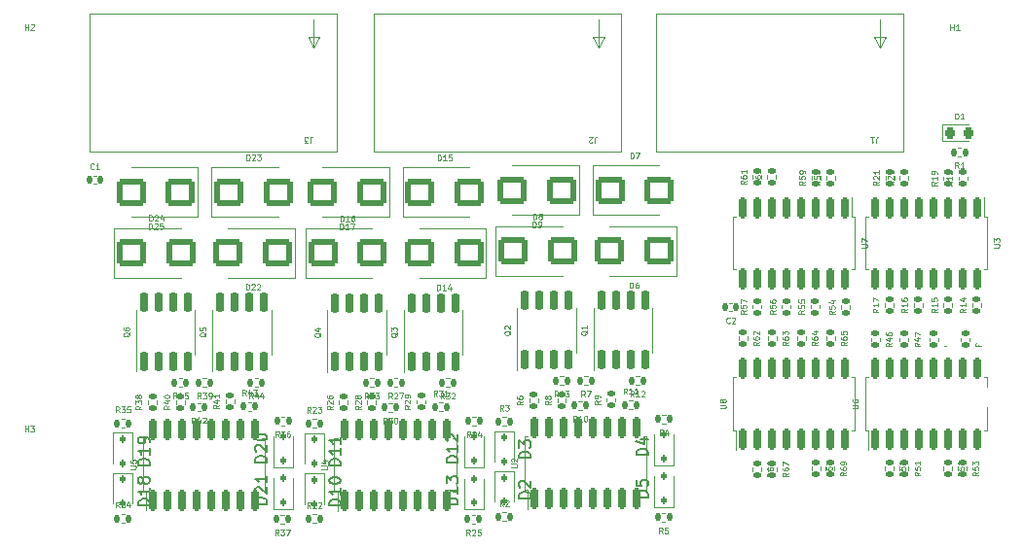
<source format=gbr>
%TF.GenerationSoftware,KiCad,Pcbnew,7.0.8-7.0.8~ubuntu22.04.1*%
%TF.CreationDate,2023-11-03T21:58:31+01:00*%
%TF.ProjectId,door_if4_usb,646f6f72-5f69-4663-945f-7573622e6b69,rev?*%
%TF.SameCoordinates,Original*%
%TF.FileFunction,Legend,Top*%
%TF.FilePolarity,Positive*%
%FSLAX46Y46*%
G04 Gerber Fmt 4.6, Leading zero omitted, Abs format (unit mm)*
G04 Created by KiCad (PCBNEW 7.0.8-7.0.8~ubuntu22.04.1) date 2023-11-03 21:58:31*
%MOMM*%
%LPD*%
G01*
G04 APERTURE LIST*
G04 Aperture macros list*
%AMRoundRect*
0 Rectangle with rounded corners*
0 $1 Rounding radius*
0 $2 $3 $4 $5 $6 $7 $8 $9 X,Y pos of 4 corners*
0 Add a 4 corners polygon primitive as box body*
4,1,4,$2,$3,$4,$5,$6,$7,$8,$9,$2,$3,0*
0 Add four circle primitives for the rounded corners*
1,1,$1+$1,$2,$3*
1,1,$1+$1,$4,$5*
1,1,$1+$1,$6,$7*
1,1,$1+$1,$8,$9*
0 Add four rect primitives between the rounded corners*
20,1,$1+$1,$2,$3,$4,$5,0*
20,1,$1+$1,$4,$5,$6,$7,0*
20,1,$1+$1,$6,$7,$8,$9,0*
20,1,$1+$1,$8,$9,$2,$3,0*%
G04 Aperture macros list end*
%ADD10C,0.100000*%
%ADD11C,0.150000*%
%ADD12C,0.120000*%
%ADD13C,2.000000*%
%ADD14RoundRect,0.112500X-0.112500X0.187500X-0.112500X-0.187500X0.112500X-0.187500X0.112500X0.187500X0*%
%ADD15RoundRect,0.250000X-1.000000X-0.900000X1.000000X-0.900000X1.000000X0.900000X-1.000000X0.900000X0*%
%ADD16RoundRect,0.135000X0.185000X-0.135000X0.185000X0.135000X-0.185000X0.135000X-0.185000X-0.135000X0*%
%ADD17RoundRect,0.135000X-0.135000X-0.185000X0.135000X-0.185000X0.135000X0.185000X-0.135000X0.185000X0*%
%ADD18RoundRect,0.135000X-0.185000X0.135000X-0.185000X-0.135000X0.185000X-0.135000X0.185000X0.135000X0*%
%ADD19RoundRect,0.162500X-0.162500X0.750000X-0.162500X-0.750000X0.162500X-0.750000X0.162500X0.750000X0*%
%ADD20RoundRect,0.250000X1.000000X0.900000X-1.000000X0.900000X-1.000000X-0.900000X1.000000X-0.900000X0*%
%ADD21C,3.200000*%
%ADD22RoundRect,0.135000X0.135000X0.185000X-0.135000X0.185000X-0.135000X-0.185000X0.135000X-0.185000X0*%
%ADD23RoundRect,0.150000X0.150000X-0.725000X0.150000X0.725000X-0.150000X0.725000X-0.150000X-0.725000X0*%
%ADD24RoundRect,0.218750X-0.218750X-0.256250X0.218750X-0.256250X0.218750X0.256250X-0.218750X0.256250X0*%
%ADD25RoundRect,0.112500X0.112500X-0.187500X0.112500X0.187500X-0.112500X0.187500X-0.112500X-0.187500X0*%
%ADD26RoundRect,0.162500X0.162500X-0.750000X0.162500X0.750000X-0.162500X0.750000X-0.162500X-0.750000X0*%
%ADD27RoundRect,0.140000X0.140000X0.170000X-0.140000X0.170000X-0.140000X-0.170000X0.140000X-0.170000X0*%
%ADD28RoundRect,0.140000X-0.140000X-0.170000X0.140000X-0.170000X0.140000X0.170000X-0.140000X0.170000X0*%
%ADD29O,1.800000X1.800000*%
%ADD30O,1.500000X1.500000*%
G04 APERTURE END LIST*
D10*
X138666666Y-101273890D02*
X138666666Y-100916747D01*
X138666666Y-100916747D02*
X138690475Y-100845319D01*
X138690475Y-100845319D02*
X138738094Y-100797700D01*
X138738094Y-100797700D02*
X138809523Y-100773890D01*
X138809523Y-100773890D02*
X138857142Y-100773890D01*
X138166666Y-100773890D02*
X138452380Y-100773890D01*
X138309523Y-100773890D02*
X138309523Y-101273890D01*
X138309523Y-101273890D02*
X138357142Y-101202461D01*
X138357142Y-101202461D02*
X138404761Y-101154842D01*
X138404761Y-101154842D02*
X138452380Y-101131033D01*
D11*
X108604819Y-132238094D02*
X107604819Y-132238094D01*
X107604819Y-132238094D02*
X107604819Y-131999999D01*
X107604819Y-131999999D02*
X107652438Y-131857142D01*
X107652438Y-131857142D02*
X107747676Y-131761904D01*
X107747676Y-131761904D02*
X107842914Y-131714285D01*
X107842914Y-131714285D02*
X108033390Y-131666666D01*
X108033390Y-131666666D02*
X108176247Y-131666666D01*
X108176247Y-131666666D02*
X108366723Y-131714285D01*
X108366723Y-131714285D02*
X108461961Y-131761904D01*
X108461961Y-131761904D02*
X108557200Y-131857142D01*
X108557200Y-131857142D02*
X108604819Y-131999999D01*
X108604819Y-131999999D02*
X108604819Y-132238094D01*
X107700057Y-131285713D02*
X107652438Y-131238094D01*
X107652438Y-131238094D02*
X107604819Y-131142856D01*
X107604819Y-131142856D02*
X107604819Y-130904761D01*
X107604819Y-130904761D02*
X107652438Y-130809523D01*
X107652438Y-130809523D02*
X107700057Y-130761904D01*
X107700057Y-130761904D02*
X107795295Y-130714285D01*
X107795295Y-130714285D02*
X107890533Y-130714285D01*
X107890533Y-130714285D02*
X108033390Y-130761904D01*
X108033390Y-130761904D02*
X108604819Y-131333332D01*
X108604819Y-131333332D02*
X108604819Y-130714285D01*
D10*
X75442857Y-108076109D02*
X75442857Y-107576109D01*
X75442857Y-107576109D02*
X75561905Y-107576109D01*
X75561905Y-107576109D02*
X75633333Y-107599919D01*
X75633333Y-107599919D02*
X75680952Y-107647538D01*
X75680952Y-107647538D02*
X75704762Y-107695157D01*
X75704762Y-107695157D02*
X75728571Y-107790395D01*
X75728571Y-107790395D02*
X75728571Y-107861823D01*
X75728571Y-107861823D02*
X75704762Y-107957061D01*
X75704762Y-107957061D02*
X75680952Y-108004680D01*
X75680952Y-108004680D02*
X75633333Y-108052300D01*
X75633333Y-108052300D02*
X75561905Y-108076109D01*
X75561905Y-108076109D02*
X75442857Y-108076109D01*
X75919048Y-107623728D02*
X75942857Y-107599919D01*
X75942857Y-107599919D02*
X75990476Y-107576109D01*
X75990476Y-107576109D02*
X76109524Y-107576109D01*
X76109524Y-107576109D02*
X76157143Y-107599919D01*
X76157143Y-107599919D02*
X76180952Y-107623728D01*
X76180952Y-107623728D02*
X76204762Y-107671347D01*
X76204762Y-107671347D02*
X76204762Y-107718966D01*
X76204762Y-107718966D02*
X76180952Y-107790395D01*
X76180952Y-107790395D02*
X75895238Y-108076109D01*
X75895238Y-108076109D02*
X76204762Y-108076109D01*
X76633333Y-107742776D02*
X76633333Y-108076109D01*
X76514285Y-107552300D02*
X76395238Y-107909442D01*
X76395238Y-107909442D02*
X76704761Y-107909442D01*
X110356109Y-123783333D02*
X110118014Y-123949999D01*
X110356109Y-124069047D02*
X109856109Y-124069047D01*
X109856109Y-124069047D02*
X109856109Y-123878571D01*
X109856109Y-123878571D02*
X109879919Y-123830952D01*
X109879919Y-123830952D02*
X109903728Y-123807142D01*
X109903728Y-123807142D02*
X109951347Y-123783333D01*
X109951347Y-123783333D02*
X110022776Y-123783333D01*
X110022776Y-123783333D02*
X110070395Y-123807142D01*
X110070395Y-123807142D02*
X110094204Y-123830952D01*
X110094204Y-123830952D02*
X110118014Y-123878571D01*
X110118014Y-123878571D02*
X110118014Y-124069047D01*
X110070395Y-123497618D02*
X110046585Y-123545237D01*
X110046585Y-123545237D02*
X110022776Y-123569047D01*
X110022776Y-123569047D02*
X109975157Y-123592856D01*
X109975157Y-123592856D02*
X109951347Y-123592856D01*
X109951347Y-123592856D02*
X109903728Y-123569047D01*
X109903728Y-123569047D02*
X109879919Y-123545237D01*
X109879919Y-123545237D02*
X109856109Y-123497618D01*
X109856109Y-123497618D02*
X109856109Y-123402380D01*
X109856109Y-123402380D02*
X109879919Y-123354761D01*
X109879919Y-123354761D02*
X109903728Y-123330952D01*
X109903728Y-123330952D02*
X109951347Y-123307142D01*
X109951347Y-123307142D02*
X109975157Y-123307142D01*
X109975157Y-123307142D02*
X110022776Y-123330952D01*
X110022776Y-123330952D02*
X110046585Y-123354761D01*
X110046585Y-123354761D02*
X110070395Y-123402380D01*
X110070395Y-123402380D02*
X110070395Y-123497618D01*
X110070395Y-123497618D02*
X110094204Y-123545237D01*
X110094204Y-123545237D02*
X110118014Y-123569047D01*
X110118014Y-123569047D02*
X110165633Y-123592856D01*
X110165633Y-123592856D02*
X110260871Y-123592856D01*
X110260871Y-123592856D02*
X110308490Y-123569047D01*
X110308490Y-123569047D02*
X110332300Y-123545237D01*
X110332300Y-123545237D02*
X110356109Y-123497618D01*
X110356109Y-123497618D02*
X110356109Y-123402380D01*
X110356109Y-123402380D02*
X110332300Y-123354761D01*
X110332300Y-123354761D02*
X110308490Y-123330952D01*
X110308490Y-123330952D02*
X110260871Y-123307142D01*
X110260871Y-123307142D02*
X110165633Y-123307142D01*
X110165633Y-123307142D02*
X110118014Y-123330952D01*
X110118014Y-123330952D02*
X110094204Y-123354761D01*
X110094204Y-123354761D02*
X110070395Y-123402380D01*
X72828571Y-124756109D02*
X72661905Y-124518014D01*
X72542857Y-124756109D02*
X72542857Y-124256109D01*
X72542857Y-124256109D02*
X72733333Y-124256109D01*
X72733333Y-124256109D02*
X72780952Y-124279919D01*
X72780952Y-124279919D02*
X72804762Y-124303728D01*
X72804762Y-124303728D02*
X72828571Y-124351347D01*
X72828571Y-124351347D02*
X72828571Y-124422776D01*
X72828571Y-124422776D02*
X72804762Y-124470395D01*
X72804762Y-124470395D02*
X72780952Y-124494204D01*
X72780952Y-124494204D02*
X72733333Y-124518014D01*
X72733333Y-124518014D02*
X72542857Y-124518014D01*
X72995238Y-124256109D02*
X73304762Y-124256109D01*
X73304762Y-124256109D02*
X73138095Y-124446585D01*
X73138095Y-124446585D02*
X73209524Y-124446585D01*
X73209524Y-124446585D02*
X73257143Y-124470395D01*
X73257143Y-124470395D02*
X73280952Y-124494204D01*
X73280952Y-124494204D02*
X73304762Y-124541823D01*
X73304762Y-124541823D02*
X73304762Y-124660871D01*
X73304762Y-124660871D02*
X73280952Y-124708490D01*
X73280952Y-124708490D02*
X73257143Y-124732300D01*
X73257143Y-124732300D02*
X73209524Y-124756109D01*
X73209524Y-124756109D02*
X73066667Y-124756109D01*
X73066667Y-124756109D02*
X73019048Y-124732300D01*
X73019048Y-124732300D02*
X72995238Y-124708490D01*
X73757142Y-124256109D02*
X73519047Y-124256109D01*
X73519047Y-124256109D02*
X73495238Y-124494204D01*
X73495238Y-124494204D02*
X73519047Y-124470395D01*
X73519047Y-124470395D02*
X73566666Y-124446585D01*
X73566666Y-124446585D02*
X73685714Y-124446585D01*
X73685714Y-124446585D02*
X73733333Y-124470395D01*
X73733333Y-124470395D02*
X73757142Y-124494204D01*
X73757142Y-124494204D02*
X73780952Y-124541823D01*
X73780952Y-124541823D02*
X73780952Y-124660871D01*
X73780952Y-124660871D02*
X73757142Y-124708490D01*
X73757142Y-124708490D02*
X73733333Y-124732300D01*
X73733333Y-124732300D02*
X73685714Y-124756109D01*
X73685714Y-124756109D02*
X73566666Y-124756109D01*
X73566666Y-124756109D02*
X73519047Y-124732300D01*
X73519047Y-124732300D02*
X73495238Y-124708490D01*
X142496109Y-129971428D02*
X142258014Y-130138094D01*
X142496109Y-130257142D02*
X141996109Y-130257142D01*
X141996109Y-130257142D02*
X141996109Y-130066666D01*
X141996109Y-130066666D02*
X142019919Y-130019047D01*
X142019919Y-130019047D02*
X142043728Y-129995237D01*
X142043728Y-129995237D02*
X142091347Y-129971428D01*
X142091347Y-129971428D02*
X142162776Y-129971428D01*
X142162776Y-129971428D02*
X142210395Y-129995237D01*
X142210395Y-129995237D02*
X142234204Y-130019047D01*
X142234204Y-130019047D02*
X142258014Y-130066666D01*
X142258014Y-130066666D02*
X142258014Y-130257142D01*
X141996109Y-129519047D02*
X141996109Y-129757142D01*
X141996109Y-129757142D02*
X142234204Y-129780951D01*
X142234204Y-129780951D02*
X142210395Y-129757142D01*
X142210395Y-129757142D02*
X142186585Y-129709523D01*
X142186585Y-129709523D02*
X142186585Y-129590475D01*
X142186585Y-129590475D02*
X142210395Y-129542856D01*
X142210395Y-129542856D02*
X142234204Y-129519047D01*
X142234204Y-129519047D02*
X142281823Y-129495237D01*
X142281823Y-129495237D02*
X142400871Y-129495237D01*
X142400871Y-129495237D02*
X142448490Y-129519047D01*
X142448490Y-129519047D02*
X142472300Y-129542856D01*
X142472300Y-129542856D02*
X142496109Y-129590475D01*
X142496109Y-129590475D02*
X142496109Y-129709523D01*
X142496109Y-129709523D02*
X142472300Y-129757142D01*
X142472300Y-129757142D02*
X142448490Y-129780951D01*
X142496109Y-129019047D02*
X142496109Y-129304761D01*
X142496109Y-129161904D02*
X141996109Y-129161904D01*
X141996109Y-129161904D02*
X142067538Y-129209523D01*
X142067538Y-129209523D02*
X142115157Y-129257142D01*
X142115157Y-129257142D02*
X142138966Y-129304761D01*
X128606109Y-104571428D02*
X128368014Y-104738094D01*
X128606109Y-104857142D02*
X128106109Y-104857142D01*
X128106109Y-104857142D02*
X128106109Y-104666666D01*
X128106109Y-104666666D02*
X128129919Y-104619047D01*
X128129919Y-104619047D02*
X128153728Y-104595237D01*
X128153728Y-104595237D02*
X128201347Y-104571428D01*
X128201347Y-104571428D02*
X128272776Y-104571428D01*
X128272776Y-104571428D02*
X128320395Y-104595237D01*
X128320395Y-104595237D02*
X128344204Y-104619047D01*
X128344204Y-104619047D02*
X128368014Y-104666666D01*
X128368014Y-104666666D02*
X128368014Y-104857142D01*
X128106109Y-104142856D02*
X128106109Y-104238094D01*
X128106109Y-104238094D02*
X128129919Y-104285713D01*
X128129919Y-104285713D02*
X128153728Y-104309523D01*
X128153728Y-104309523D02*
X128225157Y-104357142D01*
X128225157Y-104357142D02*
X128320395Y-104380951D01*
X128320395Y-104380951D02*
X128510871Y-104380951D01*
X128510871Y-104380951D02*
X128558490Y-104357142D01*
X128558490Y-104357142D02*
X128582300Y-104333332D01*
X128582300Y-104333332D02*
X128606109Y-104285713D01*
X128606109Y-104285713D02*
X128606109Y-104190475D01*
X128606109Y-104190475D02*
X128582300Y-104142856D01*
X128582300Y-104142856D02*
X128558490Y-104119047D01*
X128558490Y-104119047D02*
X128510871Y-104095237D01*
X128510871Y-104095237D02*
X128391823Y-104095237D01*
X128391823Y-104095237D02*
X128344204Y-104119047D01*
X128344204Y-104119047D02*
X128320395Y-104142856D01*
X128320395Y-104142856D02*
X128296585Y-104190475D01*
X128296585Y-104190475D02*
X128296585Y-104285713D01*
X128296585Y-104285713D02*
X128320395Y-104333332D01*
X128320395Y-104333332D02*
X128344204Y-104357142D01*
X128344204Y-104357142D02*
X128391823Y-104380951D01*
X128106109Y-103785714D02*
X128106109Y-103738095D01*
X128106109Y-103738095D02*
X128129919Y-103690476D01*
X128129919Y-103690476D02*
X128153728Y-103666666D01*
X128153728Y-103666666D02*
X128201347Y-103642857D01*
X128201347Y-103642857D02*
X128296585Y-103619047D01*
X128296585Y-103619047D02*
X128415633Y-103619047D01*
X128415633Y-103619047D02*
X128510871Y-103642857D01*
X128510871Y-103642857D02*
X128558490Y-103666666D01*
X128558490Y-103666666D02*
X128582300Y-103690476D01*
X128582300Y-103690476D02*
X128606109Y-103738095D01*
X128606109Y-103738095D02*
X128606109Y-103785714D01*
X128606109Y-103785714D02*
X128582300Y-103833333D01*
X128582300Y-103833333D02*
X128558490Y-103857142D01*
X128558490Y-103857142D02*
X128510871Y-103880952D01*
X128510871Y-103880952D02*
X128415633Y-103904761D01*
X128415633Y-103904761D02*
X128296585Y-103904761D01*
X128296585Y-103904761D02*
X128201347Y-103880952D01*
X128201347Y-103880952D02*
X128153728Y-103857142D01*
X128153728Y-103857142D02*
X128129919Y-103833333D01*
X128129919Y-103833333D02*
X128106109Y-103785714D01*
X117280952Y-102626109D02*
X117280952Y-102126109D01*
X117280952Y-102126109D02*
X117400000Y-102126109D01*
X117400000Y-102126109D02*
X117471428Y-102149919D01*
X117471428Y-102149919D02*
X117519047Y-102197538D01*
X117519047Y-102197538D02*
X117542857Y-102245157D01*
X117542857Y-102245157D02*
X117566666Y-102340395D01*
X117566666Y-102340395D02*
X117566666Y-102411823D01*
X117566666Y-102411823D02*
X117542857Y-102507061D01*
X117542857Y-102507061D02*
X117519047Y-102554680D01*
X117519047Y-102554680D02*
X117471428Y-102602300D01*
X117471428Y-102602300D02*
X117400000Y-102626109D01*
X117400000Y-102626109D02*
X117280952Y-102626109D01*
X117733333Y-102126109D02*
X118066666Y-102126109D01*
X118066666Y-102126109D02*
X117852381Y-102626109D01*
X89453571Y-133081109D02*
X89286905Y-132843014D01*
X89167857Y-133081109D02*
X89167857Y-132581109D01*
X89167857Y-132581109D02*
X89358333Y-132581109D01*
X89358333Y-132581109D02*
X89405952Y-132604919D01*
X89405952Y-132604919D02*
X89429762Y-132628728D01*
X89429762Y-132628728D02*
X89453571Y-132676347D01*
X89453571Y-132676347D02*
X89453571Y-132747776D01*
X89453571Y-132747776D02*
X89429762Y-132795395D01*
X89429762Y-132795395D02*
X89405952Y-132819204D01*
X89405952Y-132819204D02*
X89358333Y-132843014D01*
X89358333Y-132843014D02*
X89167857Y-132843014D01*
X89644048Y-132628728D02*
X89667857Y-132604919D01*
X89667857Y-132604919D02*
X89715476Y-132581109D01*
X89715476Y-132581109D02*
X89834524Y-132581109D01*
X89834524Y-132581109D02*
X89882143Y-132604919D01*
X89882143Y-132604919D02*
X89905952Y-132628728D01*
X89905952Y-132628728D02*
X89929762Y-132676347D01*
X89929762Y-132676347D02*
X89929762Y-132723966D01*
X89929762Y-132723966D02*
X89905952Y-132795395D01*
X89905952Y-132795395D02*
X89620238Y-133081109D01*
X89620238Y-133081109D02*
X89929762Y-133081109D01*
X90120238Y-132628728D02*
X90144047Y-132604919D01*
X90144047Y-132604919D02*
X90191666Y-132581109D01*
X90191666Y-132581109D02*
X90310714Y-132581109D01*
X90310714Y-132581109D02*
X90358333Y-132604919D01*
X90358333Y-132604919D02*
X90382142Y-132628728D01*
X90382142Y-132628728D02*
X90405952Y-132676347D01*
X90405952Y-132676347D02*
X90405952Y-132723966D01*
X90405952Y-132723966D02*
X90382142Y-132795395D01*
X90382142Y-132795395D02*
X90096428Y-133081109D01*
X90096428Y-133081109D02*
X90405952Y-133081109D01*
X148876109Y-110380952D02*
X149280871Y-110380952D01*
X149280871Y-110380952D02*
X149328490Y-110357142D01*
X149328490Y-110357142D02*
X149352300Y-110333333D01*
X149352300Y-110333333D02*
X149376109Y-110285714D01*
X149376109Y-110285714D02*
X149376109Y-110190476D01*
X149376109Y-110190476D02*
X149352300Y-110142857D01*
X149352300Y-110142857D02*
X149328490Y-110119047D01*
X149328490Y-110119047D02*
X149280871Y-110095238D01*
X149280871Y-110095238D02*
X148876109Y-110095238D01*
X148876109Y-109904761D02*
X148876109Y-109595237D01*
X148876109Y-109595237D02*
X149066585Y-109761904D01*
X149066585Y-109761904D02*
X149066585Y-109690475D01*
X149066585Y-109690475D02*
X149090395Y-109642856D01*
X149090395Y-109642856D02*
X149114204Y-109619047D01*
X149114204Y-109619047D02*
X149161823Y-109595237D01*
X149161823Y-109595237D02*
X149280871Y-109595237D01*
X149280871Y-109595237D02*
X149328490Y-109619047D01*
X149328490Y-109619047D02*
X149352300Y-109642856D01*
X149352300Y-109642856D02*
X149376109Y-109690475D01*
X149376109Y-109690475D02*
X149376109Y-109833332D01*
X149376109Y-109833332D02*
X149352300Y-109880951D01*
X149352300Y-109880951D02*
X149328490Y-109904761D01*
X74756109Y-124181428D02*
X74518014Y-124348094D01*
X74756109Y-124467142D02*
X74256109Y-124467142D01*
X74256109Y-124467142D02*
X74256109Y-124276666D01*
X74256109Y-124276666D02*
X74279919Y-124229047D01*
X74279919Y-124229047D02*
X74303728Y-124205237D01*
X74303728Y-124205237D02*
X74351347Y-124181428D01*
X74351347Y-124181428D02*
X74422776Y-124181428D01*
X74422776Y-124181428D02*
X74470395Y-124205237D01*
X74470395Y-124205237D02*
X74494204Y-124229047D01*
X74494204Y-124229047D02*
X74518014Y-124276666D01*
X74518014Y-124276666D02*
X74518014Y-124467142D01*
X74256109Y-124014761D02*
X74256109Y-123705237D01*
X74256109Y-123705237D02*
X74446585Y-123871904D01*
X74446585Y-123871904D02*
X74446585Y-123800475D01*
X74446585Y-123800475D02*
X74470395Y-123752856D01*
X74470395Y-123752856D02*
X74494204Y-123729047D01*
X74494204Y-123729047D02*
X74541823Y-123705237D01*
X74541823Y-123705237D02*
X74660871Y-123705237D01*
X74660871Y-123705237D02*
X74708490Y-123729047D01*
X74708490Y-123729047D02*
X74732300Y-123752856D01*
X74732300Y-123752856D02*
X74756109Y-123800475D01*
X74756109Y-123800475D02*
X74756109Y-123943332D01*
X74756109Y-123943332D02*
X74732300Y-123990951D01*
X74732300Y-123990951D02*
X74708490Y-124014761D01*
X74470395Y-123419523D02*
X74446585Y-123467142D01*
X74446585Y-123467142D02*
X74422776Y-123490952D01*
X74422776Y-123490952D02*
X74375157Y-123514761D01*
X74375157Y-123514761D02*
X74351347Y-123514761D01*
X74351347Y-123514761D02*
X74303728Y-123490952D01*
X74303728Y-123490952D02*
X74279919Y-123467142D01*
X74279919Y-123467142D02*
X74256109Y-123419523D01*
X74256109Y-123419523D02*
X74256109Y-123324285D01*
X74256109Y-123324285D02*
X74279919Y-123276666D01*
X74279919Y-123276666D02*
X74303728Y-123252857D01*
X74303728Y-123252857D02*
X74351347Y-123229047D01*
X74351347Y-123229047D02*
X74375157Y-123229047D01*
X74375157Y-123229047D02*
X74422776Y-123252857D01*
X74422776Y-123252857D02*
X74446585Y-123276666D01*
X74446585Y-123276666D02*
X74470395Y-123324285D01*
X74470395Y-123324285D02*
X74470395Y-123419523D01*
X74470395Y-123419523D02*
X74494204Y-123467142D01*
X74494204Y-123467142D02*
X74518014Y-123490952D01*
X74518014Y-123490952D02*
X74565633Y-123514761D01*
X74565633Y-123514761D02*
X74660871Y-123514761D01*
X74660871Y-123514761D02*
X74708490Y-123490952D01*
X74708490Y-123490952D02*
X74732300Y-123467142D01*
X74732300Y-123467142D02*
X74756109Y-123419523D01*
X74756109Y-123419523D02*
X74756109Y-123324285D01*
X74756109Y-123324285D02*
X74732300Y-123276666D01*
X74732300Y-123276666D02*
X74708490Y-123252857D01*
X74708490Y-123252857D02*
X74660871Y-123229047D01*
X74660871Y-123229047D02*
X74565633Y-123229047D01*
X74565633Y-123229047D02*
X74518014Y-123252857D01*
X74518014Y-123252857D02*
X74494204Y-123276666D01*
X74494204Y-123276666D02*
X74470395Y-123324285D01*
X83842857Y-114076109D02*
X83842857Y-113576109D01*
X83842857Y-113576109D02*
X83961905Y-113576109D01*
X83961905Y-113576109D02*
X84033333Y-113599919D01*
X84033333Y-113599919D02*
X84080952Y-113647538D01*
X84080952Y-113647538D02*
X84104762Y-113695157D01*
X84104762Y-113695157D02*
X84128571Y-113790395D01*
X84128571Y-113790395D02*
X84128571Y-113861823D01*
X84128571Y-113861823D02*
X84104762Y-113957061D01*
X84104762Y-113957061D02*
X84080952Y-114004680D01*
X84080952Y-114004680D02*
X84033333Y-114052300D01*
X84033333Y-114052300D02*
X83961905Y-114076109D01*
X83961905Y-114076109D02*
X83842857Y-114076109D01*
X84319048Y-113623728D02*
X84342857Y-113599919D01*
X84342857Y-113599919D02*
X84390476Y-113576109D01*
X84390476Y-113576109D02*
X84509524Y-113576109D01*
X84509524Y-113576109D02*
X84557143Y-113599919D01*
X84557143Y-113599919D02*
X84580952Y-113623728D01*
X84580952Y-113623728D02*
X84604762Y-113671347D01*
X84604762Y-113671347D02*
X84604762Y-113718966D01*
X84604762Y-113718966D02*
X84580952Y-113790395D01*
X84580952Y-113790395D02*
X84295238Y-114076109D01*
X84295238Y-114076109D02*
X84604762Y-114076109D01*
X84795238Y-113623728D02*
X84819047Y-113599919D01*
X84819047Y-113599919D02*
X84866666Y-113576109D01*
X84866666Y-113576109D02*
X84985714Y-113576109D01*
X84985714Y-113576109D02*
X85033333Y-113599919D01*
X85033333Y-113599919D02*
X85057142Y-113623728D01*
X85057142Y-113623728D02*
X85080952Y-113671347D01*
X85080952Y-113671347D02*
X85080952Y-113718966D01*
X85080952Y-113718966D02*
X85057142Y-113790395D01*
X85057142Y-113790395D02*
X84771428Y-114076109D01*
X84771428Y-114076109D02*
X85080952Y-114076109D01*
X138906109Y-104621428D02*
X138668014Y-104788094D01*
X138906109Y-104907142D02*
X138406109Y-104907142D01*
X138406109Y-104907142D02*
X138406109Y-104716666D01*
X138406109Y-104716666D02*
X138429919Y-104669047D01*
X138429919Y-104669047D02*
X138453728Y-104645237D01*
X138453728Y-104645237D02*
X138501347Y-104621428D01*
X138501347Y-104621428D02*
X138572776Y-104621428D01*
X138572776Y-104621428D02*
X138620395Y-104645237D01*
X138620395Y-104645237D02*
X138644204Y-104669047D01*
X138644204Y-104669047D02*
X138668014Y-104716666D01*
X138668014Y-104716666D02*
X138668014Y-104907142D01*
X138453728Y-104430951D02*
X138429919Y-104407142D01*
X138429919Y-104407142D02*
X138406109Y-104359523D01*
X138406109Y-104359523D02*
X138406109Y-104240475D01*
X138406109Y-104240475D02*
X138429919Y-104192856D01*
X138429919Y-104192856D02*
X138453728Y-104169047D01*
X138453728Y-104169047D02*
X138501347Y-104145237D01*
X138501347Y-104145237D02*
X138548966Y-104145237D01*
X138548966Y-104145237D02*
X138620395Y-104169047D01*
X138620395Y-104169047D02*
X138906109Y-104454761D01*
X138906109Y-104454761D02*
X138906109Y-104145237D01*
X138906109Y-103669047D02*
X138906109Y-103954761D01*
X138906109Y-103811904D02*
X138406109Y-103811904D01*
X138406109Y-103811904D02*
X138477538Y-103859523D01*
X138477538Y-103859523D02*
X138525157Y-103907142D01*
X138525157Y-103907142D02*
X138548966Y-103954761D01*
X108780952Y-108626109D02*
X108780952Y-108126109D01*
X108780952Y-108126109D02*
X108900000Y-108126109D01*
X108900000Y-108126109D02*
X108971428Y-108149919D01*
X108971428Y-108149919D02*
X109019047Y-108197538D01*
X109019047Y-108197538D02*
X109042857Y-108245157D01*
X109042857Y-108245157D02*
X109066666Y-108340395D01*
X109066666Y-108340395D02*
X109066666Y-108411823D01*
X109066666Y-108411823D02*
X109042857Y-108507061D01*
X109042857Y-108507061D02*
X109019047Y-108554680D01*
X109019047Y-108554680D02*
X108971428Y-108602300D01*
X108971428Y-108602300D02*
X108900000Y-108626109D01*
X108900000Y-108626109D02*
X108780952Y-108626109D01*
X109304762Y-108626109D02*
X109400000Y-108626109D01*
X109400000Y-108626109D02*
X109447619Y-108602300D01*
X109447619Y-108602300D02*
X109471428Y-108578490D01*
X109471428Y-108578490D02*
X109519047Y-108507061D01*
X109519047Y-108507061D02*
X109542857Y-108411823D01*
X109542857Y-108411823D02*
X109542857Y-108221347D01*
X109542857Y-108221347D02*
X109519047Y-108173728D01*
X109519047Y-108173728D02*
X109495238Y-108149919D01*
X109495238Y-108149919D02*
X109447619Y-108126109D01*
X109447619Y-108126109D02*
X109352381Y-108126109D01*
X109352381Y-108126109D02*
X109304762Y-108149919D01*
X109304762Y-108149919D02*
X109280952Y-108173728D01*
X109280952Y-108173728D02*
X109257143Y-108221347D01*
X109257143Y-108221347D02*
X109257143Y-108340395D01*
X109257143Y-108340395D02*
X109280952Y-108388014D01*
X109280952Y-108388014D02*
X109304762Y-108411823D01*
X109304762Y-108411823D02*
X109352381Y-108435633D01*
X109352381Y-108435633D02*
X109447619Y-108435633D01*
X109447619Y-108435633D02*
X109495238Y-108411823D01*
X109495238Y-108411823D02*
X109519047Y-108388014D01*
X109519047Y-108388014D02*
X109542857Y-108340395D01*
X92067857Y-108101109D02*
X92067857Y-107601109D01*
X92067857Y-107601109D02*
X92186905Y-107601109D01*
X92186905Y-107601109D02*
X92258333Y-107624919D01*
X92258333Y-107624919D02*
X92305952Y-107672538D01*
X92305952Y-107672538D02*
X92329762Y-107720157D01*
X92329762Y-107720157D02*
X92353571Y-107815395D01*
X92353571Y-107815395D02*
X92353571Y-107886823D01*
X92353571Y-107886823D02*
X92329762Y-107982061D01*
X92329762Y-107982061D02*
X92305952Y-108029680D01*
X92305952Y-108029680D02*
X92258333Y-108077300D01*
X92258333Y-108077300D02*
X92186905Y-108101109D01*
X92186905Y-108101109D02*
X92067857Y-108101109D01*
X92829762Y-108101109D02*
X92544048Y-108101109D01*
X92686905Y-108101109D02*
X92686905Y-107601109D01*
X92686905Y-107601109D02*
X92639286Y-107672538D01*
X92639286Y-107672538D02*
X92591667Y-107720157D01*
X92591667Y-107720157D02*
X92544048Y-107743966D01*
X93258333Y-107601109D02*
X93163095Y-107601109D01*
X93163095Y-107601109D02*
X93115476Y-107624919D01*
X93115476Y-107624919D02*
X93091666Y-107648728D01*
X93091666Y-107648728D02*
X93044047Y-107720157D01*
X93044047Y-107720157D02*
X93020238Y-107815395D01*
X93020238Y-107815395D02*
X93020238Y-108005871D01*
X93020238Y-108005871D02*
X93044047Y-108053490D01*
X93044047Y-108053490D02*
X93067857Y-108077300D01*
X93067857Y-108077300D02*
X93115476Y-108101109D01*
X93115476Y-108101109D02*
X93210714Y-108101109D01*
X93210714Y-108101109D02*
X93258333Y-108077300D01*
X93258333Y-108077300D02*
X93282142Y-108053490D01*
X93282142Y-108053490D02*
X93305952Y-108005871D01*
X93305952Y-108005871D02*
X93305952Y-107886823D01*
X93305952Y-107886823D02*
X93282142Y-107839204D01*
X93282142Y-107839204D02*
X93258333Y-107815395D01*
X93258333Y-107815395D02*
X93210714Y-107791585D01*
X93210714Y-107791585D02*
X93115476Y-107791585D01*
X93115476Y-107791585D02*
X93067857Y-107815395D01*
X93067857Y-107815395D02*
X93044047Y-107839204D01*
X93044047Y-107839204D02*
X93020238Y-107886823D01*
X64619047Y-126426109D02*
X64619047Y-125926109D01*
X64619047Y-126164204D02*
X64904761Y-126164204D01*
X64904761Y-126426109D02*
X64904761Y-125926109D01*
X65095238Y-125926109D02*
X65404762Y-125926109D01*
X65404762Y-125926109D02*
X65238095Y-126116585D01*
X65238095Y-126116585D02*
X65309524Y-126116585D01*
X65309524Y-126116585D02*
X65357143Y-126140395D01*
X65357143Y-126140395D02*
X65380952Y-126164204D01*
X65380952Y-126164204D02*
X65404762Y-126211823D01*
X65404762Y-126211823D02*
X65404762Y-126330871D01*
X65404762Y-126330871D02*
X65380952Y-126378490D01*
X65380952Y-126378490D02*
X65357143Y-126402300D01*
X65357143Y-126402300D02*
X65309524Y-126426109D01*
X65309524Y-126426109D02*
X65166667Y-126426109D01*
X65166667Y-126426109D02*
X65119048Y-126402300D01*
X65119048Y-126402300D02*
X65095238Y-126378490D01*
X79928571Y-123546109D02*
X79761905Y-123308014D01*
X79642857Y-123546109D02*
X79642857Y-123046109D01*
X79642857Y-123046109D02*
X79833333Y-123046109D01*
X79833333Y-123046109D02*
X79880952Y-123069919D01*
X79880952Y-123069919D02*
X79904762Y-123093728D01*
X79904762Y-123093728D02*
X79928571Y-123141347D01*
X79928571Y-123141347D02*
X79928571Y-123212776D01*
X79928571Y-123212776D02*
X79904762Y-123260395D01*
X79904762Y-123260395D02*
X79880952Y-123284204D01*
X79880952Y-123284204D02*
X79833333Y-123308014D01*
X79833333Y-123308014D02*
X79642857Y-123308014D01*
X80095238Y-123046109D02*
X80404762Y-123046109D01*
X80404762Y-123046109D02*
X80238095Y-123236585D01*
X80238095Y-123236585D02*
X80309524Y-123236585D01*
X80309524Y-123236585D02*
X80357143Y-123260395D01*
X80357143Y-123260395D02*
X80380952Y-123284204D01*
X80380952Y-123284204D02*
X80404762Y-123331823D01*
X80404762Y-123331823D02*
X80404762Y-123450871D01*
X80404762Y-123450871D02*
X80380952Y-123498490D01*
X80380952Y-123498490D02*
X80357143Y-123522300D01*
X80357143Y-123522300D02*
X80309524Y-123546109D01*
X80309524Y-123546109D02*
X80166667Y-123546109D01*
X80166667Y-123546109D02*
X80119048Y-123522300D01*
X80119048Y-123522300D02*
X80095238Y-123498490D01*
X80642857Y-123546109D02*
X80738095Y-123546109D01*
X80738095Y-123546109D02*
X80785714Y-123522300D01*
X80785714Y-123522300D02*
X80809523Y-123498490D01*
X80809523Y-123498490D02*
X80857142Y-123427061D01*
X80857142Y-123427061D02*
X80880952Y-123331823D01*
X80880952Y-123331823D02*
X80880952Y-123141347D01*
X80880952Y-123141347D02*
X80857142Y-123093728D01*
X80857142Y-123093728D02*
X80833333Y-123069919D01*
X80833333Y-123069919D02*
X80785714Y-123046109D01*
X80785714Y-123046109D02*
X80690476Y-123046109D01*
X80690476Y-123046109D02*
X80642857Y-123069919D01*
X80642857Y-123069919D02*
X80619047Y-123093728D01*
X80619047Y-123093728D02*
X80595238Y-123141347D01*
X80595238Y-123141347D02*
X80595238Y-123260395D01*
X80595238Y-123260395D02*
X80619047Y-123308014D01*
X80619047Y-123308014D02*
X80642857Y-123331823D01*
X80642857Y-123331823D02*
X80690476Y-123355633D01*
X80690476Y-123355633D02*
X80785714Y-123355633D01*
X80785714Y-123355633D02*
X80833333Y-123331823D01*
X80833333Y-123331823D02*
X80857142Y-123308014D01*
X80857142Y-123308014D02*
X80880952Y-123260395D01*
X135056109Y-115921428D02*
X134818014Y-116088094D01*
X135056109Y-116207142D02*
X134556109Y-116207142D01*
X134556109Y-116207142D02*
X134556109Y-116016666D01*
X134556109Y-116016666D02*
X134579919Y-115969047D01*
X134579919Y-115969047D02*
X134603728Y-115945237D01*
X134603728Y-115945237D02*
X134651347Y-115921428D01*
X134651347Y-115921428D02*
X134722776Y-115921428D01*
X134722776Y-115921428D02*
X134770395Y-115945237D01*
X134770395Y-115945237D02*
X134794204Y-115969047D01*
X134794204Y-115969047D02*
X134818014Y-116016666D01*
X134818014Y-116016666D02*
X134818014Y-116207142D01*
X134556109Y-115469047D02*
X134556109Y-115707142D01*
X134556109Y-115707142D02*
X134794204Y-115730951D01*
X134794204Y-115730951D02*
X134770395Y-115707142D01*
X134770395Y-115707142D02*
X134746585Y-115659523D01*
X134746585Y-115659523D02*
X134746585Y-115540475D01*
X134746585Y-115540475D02*
X134770395Y-115492856D01*
X134770395Y-115492856D02*
X134794204Y-115469047D01*
X134794204Y-115469047D02*
X134841823Y-115445237D01*
X134841823Y-115445237D02*
X134960871Y-115445237D01*
X134960871Y-115445237D02*
X135008490Y-115469047D01*
X135008490Y-115469047D02*
X135032300Y-115492856D01*
X135032300Y-115492856D02*
X135056109Y-115540475D01*
X135056109Y-115540475D02*
X135056109Y-115659523D01*
X135056109Y-115659523D02*
X135032300Y-115707142D01*
X135032300Y-115707142D02*
X135008490Y-115730951D01*
X134722776Y-115016666D02*
X135056109Y-115016666D01*
X134532300Y-115135714D02*
X134889442Y-115254761D01*
X134889442Y-115254761D02*
X134889442Y-114945238D01*
X86688571Y-135446109D02*
X86521905Y-135208014D01*
X86402857Y-135446109D02*
X86402857Y-134946109D01*
X86402857Y-134946109D02*
X86593333Y-134946109D01*
X86593333Y-134946109D02*
X86640952Y-134969919D01*
X86640952Y-134969919D02*
X86664762Y-134993728D01*
X86664762Y-134993728D02*
X86688571Y-135041347D01*
X86688571Y-135041347D02*
X86688571Y-135112776D01*
X86688571Y-135112776D02*
X86664762Y-135160395D01*
X86664762Y-135160395D02*
X86640952Y-135184204D01*
X86640952Y-135184204D02*
X86593333Y-135208014D01*
X86593333Y-135208014D02*
X86402857Y-135208014D01*
X86855238Y-134946109D02*
X87164762Y-134946109D01*
X87164762Y-134946109D02*
X86998095Y-135136585D01*
X86998095Y-135136585D02*
X87069524Y-135136585D01*
X87069524Y-135136585D02*
X87117143Y-135160395D01*
X87117143Y-135160395D02*
X87140952Y-135184204D01*
X87140952Y-135184204D02*
X87164762Y-135231823D01*
X87164762Y-135231823D02*
X87164762Y-135350871D01*
X87164762Y-135350871D02*
X87140952Y-135398490D01*
X87140952Y-135398490D02*
X87117143Y-135422300D01*
X87117143Y-135422300D02*
X87069524Y-135446109D01*
X87069524Y-135446109D02*
X86926667Y-135446109D01*
X86926667Y-135446109D02*
X86879048Y-135422300D01*
X86879048Y-135422300D02*
X86855238Y-135398490D01*
X87331428Y-134946109D02*
X87664761Y-134946109D01*
X87664761Y-134946109D02*
X87450476Y-135446109D01*
X138856109Y-115721428D02*
X138618014Y-115888094D01*
X138856109Y-116007142D02*
X138356109Y-116007142D01*
X138356109Y-116007142D02*
X138356109Y-115816666D01*
X138356109Y-115816666D02*
X138379919Y-115769047D01*
X138379919Y-115769047D02*
X138403728Y-115745237D01*
X138403728Y-115745237D02*
X138451347Y-115721428D01*
X138451347Y-115721428D02*
X138522776Y-115721428D01*
X138522776Y-115721428D02*
X138570395Y-115745237D01*
X138570395Y-115745237D02*
X138594204Y-115769047D01*
X138594204Y-115769047D02*
X138618014Y-115816666D01*
X138618014Y-115816666D02*
X138618014Y-116007142D01*
X138856109Y-115245237D02*
X138856109Y-115530951D01*
X138856109Y-115388094D02*
X138356109Y-115388094D01*
X138356109Y-115388094D02*
X138427538Y-115435713D01*
X138427538Y-115435713D02*
X138475157Y-115483332D01*
X138475157Y-115483332D02*
X138498966Y-115530951D01*
X138356109Y-115078571D02*
X138356109Y-114745238D01*
X138356109Y-114745238D02*
X138856109Y-114959523D01*
X132406109Y-115871428D02*
X132168014Y-116038094D01*
X132406109Y-116157142D02*
X131906109Y-116157142D01*
X131906109Y-116157142D02*
X131906109Y-115966666D01*
X131906109Y-115966666D02*
X131929919Y-115919047D01*
X131929919Y-115919047D02*
X131953728Y-115895237D01*
X131953728Y-115895237D02*
X132001347Y-115871428D01*
X132001347Y-115871428D02*
X132072776Y-115871428D01*
X132072776Y-115871428D02*
X132120395Y-115895237D01*
X132120395Y-115895237D02*
X132144204Y-115919047D01*
X132144204Y-115919047D02*
X132168014Y-115966666D01*
X132168014Y-115966666D02*
X132168014Y-116157142D01*
X131906109Y-115419047D02*
X131906109Y-115657142D01*
X131906109Y-115657142D02*
X132144204Y-115680951D01*
X132144204Y-115680951D02*
X132120395Y-115657142D01*
X132120395Y-115657142D02*
X132096585Y-115609523D01*
X132096585Y-115609523D02*
X132096585Y-115490475D01*
X132096585Y-115490475D02*
X132120395Y-115442856D01*
X132120395Y-115442856D02*
X132144204Y-115419047D01*
X132144204Y-115419047D02*
X132191823Y-115395237D01*
X132191823Y-115395237D02*
X132310871Y-115395237D01*
X132310871Y-115395237D02*
X132358490Y-115419047D01*
X132358490Y-115419047D02*
X132382300Y-115442856D01*
X132382300Y-115442856D02*
X132406109Y-115490475D01*
X132406109Y-115490475D02*
X132406109Y-115609523D01*
X132406109Y-115609523D02*
X132382300Y-115657142D01*
X132382300Y-115657142D02*
X132358490Y-115680951D01*
X131906109Y-114942857D02*
X131906109Y-115180952D01*
X131906109Y-115180952D02*
X132144204Y-115204761D01*
X132144204Y-115204761D02*
X132120395Y-115180952D01*
X132120395Y-115180952D02*
X132096585Y-115133333D01*
X132096585Y-115133333D02*
X132096585Y-115014285D01*
X132096585Y-115014285D02*
X132120395Y-114966666D01*
X132120395Y-114966666D02*
X132144204Y-114942857D01*
X132144204Y-114942857D02*
X132191823Y-114919047D01*
X132191823Y-114919047D02*
X132310871Y-114919047D01*
X132310871Y-114919047D02*
X132358490Y-114942857D01*
X132358490Y-114942857D02*
X132382300Y-114966666D01*
X132382300Y-114966666D02*
X132406109Y-115014285D01*
X132406109Y-115014285D02*
X132406109Y-115133333D01*
X132406109Y-115133333D02*
X132382300Y-115180952D01*
X132382300Y-115180952D02*
X132358490Y-115204761D01*
X90348728Y-117822619D02*
X90324919Y-117870238D01*
X90324919Y-117870238D02*
X90277300Y-117917857D01*
X90277300Y-117917857D02*
X90205871Y-117989285D01*
X90205871Y-117989285D02*
X90182061Y-118036904D01*
X90182061Y-118036904D02*
X90182061Y-118084523D01*
X90301109Y-118060714D02*
X90277300Y-118108333D01*
X90277300Y-118108333D02*
X90229680Y-118155952D01*
X90229680Y-118155952D02*
X90134442Y-118179761D01*
X90134442Y-118179761D02*
X89967776Y-118179761D01*
X89967776Y-118179761D02*
X89872538Y-118155952D01*
X89872538Y-118155952D02*
X89824919Y-118108333D01*
X89824919Y-118108333D02*
X89801109Y-118060714D01*
X89801109Y-118060714D02*
X89801109Y-117965476D01*
X89801109Y-117965476D02*
X89824919Y-117917857D01*
X89824919Y-117917857D02*
X89872538Y-117870238D01*
X89872538Y-117870238D02*
X89967776Y-117846428D01*
X89967776Y-117846428D02*
X90134442Y-117846428D01*
X90134442Y-117846428D02*
X90229680Y-117870238D01*
X90229680Y-117870238D02*
X90277300Y-117917857D01*
X90277300Y-117917857D02*
X90301109Y-117965476D01*
X90301109Y-117965476D02*
X90301109Y-118060714D01*
X89967776Y-117417856D02*
X90301109Y-117417856D01*
X89777300Y-117536904D02*
X90134442Y-117655951D01*
X90134442Y-117655951D02*
X90134442Y-117346428D01*
X140156109Y-104621428D02*
X139918014Y-104788094D01*
X140156109Y-104907142D02*
X139656109Y-104907142D01*
X139656109Y-104907142D02*
X139656109Y-104716666D01*
X139656109Y-104716666D02*
X139679919Y-104669047D01*
X139679919Y-104669047D02*
X139703728Y-104645237D01*
X139703728Y-104645237D02*
X139751347Y-104621428D01*
X139751347Y-104621428D02*
X139822776Y-104621428D01*
X139822776Y-104621428D02*
X139870395Y-104645237D01*
X139870395Y-104645237D02*
X139894204Y-104669047D01*
X139894204Y-104669047D02*
X139918014Y-104716666D01*
X139918014Y-104716666D02*
X139918014Y-104907142D01*
X139703728Y-104430951D02*
X139679919Y-104407142D01*
X139679919Y-104407142D02*
X139656109Y-104359523D01*
X139656109Y-104359523D02*
X139656109Y-104240475D01*
X139656109Y-104240475D02*
X139679919Y-104192856D01*
X139679919Y-104192856D02*
X139703728Y-104169047D01*
X139703728Y-104169047D02*
X139751347Y-104145237D01*
X139751347Y-104145237D02*
X139798966Y-104145237D01*
X139798966Y-104145237D02*
X139870395Y-104169047D01*
X139870395Y-104169047D02*
X140156109Y-104454761D01*
X140156109Y-104454761D02*
X140156109Y-104145237D01*
X139656109Y-103835714D02*
X139656109Y-103788095D01*
X139656109Y-103788095D02*
X139679919Y-103740476D01*
X139679919Y-103740476D02*
X139703728Y-103716666D01*
X139703728Y-103716666D02*
X139751347Y-103692857D01*
X139751347Y-103692857D02*
X139846585Y-103669047D01*
X139846585Y-103669047D02*
X139965633Y-103669047D01*
X139965633Y-103669047D02*
X140060871Y-103692857D01*
X140060871Y-103692857D02*
X140108490Y-103716666D01*
X140108490Y-103716666D02*
X140132300Y-103740476D01*
X140132300Y-103740476D02*
X140156109Y-103788095D01*
X140156109Y-103788095D02*
X140156109Y-103835714D01*
X140156109Y-103835714D02*
X140132300Y-103883333D01*
X140132300Y-103883333D02*
X140108490Y-103907142D01*
X140108490Y-103907142D02*
X140060871Y-103930952D01*
X140060871Y-103930952D02*
X139965633Y-103954761D01*
X139965633Y-103954761D02*
X139846585Y-103954761D01*
X139846585Y-103954761D02*
X139751347Y-103930952D01*
X139751347Y-103930952D02*
X139703728Y-103907142D01*
X139703728Y-103907142D02*
X139679919Y-103883333D01*
X139679919Y-103883333D02*
X139656109Y-103835714D01*
X120076666Y-135296109D02*
X119910000Y-135058014D01*
X119790952Y-135296109D02*
X119790952Y-134796109D01*
X119790952Y-134796109D02*
X119981428Y-134796109D01*
X119981428Y-134796109D02*
X120029047Y-134819919D01*
X120029047Y-134819919D02*
X120052857Y-134843728D01*
X120052857Y-134843728D02*
X120076666Y-134891347D01*
X120076666Y-134891347D02*
X120076666Y-134962776D01*
X120076666Y-134962776D02*
X120052857Y-135010395D01*
X120052857Y-135010395D02*
X120029047Y-135034204D01*
X120029047Y-135034204D02*
X119981428Y-135058014D01*
X119981428Y-135058014D02*
X119790952Y-135058014D01*
X120529047Y-134796109D02*
X120290952Y-134796109D01*
X120290952Y-134796109D02*
X120267143Y-135034204D01*
X120267143Y-135034204D02*
X120290952Y-135010395D01*
X120290952Y-135010395D02*
X120338571Y-134986585D01*
X120338571Y-134986585D02*
X120457619Y-134986585D01*
X120457619Y-134986585D02*
X120505238Y-135010395D01*
X120505238Y-135010395D02*
X120529047Y-135034204D01*
X120529047Y-135034204D02*
X120552857Y-135081823D01*
X120552857Y-135081823D02*
X120552857Y-135200871D01*
X120552857Y-135200871D02*
X120529047Y-135248490D01*
X120529047Y-135248490D02*
X120505238Y-135272300D01*
X120505238Y-135272300D02*
X120457619Y-135296109D01*
X120457619Y-135296109D02*
X120338571Y-135296109D01*
X120338571Y-135296109D02*
X120290952Y-135272300D01*
X120290952Y-135272300D02*
X120267143Y-135248490D01*
X145530952Y-99196109D02*
X145530952Y-98696109D01*
X145530952Y-98696109D02*
X145650000Y-98696109D01*
X145650000Y-98696109D02*
X145721428Y-98719919D01*
X145721428Y-98719919D02*
X145769047Y-98767538D01*
X145769047Y-98767538D02*
X145792857Y-98815157D01*
X145792857Y-98815157D02*
X145816666Y-98910395D01*
X145816666Y-98910395D02*
X145816666Y-98981823D01*
X145816666Y-98981823D02*
X145792857Y-99077061D01*
X145792857Y-99077061D02*
X145769047Y-99124680D01*
X145769047Y-99124680D02*
X145721428Y-99172300D01*
X145721428Y-99172300D02*
X145650000Y-99196109D01*
X145650000Y-99196109D02*
X145530952Y-99196109D01*
X146292857Y-99196109D02*
X146007143Y-99196109D01*
X146150000Y-99196109D02*
X146150000Y-98696109D01*
X146150000Y-98696109D02*
X146102381Y-98767538D01*
X146102381Y-98767538D02*
X146054762Y-98815157D01*
X146054762Y-98815157D02*
X146007143Y-98838966D01*
X112578571Y-125546109D02*
X112411905Y-125308014D01*
X112292857Y-125546109D02*
X112292857Y-125046109D01*
X112292857Y-125046109D02*
X112483333Y-125046109D01*
X112483333Y-125046109D02*
X112530952Y-125069919D01*
X112530952Y-125069919D02*
X112554762Y-125093728D01*
X112554762Y-125093728D02*
X112578571Y-125141347D01*
X112578571Y-125141347D02*
X112578571Y-125212776D01*
X112578571Y-125212776D02*
X112554762Y-125260395D01*
X112554762Y-125260395D02*
X112530952Y-125284204D01*
X112530952Y-125284204D02*
X112483333Y-125308014D01*
X112483333Y-125308014D02*
X112292857Y-125308014D01*
X113054762Y-125546109D02*
X112769048Y-125546109D01*
X112911905Y-125546109D02*
X112911905Y-125046109D01*
X112911905Y-125046109D02*
X112864286Y-125117538D01*
X112864286Y-125117538D02*
X112816667Y-125165157D01*
X112816667Y-125165157D02*
X112769048Y-125188966D01*
X113364285Y-125046109D02*
X113411904Y-125046109D01*
X113411904Y-125046109D02*
X113459523Y-125069919D01*
X113459523Y-125069919D02*
X113483333Y-125093728D01*
X113483333Y-125093728D02*
X113507142Y-125141347D01*
X113507142Y-125141347D02*
X113530952Y-125236585D01*
X113530952Y-125236585D02*
X113530952Y-125355633D01*
X113530952Y-125355633D02*
X113507142Y-125450871D01*
X113507142Y-125450871D02*
X113483333Y-125498490D01*
X113483333Y-125498490D02*
X113459523Y-125522300D01*
X113459523Y-125522300D02*
X113411904Y-125546109D01*
X113411904Y-125546109D02*
X113364285Y-125546109D01*
X113364285Y-125546109D02*
X113316666Y-125522300D01*
X113316666Y-125522300D02*
X113292857Y-125498490D01*
X113292857Y-125498490D02*
X113269047Y-125450871D01*
X113269047Y-125450871D02*
X113245238Y-125355633D01*
X113245238Y-125355633D02*
X113245238Y-125236585D01*
X113245238Y-125236585D02*
X113269047Y-125141347D01*
X113269047Y-125141347D02*
X113292857Y-125093728D01*
X113292857Y-125093728D02*
X113316666Y-125069919D01*
X113316666Y-125069919D02*
X113364285Y-125046109D01*
X132456109Y-104621428D02*
X132218014Y-104788094D01*
X132456109Y-104907142D02*
X131956109Y-104907142D01*
X131956109Y-104907142D02*
X131956109Y-104716666D01*
X131956109Y-104716666D02*
X131979919Y-104669047D01*
X131979919Y-104669047D02*
X132003728Y-104645237D01*
X132003728Y-104645237D02*
X132051347Y-104621428D01*
X132051347Y-104621428D02*
X132122776Y-104621428D01*
X132122776Y-104621428D02*
X132170395Y-104645237D01*
X132170395Y-104645237D02*
X132194204Y-104669047D01*
X132194204Y-104669047D02*
X132218014Y-104716666D01*
X132218014Y-104716666D02*
X132218014Y-104907142D01*
X131956109Y-104169047D02*
X131956109Y-104407142D01*
X131956109Y-104407142D02*
X132194204Y-104430951D01*
X132194204Y-104430951D02*
X132170395Y-104407142D01*
X132170395Y-104407142D02*
X132146585Y-104359523D01*
X132146585Y-104359523D02*
X132146585Y-104240475D01*
X132146585Y-104240475D02*
X132170395Y-104192856D01*
X132170395Y-104192856D02*
X132194204Y-104169047D01*
X132194204Y-104169047D02*
X132241823Y-104145237D01*
X132241823Y-104145237D02*
X132360871Y-104145237D01*
X132360871Y-104145237D02*
X132408490Y-104169047D01*
X132408490Y-104169047D02*
X132432300Y-104192856D01*
X132432300Y-104192856D02*
X132456109Y-104240475D01*
X132456109Y-104240475D02*
X132456109Y-104359523D01*
X132456109Y-104359523D02*
X132432300Y-104407142D01*
X132432300Y-104407142D02*
X132408490Y-104430951D01*
X132456109Y-103907142D02*
X132456109Y-103811904D01*
X132456109Y-103811904D02*
X132432300Y-103764285D01*
X132432300Y-103764285D02*
X132408490Y-103740476D01*
X132408490Y-103740476D02*
X132337061Y-103692857D01*
X132337061Y-103692857D02*
X132241823Y-103669047D01*
X132241823Y-103669047D02*
X132051347Y-103669047D01*
X132051347Y-103669047D02*
X132003728Y-103692857D01*
X132003728Y-103692857D02*
X131979919Y-103716666D01*
X131979919Y-103716666D02*
X131956109Y-103764285D01*
X131956109Y-103764285D02*
X131956109Y-103859523D01*
X131956109Y-103859523D02*
X131979919Y-103907142D01*
X131979919Y-103907142D02*
X132003728Y-103930952D01*
X132003728Y-103930952D02*
X132051347Y-103954761D01*
X132051347Y-103954761D02*
X132170395Y-103954761D01*
X132170395Y-103954761D02*
X132218014Y-103930952D01*
X132218014Y-103930952D02*
X132241823Y-103907142D01*
X132241823Y-103907142D02*
X132265633Y-103859523D01*
X132265633Y-103859523D02*
X132265633Y-103764285D01*
X132265633Y-103764285D02*
X132241823Y-103716666D01*
X132241823Y-103716666D02*
X132218014Y-103692857D01*
X132218014Y-103692857D02*
X132170395Y-103669047D01*
X89416666Y-101273890D02*
X89416666Y-100916747D01*
X89416666Y-100916747D02*
X89440475Y-100845319D01*
X89440475Y-100845319D02*
X89488094Y-100797700D01*
X89488094Y-100797700D02*
X89559523Y-100773890D01*
X89559523Y-100773890D02*
X89607142Y-100773890D01*
X89226190Y-101273890D02*
X88916666Y-101273890D01*
X88916666Y-101273890D02*
X89083333Y-101083414D01*
X89083333Y-101083414D02*
X89011904Y-101083414D01*
X89011904Y-101083414D02*
X88964285Y-101059604D01*
X88964285Y-101059604D02*
X88940476Y-101035795D01*
X88940476Y-101035795D02*
X88916666Y-100988176D01*
X88916666Y-100988176D02*
X88916666Y-100869128D01*
X88916666Y-100869128D02*
X88940476Y-100821509D01*
X88940476Y-100821509D02*
X88964285Y-100797700D01*
X88964285Y-100797700D02*
X89011904Y-100773890D01*
X89011904Y-100773890D02*
X89154761Y-100773890D01*
X89154761Y-100773890D02*
X89202380Y-100797700D01*
X89202380Y-100797700D02*
X89226190Y-100821509D01*
X98131109Y-124146428D02*
X97893014Y-124313094D01*
X98131109Y-124432142D02*
X97631109Y-124432142D01*
X97631109Y-124432142D02*
X97631109Y-124241666D01*
X97631109Y-124241666D02*
X97654919Y-124194047D01*
X97654919Y-124194047D02*
X97678728Y-124170237D01*
X97678728Y-124170237D02*
X97726347Y-124146428D01*
X97726347Y-124146428D02*
X97797776Y-124146428D01*
X97797776Y-124146428D02*
X97845395Y-124170237D01*
X97845395Y-124170237D02*
X97869204Y-124194047D01*
X97869204Y-124194047D02*
X97893014Y-124241666D01*
X97893014Y-124241666D02*
X97893014Y-124432142D01*
X97678728Y-123955951D02*
X97654919Y-123932142D01*
X97654919Y-123932142D02*
X97631109Y-123884523D01*
X97631109Y-123884523D02*
X97631109Y-123765475D01*
X97631109Y-123765475D02*
X97654919Y-123717856D01*
X97654919Y-123717856D02*
X97678728Y-123694047D01*
X97678728Y-123694047D02*
X97726347Y-123670237D01*
X97726347Y-123670237D02*
X97773966Y-123670237D01*
X97773966Y-123670237D02*
X97845395Y-123694047D01*
X97845395Y-123694047D02*
X98131109Y-123979761D01*
X98131109Y-123979761D02*
X98131109Y-123670237D01*
X98131109Y-123432142D02*
X98131109Y-123336904D01*
X98131109Y-123336904D02*
X98107300Y-123289285D01*
X98107300Y-123289285D02*
X98083490Y-123265476D01*
X98083490Y-123265476D02*
X98012061Y-123217857D01*
X98012061Y-123217857D02*
X97916823Y-123194047D01*
X97916823Y-123194047D02*
X97726347Y-123194047D01*
X97726347Y-123194047D02*
X97678728Y-123217857D01*
X97678728Y-123217857D02*
X97654919Y-123241666D01*
X97654919Y-123241666D02*
X97631109Y-123289285D01*
X97631109Y-123289285D02*
X97631109Y-123384523D01*
X97631109Y-123384523D02*
X97654919Y-123432142D01*
X97654919Y-123432142D02*
X97678728Y-123455952D01*
X97678728Y-123455952D02*
X97726347Y-123479761D01*
X97726347Y-123479761D02*
X97845395Y-123479761D01*
X97845395Y-123479761D02*
X97893014Y-123455952D01*
X97893014Y-123455952D02*
X97916823Y-123432142D01*
X97916823Y-123432142D02*
X97940633Y-123384523D01*
X97940633Y-123384523D02*
X97940633Y-123289285D01*
X97940633Y-123289285D02*
X97916823Y-123241666D01*
X97916823Y-123241666D02*
X97893014Y-123217857D01*
X97893014Y-123217857D02*
X97845395Y-123194047D01*
X147796109Y-118721428D02*
X147558014Y-118888094D01*
X147796109Y-119007142D02*
X147296109Y-119007142D01*
X147296109Y-119007142D02*
X147296109Y-118816666D01*
X147296109Y-118816666D02*
X147319919Y-118769047D01*
X147319919Y-118769047D02*
X147343728Y-118745237D01*
X147343728Y-118745237D02*
X147391347Y-118721428D01*
X147391347Y-118721428D02*
X147462776Y-118721428D01*
X147462776Y-118721428D02*
X147510395Y-118745237D01*
X147510395Y-118745237D02*
X147534204Y-118769047D01*
X147534204Y-118769047D02*
X147558014Y-118816666D01*
X147558014Y-118816666D02*
X147558014Y-119007142D01*
X147462776Y-118292856D02*
X147796109Y-118292856D01*
X147272300Y-118411904D02*
X147629442Y-118530951D01*
X147629442Y-118530951D02*
X147629442Y-118221428D01*
X147796109Y-118007142D02*
X147796109Y-117911904D01*
X147796109Y-117911904D02*
X147772300Y-117864285D01*
X147772300Y-117864285D02*
X147748490Y-117840476D01*
X147748490Y-117840476D02*
X147677061Y-117792857D01*
X147677061Y-117792857D02*
X147581823Y-117769047D01*
X147581823Y-117769047D02*
X147391347Y-117769047D01*
X147391347Y-117769047D02*
X147343728Y-117792857D01*
X147343728Y-117792857D02*
X147319919Y-117816666D01*
X147319919Y-117816666D02*
X147296109Y-117864285D01*
X147296109Y-117864285D02*
X147296109Y-117959523D01*
X147296109Y-117959523D02*
X147319919Y-118007142D01*
X147319919Y-118007142D02*
X147343728Y-118030952D01*
X147343728Y-118030952D02*
X147391347Y-118054761D01*
X147391347Y-118054761D02*
X147510395Y-118054761D01*
X147510395Y-118054761D02*
X147558014Y-118030952D01*
X147558014Y-118030952D02*
X147581823Y-118007142D01*
X147581823Y-118007142D02*
X147605633Y-117959523D01*
X147605633Y-117959523D02*
X147605633Y-117864285D01*
X147605633Y-117864285D02*
X147581823Y-117816666D01*
X147581823Y-117816666D02*
X147558014Y-117792857D01*
X147558014Y-117792857D02*
X147510395Y-117769047D01*
X129696109Y-130021428D02*
X129458014Y-130188094D01*
X129696109Y-130307142D02*
X129196109Y-130307142D01*
X129196109Y-130307142D02*
X129196109Y-130116666D01*
X129196109Y-130116666D02*
X129219919Y-130069047D01*
X129219919Y-130069047D02*
X129243728Y-130045237D01*
X129243728Y-130045237D02*
X129291347Y-130021428D01*
X129291347Y-130021428D02*
X129362776Y-130021428D01*
X129362776Y-130021428D02*
X129410395Y-130045237D01*
X129410395Y-130045237D02*
X129434204Y-130069047D01*
X129434204Y-130069047D02*
X129458014Y-130116666D01*
X129458014Y-130116666D02*
X129458014Y-130307142D01*
X129196109Y-129592856D02*
X129196109Y-129688094D01*
X129196109Y-129688094D02*
X129219919Y-129735713D01*
X129219919Y-129735713D02*
X129243728Y-129759523D01*
X129243728Y-129759523D02*
X129315157Y-129807142D01*
X129315157Y-129807142D02*
X129410395Y-129830951D01*
X129410395Y-129830951D02*
X129600871Y-129830951D01*
X129600871Y-129830951D02*
X129648490Y-129807142D01*
X129648490Y-129807142D02*
X129672300Y-129783332D01*
X129672300Y-129783332D02*
X129696109Y-129735713D01*
X129696109Y-129735713D02*
X129696109Y-129640475D01*
X129696109Y-129640475D02*
X129672300Y-129592856D01*
X129672300Y-129592856D02*
X129648490Y-129569047D01*
X129648490Y-129569047D02*
X129600871Y-129545237D01*
X129600871Y-129545237D02*
X129481823Y-129545237D01*
X129481823Y-129545237D02*
X129434204Y-129569047D01*
X129434204Y-129569047D02*
X129410395Y-129592856D01*
X129410395Y-129592856D02*
X129386585Y-129640475D01*
X129386585Y-129640475D02*
X129386585Y-129735713D01*
X129386585Y-129735713D02*
X129410395Y-129783332D01*
X129410395Y-129783332D02*
X129434204Y-129807142D01*
X129434204Y-129807142D02*
X129481823Y-129830951D01*
X129196109Y-129116666D02*
X129196109Y-129211904D01*
X129196109Y-129211904D02*
X129219919Y-129259523D01*
X129219919Y-129259523D02*
X129243728Y-129283333D01*
X129243728Y-129283333D02*
X129315157Y-129330952D01*
X129315157Y-129330952D02*
X129410395Y-129354761D01*
X129410395Y-129354761D02*
X129600871Y-129354761D01*
X129600871Y-129354761D02*
X129648490Y-129330952D01*
X129648490Y-129330952D02*
X129672300Y-129307142D01*
X129672300Y-129307142D02*
X129696109Y-129259523D01*
X129696109Y-129259523D02*
X129696109Y-129164285D01*
X129696109Y-129164285D02*
X129672300Y-129116666D01*
X129672300Y-129116666D02*
X129648490Y-129092857D01*
X129648490Y-129092857D02*
X129600871Y-129069047D01*
X129600871Y-129069047D02*
X129481823Y-129069047D01*
X129481823Y-129069047D02*
X129434204Y-129092857D01*
X129434204Y-129092857D02*
X129410395Y-129116666D01*
X129410395Y-129116666D02*
X129386585Y-129164285D01*
X129386585Y-129164285D02*
X129386585Y-129259523D01*
X129386585Y-129259523D02*
X129410395Y-129307142D01*
X129410395Y-129307142D02*
X129434204Y-129330952D01*
X129434204Y-129330952D02*
X129481823Y-129354761D01*
X120116666Y-126746109D02*
X119950000Y-126508014D01*
X119830952Y-126746109D02*
X119830952Y-126246109D01*
X119830952Y-126246109D02*
X120021428Y-126246109D01*
X120021428Y-126246109D02*
X120069047Y-126269919D01*
X120069047Y-126269919D02*
X120092857Y-126293728D01*
X120092857Y-126293728D02*
X120116666Y-126341347D01*
X120116666Y-126341347D02*
X120116666Y-126412776D01*
X120116666Y-126412776D02*
X120092857Y-126460395D01*
X120092857Y-126460395D02*
X120069047Y-126484204D01*
X120069047Y-126484204D02*
X120021428Y-126508014D01*
X120021428Y-126508014D02*
X119830952Y-126508014D01*
X120545238Y-126412776D02*
X120545238Y-126746109D01*
X120426190Y-126222300D02*
X120307143Y-126579442D01*
X120307143Y-126579442D02*
X120616666Y-126579442D01*
X146296109Y-129971428D02*
X146058014Y-130138094D01*
X146296109Y-130257142D02*
X145796109Y-130257142D01*
X145796109Y-130257142D02*
X145796109Y-130066666D01*
X145796109Y-130066666D02*
X145819919Y-130019047D01*
X145819919Y-130019047D02*
X145843728Y-129995237D01*
X145843728Y-129995237D02*
X145891347Y-129971428D01*
X145891347Y-129971428D02*
X145962776Y-129971428D01*
X145962776Y-129971428D02*
X146010395Y-129995237D01*
X146010395Y-129995237D02*
X146034204Y-130019047D01*
X146034204Y-130019047D02*
X146058014Y-130066666D01*
X146058014Y-130066666D02*
X146058014Y-130257142D01*
X145796109Y-129519047D02*
X145796109Y-129757142D01*
X145796109Y-129757142D02*
X146034204Y-129780951D01*
X146034204Y-129780951D02*
X146010395Y-129757142D01*
X146010395Y-129757142D02*
X145986585Y-129709523D01*
X145986585Y-129709523D02*
X145986585Y-129590475D01*
X145986585Y-129590475D02*
X146010395Y-129542856D01*
X146010395Y-129542856D02*
X146034204Y-129519047D01*
X146034204Y-129519047D02*
X146081823Y-129495237D01*
X146081823Y-129495237D02*
X146200871Y-129495237D01*
X146200871Y-129495237D02*
X146248490Y-129519047D01*
X146248490Y-129519047D02*
X146272300Y-129542856D01*
X146272300Y-129542856D02*
X146296109Y-129590475D01*
X146296109Y-129590475D02*
X146296109Y-129709523D01*
X146296109Y-129709523D02*
X146272300Y-129757142D01*
X146272300Y-129757142D02*
X146248490Y-129780951D01*
X145843728Y-129304761D02*
X145819919Y-129280952D01*
X145819919Y-129280952D02*
X145796109Y-129233333D01*
X145796109Y-129233333D02*
X145796109Y-129114285D01*
X145796109Y-129114285D02*
X145819919Y-129066666D01*
X145819919Y-129066666D02*
X145843728Y-129042857D01*
X145843728Y-129042857D02*
X145891347Y-129019047D01*
X145891347Y-129019047D02*
X145938966Y-129019047D01*
X145938966Y-129019047D02*
X146010395Y-129042857D01*
X146010395Y-129042857D02*
X146296109Y-129328571D01*
X146296109Y-129328571D02*
X146296109Y-129019047D01*
X73723728Y-117797619D02*
X73699919Y-117845238D01*
X73699919Y-117845238D02*
X73652300Y-117892857D01*
X73652300Y-117892857D02*
X73580871Y-117964285D01*
X73580871Y-117964285D02*
X73557061Y-118011904D01*
X73557061Y-118011904D02*
X73557061Y-118059523D01*
X73676109Y-118035714D02*
X73652300Y-118083333D01*
X73652300Y-118083333D02*
X73604680Y-118130952D01*
X73604680Y-118130952D02*
X73509442Y-118154761D01*
X73509442Y-118154761D02*
X73342776Y-118154761D01*
X73342776Y-118154761D02*
X73247538Y-118130952D01*
X73247538Y-118130952D02*
X73199919Y-118083333D01*
X73199919Y-118083333D02*
X73176109Y-118035714D01*
X73176109Y-118035714D02*
X73176109Y-117940476D01*
X73176109Y-117940476D02*
X73199919Y-117892857D01*
X73199919Y-117892857D02*
X73247538Y-117845238D01*
X73247538Y-117845238D02*
X73342776Y-117821428D01*
X73342776Y-117821428D02*
X73509442Y-117821428D01*
X73509442Y-117821428D02*
X73604680Y-117845238D01*
X73604680Y-117845238D02*
X73652300Y-117892857D01*
X73652300Y-117892857D02*
X73676109Y-117940476D01*
X73676109Y-117940476D02*
X73676109Y-118035714D01*
X73176109Y-117392856D02*
X73176109Y-117488094D01*
X73176109Y-117488094D02*
X73199919Y-117535713D01*
X73199919Y-117535713D02*
X73223728Y-117559523D01*
X73223728Y-117559523D02*
X73295157Y-117607142D01*
X73295157Y-117607142D02*
X73390395Y-117630951D01*
X73390395Y-117630951D02*
X73580871Y-117630951D01*
X73580871Y-117630951D02*
X73628490Y-117607142D01*
X73628490Y-117607142D02*
X73652300Y-117583332D01*
X73652300Y-117583332D02*
X73676109Y-117535713D01*
X73676109Y-117535713D02*
X73676109Y-117440475D01*
X73676109Y-117440475D02*
X73652300Y-117392856D01*
X73652300Y-117392856D02*
X73628490Y-117369047D01*
X73628490Y-117369047D02*
X73580871Y-117345237D01*
X73580871Y-117345237D02*
X73461823Y-117345237D01*
X73461823Y-117345237D02*
X73414204Y-117369047D01*
X73414204Y-117369047D02*
X73390395Y-117392856D01*
X73390395Y-117392856D02*
X73366585Y-117440475D01*
X73366585Y-117440475D02*
X73366585Y-117535713D01*
X73366585Y-117535713D02*
X73390395Y-117583332D01*
X73390395Y-117583332D02*
X73414204Y-117607142D01*
X73414204Y-117607142D02*
X73461823Y-117630951D01*
X133546109Y-118621428D02*
X133308014Y-118788094D01*
X133546109Y-118907142D02*
X133046109Y-118907142D01*
X133046109Y-118907142D02*
X133046109Y-118716666D01*
X133046109Y-118716666D02*
X133069919Y-118669047D01*
X133069919Y-118669047D02*
X133093728Y-118645237D01*
X133093728Y-118645237D02*
X133141347Y-118621428D01*
X133141347Y-118621428D02*
X133212776Y-118621428D01*
X133212776Y-118621428D02*
X133260395Y-118645237D01*
X133260395Y-118645237D02*
X133284204Y-118669047D01*
X133284204Y-118669047D02*
X133308014Y-118716666D01*
X133308014Y-118716666D02*
X133308014Y-118907142D01*
X133046109Y-118192856D02*
X133046109Y-118288094D01*
X133046109Y-118288094D02*
X133069919Y-118335713D01*
X133069919Y-118335713D02*
X133093728Y-118359523D01*
X133093728Y-118359523D02*
X133165157Y-118407142D01*
X133165157Y-118407142D02*
X133260395Y-118430951D01*
X133260395Y-118430951D02*
X133450871Y-118430951D01*
X133450871Y-118430951D02*
X133498490Y-118407142D01*
X133498490Y-118407142D02*
X133522300Y-118383332D01*
X133522300Y-118383332D02*
X133546109Y-118335713D01*
X133546109Y-118335713D02*
X133546109Y-118240475D01*
X133546109Y-118240475D02*
X133522300Y-118192856D01*
X133522300Y-118192856D02*
X133498490Y-118169047D01*
X133498490Y-118169047D02*
X133450871Y-118145237D01*
X133450871Y-118145237D02*
X133331823Y-118145237D01*
X133331823Y-118145237D02*
X133284204Y-118169047D01*
X133284204Y-118169047D02*
X133260395Y-118192856D01*
X133260395Y-118192856D02*
X133236585Y-118240475D01*
X133236585Y-118240475D02*
X133236585Y-118335713D01*
X133236585Y-118335713D02*
X133260395Y-118383332D01*
X133260395Y-118383332D02*
X133284204Y-118407142D01*
X133284204Y-118407142D02*
X133331823Y-118430951D01*
X133212776Y-117716666D02*
X133546109Y-117716666D01*
X133022300Y-117835714D02*
X133379442Y-117954761D01*
X133379442Y-117954761D02*
X133379442Y-117645238D01*
X106216666Y-132906109D02*
X106050000Y-132668014D01*
X105930952Y-132906109D02*
X105930952Y-132406109D01*
X105930952Y-132406109D02*
X106121428Y-132406109D01*
X106121428Y-132406109D02*
X106169047Y-132429919D01*
X106169047Y-132429919D02*
X106192857Y-132453728D01*
X106192857Y-132453728D02*
X106216666Y-132501347D01*
X106216666Y-132501347D02*
X106216666Y-132572776D01*
X106216666Y-132572776D02*
X106192857Y-132620395D01*
X106192857Y-132620395D02*
X106169047Y-132644204D01*
X106169047Y-132644204D02*
X106121428Y-132668014D01*
X106121428Y-132668014D02*
X105930952Y-132668014D01*
X106407143Y-132453728D02*
X106430952Y-132429919D01*
X106430952Y-132429919D02*
X106478571Y-132406109D01*
X106478571Y-132406109D02*
X106597619Y-132406109D01*
X106597619Y-132406109D02*
X106645238Y-132429919D01*
X106645238Y-132429919D02*
X106669047Y-132453728D01*
X106669047Y-132453728D02*
X106692857Y-132501347D01*
X106692857Y-132501347D02*
X106692857Y-132548966D01*
X106692857Y-132548966D02*
X106669047Y-132620395D01*
X106669047Y-132620395D02*
X106383333Y-132906109D01*
X106383333Y-132906109D02*
X106692857Y-132906109D01*
X114656109Y-123733333D02*
X114418014Y-123899999D01*
X114656109Y-124019047D02*
X114156109Y-124019047D01*
X114156109Y-124019047D02*
X114156109Y-123828571D01*
X114156109Y-123828571D02*
X114179919Y-123780952D01*
X114179919Y-123780952D02*
X114203728Y-123757142D01*
X114203728Y-123757142D02*
X114251347Y-123733333D01*
X114251347Y-123733333D02*
X114322776Y-123733333D01*
X114322776Y-123733333D02*
X114370395Y-123757142D01*
X114370395Y-123757142D02*
X114394204Y-123780952D01*
X114394204Y-123780952D02*
X114418014Y-123828571D01*
X114418014Y-123828571D02*
X114418014Y-124019047D01*
X114656109Y-123495237D02*
X114656109Y-123399999D01*
X114656109Y-123399999D02*
X114632300Y-123352380D01*
X114632300Y-123352380D02*
X114608490Y-123328571D01*
X114608490Y-123328571D02*
X114537061Y-123280952D01*
X114537061Y-123280952D02*
X114441823Y-123257142D01*
X114441823Y-123257142D02*
X114251347Y-123257142D01*
X114251347Y-123257142D02*
X114203728Y-123280952D01*
X114203728Y-123280952D02*
X114179919Y-123304761D01*
X114179919Y-123304761D02*
X114156109Y-123352380D01*
X114156109Y-123352380D02*
X114156109Y-123447618D01*
X114156109Y-123447618D02*
X114179919Y-123495237D01*
X114179919Y-123495237D02*
X114203728Y-123519047D01*
X114203728Y-123519047D02*
X114251347Y-123542856D01*
X114251347Y-123542856D02*
X114370395Y-123542856D01*
X114370395Y-123542856D02*
X114418014Y-123519047D01*
X114418014Y-123519047D02*
X114441823Y-123495237D01*
X114441823Y-123495237D02*
X114465633Y-123447618D01*
X114465633Y-123447618D02*
X114465633Y-123352380D01*
X114465633Y-123352380D02*
X114441823Y-123304761D01*
X114441823Y-123304761D02*
X114418014Y-123280952D01*
X114418014Y-123280952D02*
X114370395Y-123257142D01*
X77828571Y-123546109D02*
X77661905Y-123308014D01*
X77542857Y-123546109D02*
X77542857Y-123046109D01*
X77542857Y-123046109D02*
X77733333Y-123046109D01*
X77733333Y-123046109D02*
X77780952Y-123069919D01*
X77780952Y-123069919D02*
X77804762Y-123093728D01*
X77804762Y-123093728D02*
X77828571Y-123141347D01*
X77828571Y-123141347D02*
X77828571Y-123212776D01*
X77828571Y-123212776D02*
X77804762Y-123260395D01*
X77804762Y-123260395D02*
X77780952Y-123284204D01*
X77780952Y-123284204D02*
X77733333Y-123308014D01*
X77733333Y-123308014D02*
X77542857Y-123308014D01*
X78257143Y-123212776D02*
X78257143Y-123546109D01*
X78138095Y-123022300D02*
X78019048Y-123379442D01*
X78019048Y-123379442D02*
X78328571Y-123379442D01*
X78757142Y-123046109D02*
X78519047Y-123046109D01*
X78519047Y-123046109D02*
X78495238Y-123284204D01*
X78495238Y-123284204D02*
X78519047Y-123260395D01*
X78519047Y-123260395D02*
X78566666Y-123236585D01*
X78566666Y-123236585D02*
X78685714Y-123236585D01*
X78685714Y-123236585D02*
X78733333Y-123260395D01*
X78733333Y-123260395D02*
X78757142Y-123284204D01*
X78757142Y-123284204D02*
X78780952Y-123331823D01*
X78780952Y-123331823D02*
X78780952Y-123450871D01*
X78780952Y-123450871D02*
X78757142Y-123498490D01*
X78757142Y-123498490D02*
X78733333Y-123522300D01*
X78733333Y-123522300D02*
X78685714Y-123546109D01*
X78685714Y-123546109D02*
X78566666Y-123546109D01*
X78566666Y-123546109D02*
X78519047Y-123522300D01*
X78519047Y-123522300D02*
X78495238Y-123498490D01*
X113316666Y-123396109D02*
X113150000Y-123158014D01*
X113030952Y-123396109D02*
X113030952Y-122896109D01*
X113030952Y-122896109D02*
X113221428Y-122896109D01*
X113221428Y-122896109D02*
X113269047Y-122919919D01*
X113269047Y-122919919D02*
X113292857Y-122943728D01*
X113292857Y-122943728D02*
X113316666Y-122991347D01*
X113316666Y-122991347D02*
X113316666Y-123062776D01*
X113316666Y-123062776D02*
X113292857Y-123110395D01*
X113292857Y-123110395D02*
X113269047Y-123134204D01*
X113269047Y-123134204D02*
X113221428Y-123158014D01*
X113221428Y-123158014D02*
X113030952Y-123158014D01*
X113483333Y-122896109D02*
X113816666Y-122896109D01*
X113816666Y-122896109D02*
X113602381Y-123396109D01*
D11*
X92079819Y-132889285D02*
X91079819Y-132889285D01*
X91079819Y-132889285D02*
X91079819Y-132651190D01*
X91079819Y-132651190D02*
X91127438Y-132508333D01*
X91127438Y-132508333D02*
X91222676Y-132413095D01*
X91222676Y-132413095D02*
X91317914Y-132365476D01*
X91317914Y-132365476D02*
X91508390Y-132317857D01*
X91508390Y-132317857D02*
X91651247Y-132317857D01*
X91651247Y-132317857D02*
X91841723Y-132365476D01*
X91841723Y-132365476D02*
X91936961Y-132413095D01*
X91936961Y-132413095D02*
X92032200Y-132508333D01*
X92032200Y-132508333D02*
X92079819Y-132651190D01*
X92079819Y-132651190D02*
X92079819Y-132889285D01*
X92079819Y-131365476D02*
X92079819Y-131936904D01*
X92079819Y-131651190D02*
X91079819Y-131651190D01*
X91079819Y-131651190D02*
X91222676Y-131746428D01*
X91222676Y-131746428D02*
X91317914Y-131841666D01*
X91317914Y-131841666D02*
X91365533Y-131936904D01*
X91079819Y-130746428D02*
X91079819Y-130651190D01*
X91079819Y-130651190D02*
X91127438Y-130555952D01*
X91127438Y-130555952D02*
X91175057Y-130508333D01*
X91175057Y-130508333D02*
X91270295Y-130460714D01*
X91270295Y-130460714D02*
X91460771Y-130413095D01*
X91460771Y-130413095D02*
X91698866Y-130413095D01*
X91698866Y-130413095D02*
X91889342Y-130460714D01*
X91889342Y-130460714D02*
X91984580Y-130508333D01*
X91984580Y-130508333D02*
X92032200Y-130555952D01*
X92032200Y-130555952D02*
X92079819Y-130651190D01*
X92079819Y-130651190D02*
X92079819Y-130746428D01*
X92079819Y-130746428D02*
X92032200Y-130841666D01*
X92032200Y-130841666D02*
X91984580Y-130889285D01*
X91984580Y-130889285D02*
X91889342Y-130936904D01*
X91889342Y-130936904D02*
X91698866Y-130984523D01*
X91698866Y-130984523D02*
X91460771Y-130984523D01*
X91460771Y-130984523D02*
X91270295Y-130936904D01*
X91270295Y-130936904D02*
X91175057Y-130889285D01*
X91175057Y-130889285D02*
X91127438Y-130841666D01*
X91127438Y-130841666D02*
X91079819Y-130746428D01*
D10*
X100453571Y-123331109D02*
X100286905Y-123093014D01*
X100167857Y-123331109D02*
X100167857Y-122831109D01*
X100167857Y-122831109D02*
X100358333Y-122831109D01*
X100358333Y-122831109D02*
X100405952Y-122854919D01*
X100405952Y-122854919D02*
X100429762Y-122878728D01*
X100429762Y-122878728D02*
X100453571Y-122926347D01*
X100453571Y-122926347D02*
X100453571Y-122997776D01*
X100453571Y-122997776D02*
X100429762Y-123045395D01*
X100429762Y-123045395D02*
X100405952Y-123069204D01*
X100405952Y-123069204D02*
X100358333Y-123093014D01*
X100358333Y-123093014D02*
X100167857Y-123093014D01*
X100620238Y-122831109D02*
X100929762Y-122831109D01*
X100929762Y-122831109D02*
X100763095Y-123021585D01*
X100763095Y-123021585D02*
X100834524Y-123021585D01*
X100834524Y-123021585D02*
X100882143Y-123045395D01*
X100882143Y-123045395D02*
X100905952Y-123069204D01*
X100905952Y-123069204D02*
X100929762Y-123116823D01*
X100929762Y-123116823D02*
X100929762Y-123235871D01*
X100929762Y-123235871D02*
X100905952Y-123283490D01*
X100905952Y-123283490D02*
X100882143Y-123307300D01*
X100882143Y-123307300D02*
X100834524Y-123331109D01*
X100834524Y-123331109D02*
X100691667Y-123331109D01*
X100691667Y-123331109D02*
X100644048Y-123307300D01*
X100644048Y-123307300D02*
X100620238Y-123283490D01*
X101405952Y-123331109D02*
X101120238Y-123331109D01*
X101263095Y-123331109D02*
X101263095Y-122831109D01*
X101263095Y-122831109D02*
X101215476Y-122902538D01*
X101215476Y-122902538D02*
X101167857Y-122950157D01*
X101167857Y-122950157D02*
X101120238Y-122973966D01*
X129906109Y-115871428D02*
X129668014Y-116038094D01*
X129906109Y-116157142D02*
X129406109Y-116157142D01*
X129406109Y-116157142D02*
X129406109Y-115966666D01*
X129406109Y-115966666D02*
X129429919Y-115919047D01*
X129429919Y-115919047D02*
X129453728Y-115895237D01*
X129453728Y-115895237D02*
X129501347Y-115871428D01*
X129501347Y-115871428D02*
X129572776Y-115871428D01*
X129572776Y-115871428D02*
X129620395Y-115895237D01*
X129620395Y-115895237D02*
X129644204Y-115919047D01*
X129644204Y-115919047D02*
X129668014Y-115966666D01*
X129668014Y-115966666D02*
X129668014Y-116157142D01*
X129406109Y-115419047D02*
X129406109Y-115657142D01*
X129406109Y-115657142D02*
X129644204Y-115680951D01*
X129644204Y-115680951D02*
X129620395Y-115657142D01*
X129620395Y-115657142D02*
X129596585Y-115609523D01*
X129596585Y-115609523D02*
X129596585Y-115490475D01*
X129596585Y-115490475D02*
X129620395Y-115442856D01*
X129620395Y-115442856D02*
X129644204Y-115419047D01*
X129644204Y-115419047D02*
X129691823Y-115395237D01*
X129691823Y-115395237D02*
X129810871Y-115395237D01*
X129810871Y-115395237D02*
X129858490Y-115419047D01*
X129858490Y-115419047D02*
X129882300Y-115442856D01*
X129882300Y-115442856D02*
X129906109Y-115490475D01*
X129906109Y-115490475D02*
X129906109Y-115609523D01*
X129906109Y-115609523D02*
X129882300Y-115657142D01*
X129882300Y-115657142D02*
X129858490Y-115680951D01*
X129406109Y-114966666D02*
X129406109Y-115061904D01*
X129406109Y-115061904D02*
X129429919Y-115109523D01*
X129429919Y-115109523D02*
X129453728Y-115133333D01*
X129453728Y-115133333D02*
X129525157Y-115180952D01*
X129525157Y-115180952D02*
X129620395Y-115204761D01*
X129620395Y-115204761D02*
X129810871Y-115204761D01*
X129810871Y-115204761D02*
X129858490Y-115180952D01*
X129858490Y-115180952D02*
X129882300Y-115157142D01*
X129882300Y-115157142D02*
X129906109Y-115109523D01*
X129906109Y-115109523D02*
X129906109Y-115014285D01*
X129906109Y-115014285D02*
X129882300Y-114966666D01*
X129882300Y-114966666D02*
X129858490Y-114942857D01*
X129858490Y-114942857D02*
X129810871Y-114919047D01*
X129810871Y-114919047D02*
X129691823Y-114919047D01*
X129691823Y-114919047D02*
X129644204Y-114942857D01*
X129644204Y-114942857D02*
X129620395Y-114966666D01*
X129620395Y-114966666D02*
X129596585Y-115014285D01*
X129596585Y-115014285D02*
X129596585Y-115109523D01*
X129596585Y-115109523D02*
X129620395Y-115157142D01*
X129620395Y-115157142D02*
X129644204Y-115180952D01*
X129644204Y-115180952D02*
X129691823Y-115204761D01*
X113523728Y-117647619D02*
X113499919Y-117695238D01*
X113499919Y-117695238D02*
X113452300Y-117742857D01*
X113452300Y-117742857D02*
X113380871Y-117814285D01*
X113380871Y-117814285D02*
X113357061Y-117861904D01*
X113357061Y-117861904D02*
X113357061Y-117909523D01*
X113476109Y-117885714D02*
X113452300Y-117933333D01*
X113452300Y-117933333D02*
X113404680Y-117980952D01*
X113404680Y-117980952D02*
X113309442Y-118004761D01*
X113309442Y-118004761D02*
X113142776Y-118004761D01*
X113142776Y-118004761D02*
X113047538Y-117980952D01*
X113047538Y-117980952D02*
X112999919Y-117933333D01*
X112999919Y-117933333D02*
X112976109Y-117885714D01*
X112976109Y-117885714D02*
X112976109Y-117790476D01*
X112976109Y-117790476D02*
X112999919Y-117742857D01*
X112999919Y-117742857D02*
X113047538Y-117695238D01*
X113047538Y-117695238D02*
X113142776Y-117671428D01*
X113142776Y-117671428D02*
X113309442Y-117671428D01*
X113309442Y-117671428D02*
X113404680Y-117695238D01*
X113404680Y-117695238D02*
X113452300Y-117742857D01*
X113452300Y-117742857D02*
X113476109Y-117790476D01*
X113476109Y-117790476D02*
X113476109Y-117885714D01*
X113476109Y-117195237D02*
X113476109Y-117480951D01*
X113476109Y-117338094D02*
X112976109Y-117338094D01*
X112976109Y-117338094D02*
X113047538Y-117385713D01*
X113047538Y-117385713D02*
X113095157Y-117433332D01*
X113095157Y-117433332D02*
X113118966Y-117480951D01*
X142496109Y-118721428D02*
X142258014Y-118888094D01*
X142496109Y-119007142D02*
X141996109Y-119007142D01*
X141996109Y-119007142D02*
X141996109Y-118816666D01*
X141996109Y-118816666D02*
X142019919Y-118769047D01*
X142019919Y-118769047D02*
X142043728Y-118745237D01*
X142043728Y-118745237D02*
X142091347Y-118721428D01*
X142091347Y-118721428D02*
X142162776Y-118721428D01*
X142162776Y-118721428D02*
X142210395Y-118745237D01*
X142210395Y-118745237D02*
X142234204Y-118769047D01*
X142234204Y-118769047D02*
X142258014Y-118816666D01*
X142258014Y-118816666D02*
X142258014Y-119007142D01*
X142162776Y-118292856D02*
X142496109Y-118292856D01*
X141972300Y-118411904D02*
X142329442Y-118530951D01*
X142329442Y-118530951D02*
X142329442Y-118221428D01*
X141996109Y-118078571D02*
X141996109Y-117745238D01*
X141996109Y-117745238D02*
X142496109Y-117959523D01*
X75392857Y-108776109D02*
X75392857Y-108276109D01*
X75392857Y-108276109D02*
X75511905Y-108276109D01*
X75511905Y-108276109D02*
X75583333Y-108299919D01*
X75583333Y-108299919D02*
X75630952Y-108347538D01*
X75630952Y-108347538D02*
X75654762Y-108395157D01*
X75654762Y-108395157D02*
X75678571Y-108490395D01*
X75678571Y-108490395D02*
X75678571Y-108561823D01*
X75678571Y-108561823D02*
X75654762Y-108657061D01*
X75654762Y-108657061D02*
X75630952Y-108704680D01*
X75630952Y-108704680D02*
X75583333Y-108752300D01*
X75583333Y-108752300D02*
X75511905Y-108776109D01*
X75511905Y-108776109D02*
X75392857Y-108776109D01*
X75869048Y-108323728D02*
X75892857Y-108299919D01*
X75892857Y-108299919D02*
X75940476Y-108276109D01*
X75940476Y-108276109D02*
X76059524Y-108276109D01*
X76059524Y-108276109D02*
X76107143Y-108299919D01*
X76107143Y-108299919D02*
X76130952Y-108323728D01*
X76130952Y-108323728D02*
X76154762Y-108371347D01*
X76154762Y-108371347D02*
X76154762Y-108418966D01*
X76154762Y-108418966D02*
X76130952Y-108490395D01*
X76130952Y-108490395D02*
X75845238Y-108776109D01*
X75845238Y-108776109D02*
X76154762Y-108776109D01*
X76607142Y-108276109D02*
X76369047Y-108276109D01*
X76369047Y-108276109D02*
X76345238Y-108514204D01*
X76345238Y-108514204D02*
X76369047Y-108490395D01*
X76369047Y-108490395D02*
X76416666Y-108466585D01*
X76416666Y-108466585D02*
X76535714Y-108466585D01*
X76535714Y-108466585D02*
X76583333Y-108490395D01*
X76583333Y-108490395D02*
X76607142Y-108514204D01*
X76607142Y-108514204D02*
X76630952Y-108561823D01*
X76630952Y-108561823D02*
X76630952Y-108680871D01*
X76630952Y-108680871D02*
X76607142Y-108728490D01*
X76607142Y-108728490D02*
X76583333Y-108752300D01*
X76583333Y-108752300D02*
X76535714Y-108776109D01*
X76535714Y-108776109D02*
X76416666Y-108776109D01*
X76416666Y-108776109D02*
X76369047Y-108752300D01*
X76369047Y-108752300D02*
X76345238Y-108728490D01*
X117578571Y-123396109D02*
X117411905Y-123158014D01*
X117292857Y-123396109D02*
X117292857Y-122896109D01*
X117292857Y-122896109D02*
X117483333Y-122896109D01*
X117483333Y-122896109D02*
X117530952Y-122919919D01*
X117530952Y-122919919D02*
X117554762Y-122943728D01*
X117554762Y-122943728D02*
X117578571Y-122991347D01*
X117578571Y-122991347D02*
X117578571Y-123062776D01*
X117578571Y-123062776D02*
X117554762Y-123110395D01*
X117554762Y-123110395D02*
X117530952Y-123134204D01*
X117530952Y-123134204D02*
X117483333Y-123158014D01*
X117483333Y-123158014D02*
X117292857Y-123158014D01*
X118054762Y-123396109D02*
X117769048Y-123396109D01*
X117911905Y-123396109D02*
X117911905Y-122896109D01*
X117911905Y-122896109D02*
X117864286Y-122967538D01*
X117864286Y-122967538D02*
X117816667Y-123015157D01*
X117816667Y-123015157D02*
X117769048Y-123038966D01*
X118245238Y-122943728D02*
X118269047Y-122919919D01*
X118269047Y-122919919D02*
X118316666Y-122896109D01*
X118316666Y-122896109D02*
X118435714Y-122896109D01*
X118435714Y-122896109D02*
X118483333Y-122919919D01*
X118483333Y-122919919D02*
X118507142Y-122943728D01*
X118507142Y-122943728D02*
X118530952Y-122991347D01*
X118530952Y-122991347D02*
X118530952Y-123038966D01*
X118530952Y-123038966D02*
X118507142Y-123110395D01*
X118507142Y-123110395D02*
X118221428Y-123396109D01*
X118221428Y-123396109D02*
X118530952Y-123396109D01*
X80373728Y-117797619D02*
X80349919Y-117845238D01*
X80349919Y-117845238D02*
X80302300Y-117892857D01*
X80302300Y-117892857D02*
X80230871Y-117964285D01*
X80230871Y-117964285D02*
X80207061Y-118011904D01*
X80207061Y-118011904D02*
X80207061Y-118059523D01*
X80326109Y-118035714D02*
X80302300Y-118083333D01*
X80302300Y-118083333D02*
X80254680Y-118130952D01*
X80254680Y-118130952D02*
X80159442Y-118154761D01*
X80159442Y-118154761D02*
X79992776Y-118154761D01*
X79992776Y-118154761D02*
X79897538Y-118130952D01*
X79897538Y-118130952D02*
X79849919Y-118083333D01*
X79849919Y-118083333D02*
X79826109Y-118035714D01*
X79826109Y-118035714D02*
X79826109Y-117940476D01*
X79826109Y-117940476D02*
X79849919Y-117892857D01*
X79849919Y-117892857D02*
X79897538Y-117845238D01*
X79897538Y-117845238D02*
X79992776Y-117821428D01*
X79992776Y-117821428D02*
X80159442Y-117821428D01*
X80159442Y-117821428D02*
X80254680Y-117845238D01*
X80254680Y-117845238D02*
X80302300Y-117892857D01*
X80302300Y-117892857D02*
X80326109Y-117940476D01*
X80326109Y-117940476D02*
X80326109Y-118035714D01*
X79826109Y-117369047D02*
X79826109Y-117607142D01*
X79826109Y-117607142D02*
X80064204Y-117630951D01*
X80064204Y-117630951D02*
X80040395Y-117607142D01*
X80040395Y-117607142D02*
X80016585Y-117559523D01*
X80016585Y-117559523D02*
X80016585Y-117440475D01*
X80016585Y-117440475D02*
X80040395Y-117392856D01*
X80040395Y-117392856D02*
X80064204Y-117369047D01*
X80064204Y-117369047D02*
X80111823Y-117345237D01*
X80111823Y-117345237D02*
X80230871Y-117345237D01*
X80230871Y-117345237D02*
X80278490Y-117369047D01*
X80278490Y-117369047D02*
X80302300Y-117392856D01*
X80302300Y-117392856D02*
X80326109Y-117440475D01*
X80326109Y-117440475D02*
X80326109Y-117559523D01*
X80326109Y-117559523D02*
X80302300Y-117607142D01*
X80302300Y-117607142D02*
X80278490Y-117630951D01*
X116978571Y-123156109D02*
X116811905Y-122918014D01*
X116692857Y-123156109D02*
X116692857Y-122656109D01*
X116692857Y-122656109D02*
X116883333Y-122656109D01*
X116883333Y-122656109D02*
X116930952Y-122679919D01*
X116930952Y-122679919D02*
X116954762Y-122703728D01*
X116954762Y-122703728D02*
X116978571Y-122751347D01*
X116978571Y-122751347D02*
X116978571Y-122822776D01*
X116978571Y-122822776D02*
X116954762Y-122870395D01*
X116954762Y-122870395D02*
X116930952Y-122894204D01*
X116930952Y-122894204D02*
X116883333Y-122918014D01*
X116883333Y-122918014D02*
X116692857Y-122918014D01*
X117454762Y-123156109D02*
X117169048Y-123156109D01*
X117311905Y-123156109D02*
X117311905Y-122656109D01*
X117311905Y-122656109D02*
X117264286Y-122727538D01*
X117264286Y-122727538D02*
X117216667Y-122775157D01*
X117216667Y-122775157D02*
X117169048Y-122798966D01*
X117930952Y-123156109D02*
X117645238Y-123156109D01*
X117788095Y-123156109D02*
X117788095Y-122656109D01*
X117788095Y-122656109D02*
X117740476Y-122727538D01*
X117740476Y-122727538D02*
X117692857Y-122775157D01*
X117692857Y-122775157D02*
X117645238Y-122798966D01*
D11*
X102279819Y-129139285D02*
X101279819Y-129139285D01*
X101279819Y-129139285D02*
X101279819Y-128901190D01*
X101279819Y-128901190D02*
X101327438Y-128758333D01*
X101327438Y-128758333D02*
X101422676Y-128663095D01*
X101422676Y-128663095D02*
X101517914Y-128615476D01*
X101517914Y-128615476D02*
X101708390Y-128567857D01*
X101708390Y-128567857D02*
X101851247Y-128567857D01*
X101851247Y-128567857D02*
X102041723Y-128615476D01*
X102041723Y-128615476D02*
X102136961Y-128663095D01*
X102136961Y-128663095D02*
X102232200Y-128758333D01*
X102232200Y-128758333D02*
X102279819Y-128901190D01*
X102279819Y-128901190D02*
X102279819Y-129139285D01*
X102279819Y-127615476D02*
X102279819Y-128186904D01*
X102279819Y-127901190D02*
X101279819Y-127901190D01*
X101279819Y-127901190D02*
X101422676Y-127996428D01*
X101422676Y-127996428D02*
X101517914Y-128091666D01*
X101517914Y-128091666D02*
X101565533Y-128186904D01*
X101375057Y-127234523D02*
X101327438Y-127186904D01*
X101327438Y-127186904D02*
X101279819Y-127091666D01*
X101279819Y-127091666D02*
X101279819Y-126853571D01*
X101279819Y-126853571D02*
X101327438Y-126758333D01*
X101327438Y-126758333D02*
X101375057Y-126710714D01*
X101375057Y-126710714D02*
X101470295Y-126663095D01*
X101470295Y-126663095D02*
X101565533Y-126663095D01*
X101565533Y-126663095D02*
X101708390Y-126710714D01*
X101708390Y-126710714D02*
X102279819Y-127282142D01*
X102279819Y-127282142D02*
X102279819Y-126663095D01*
D10*
X103313571Y-135471109D02*
X103146905Y-135233014D01*
X103027857Y-135471109D02*
X103027857Y-134971109D01*
X103027857Y-134971109D02*
X103218333Y-134971109D01*
X103218333Y-134971109D02*
X103265952Y-134994919D01*
X103265952Y-134994919D02*
X103289762Y-135018728D01*
X103289762Y-135018728D02*
X103313571Y-135066347D01*
X103313571Y-135066347D02*
X103313571Y-135137776D01*
X103313571Y-135137776D02*
X103289762Y-135185395D01*
X103289762Y-135185395D02*
X103265952Y-135209204D01*
X103265952Y-135209204D02*
X103218333Y-135233014D01*
X103218333Y-135233014D02*
X103027857Y-135233014D01*
X103504048Y-135018728D02*
X103527857Y-134994919D01*
X103527857Y-134994919D02*
X103575476Y-134971109D01*
X103575476Y-134971109D02*
X103694524Y-134971109D01*
X103694524Y-134971109D02*
X103742143Y-134994919D01*
X103742143Y-134994919D02*
X103765952Y-135018728D01*
X103765952Y-135018728D02*
X103789762Y-135066347D01*
X103789762Y-135066347D02*
X103789762Y-135113966D01*
X103789762Y-135113966D02*
X103765952Y-135185395D01*
X103765952Y-135185395D02*
X103480238Y-135471109D01*
X103480238Y-135471109D02*
X103789762Y-135471109D01*
X104242142Y-134971109D02*
X104004047Y-134971109D01*
X104004047Y-134971109D02*
X103980238Y-135209204D01*
X103980238Y-135209204D02*
X104004047Y-135185395D01*
X104004047Y-135185395D02*
X104051666Y-135161585D01*
X104051666Y-135161585D02*
X104170714Y-135161585D01*
X104170714Y-135161585D02*
X104218333Y-135185395D01*
X104218333Y-135185395D02*
X104242142Y-135209204D01*
X104242142Y-135209204D02*
X104265952Y-135256823D01*
X104265952Y-135256823D02*
X104265952Y-135375871D01*
X104265952Y-135375871D02*
X104242142Y-135423490D01*
X104242142Y-135423490D02*
X104218333Y-135447300D01*
X104218333Y-135447300D02*
X104170714Y-135471109D01*
X104170714Y-135471109D02*
X104051666Y-135471109D01*
X104051666Y-135471109D02*
X104004047Y-135447300D01*
X104004047Y-135447300D02*
X103980238Y-135423490D01*
D11*
X75454819Y-132864285D02*
X74454819Y-132864285D01*
X74454819Y-132864285D02*
X74454819Y-132626190D01*
X74454819Y-132626190D02*
X74502438Y-132483333D01*
X74502438Y-132483333D02*
X74597676Y-132388095D01*
X74597676Y-132388095D02*
X74692914Y-132340476D01*
X74692914Y-132340476D02*
X74883390Y-132292857D01*
X74883390Y-132292857D02*
X75026247Y-132292857D01*
X75026247Y-132292857D02*
X75216723Y-132340476D01*
X75216723Y-132340476D02*
X75311961Y-132388095D01*
X75311961Y-132388095D02*
X75407200Y-132483333D01*
X75407200Y-132483333D02*
X75454819Y-132626190D01*
X75454819Y-132626190D02*
X75454819Y-132864285D01*
X75454819Y-131340476D02*
X75454819Y-131911904D01*
X75454819Y-131626190D02*
X74454819Y-131626190D01*
X74454819Y-131626190D02*
X74597676Y-131721428D01*
X74597676Y-131721428D02*
X74692914Y-131816666D01*
X74692914Y-131816666D02*
X74740533Y-131911904D01*
X74883390Y-130769047D02*
X74835771Y-130864285D01*
X74835771Y-130864285D02*
X74788152Y-130911904D01*
X74788152Y-130911904D02*
X74692914Y-130959523D01*
X74692914Y-130959523D02*
X74645295Y-130959523D01*
X74645295Y-130959523D02*
X74550057Y-130911904D01*
X74550057Y-130911904D02*
X74502438Y-130864285D01*
X74502438Y-130864285D02*
X74454819Y-130769047D01*
X74454819Y-130769047D02*
X74454819Y-130578571D01*
X74454819Y-130578571D02*
X74502438Y-130483333D01*
X74502438Y-130483333D02*
X74550057Y-130435714D01*
X74550057Y-130435714D02*
X74645295Y-130388095D01*
X74645295Y-130388095D02*
X74692914Y-130388095D01*
X74692914Y-130388095D02*
X74788152Y-130435714D01*
X74788152Y-130435714D02*
X74835771Y-130483333D01*
X74835771Y-130483333D02*
X74883390Y-130578571D01*
X74883390Y-130578571D02*
X74883390Y-130769047D01*
X74883390Y-130769047D02*
X74931009Y-130864285D01*
X74931009Y-130864285D02*
X74978628Y-130911904D01*
X74978628Y-130911904D02*
X75073866Y-130959523D01*
X75073866Y-130959523D02*
X75264342Y-130959523D01*
X75264342Y-130959523D02*
X75359580Y-130911904D01*
X75359580Y-130911904D02*
X75407200Y-130864285D01*
X75407200Y-130864285D02*
X75454819Y-130769047D01*
X75454819Y-130769047D02*
X75454819Y-130578571D01*
X75454819Y-130578571D02*
X75407200Y-130483333D01*
X75407200Y-130483333D02*
X75359580Y-130435714D01*
X75359580Y-130435714D02*
X75264342Y-130388095D01*
X75264342Y-130388095D02*
X75073866Y-130388095D01*
X75073866Y-130388095D02*
X74978628Y-130435714D01*
X74978628Y-130435714D02*
X74931009Y-130483333D01*
X74931009Y-130483333D02*
X74883390Y-130578571D01*
X85654819Y-129114285D02*
X84654819Y-129114285D01*
X84654819Y-129114285D02*
X84654819Y-128876190D01*
X84654819Y-128876190D02*
X84702438Y-128733333D01*
X84702438Y-128733333D02*
X84797676Y-128638095D01*
X84797676Y-128638095D02*
X84892914Y-128590476D01*
X84892914Y-128590476D02*
X85083390Y-128542857D01*
X85083390Y-128542857D02*
X85226247Y-128542857D01*
X85226247Y-128542857D02*
X85416723Y-128590476D01*
X85416723Y-128590476D02*
X85511961Y-128638095D01*
X85511961Y-128638095D02*
X85607200Y-128733333D01*
X85607200Y-128733333D02*
X85654819Y-128876190D01*
X85654819Y-128876190D02*
X85654819Y-129114285D01*
X84750057Y-128161904D02*
X84702438Y-128114285D01*
X84702438Y-128114285D02*
X84654819Y-128019047D01*
X84654819Y-128019047D02*
X84654819Y-127780952D01*
X84654819Y-127780952D02*
X84702438Y-127685714D01*
X84702438Y-127685714D02*
X84750057Y-127638095D01*
X84750057Y-127638095D02*
X84845295Y-127590476D01*
X84845295Y-127590476D02*
X84940533Y-127590476D01*
X84940533Y-127590476D02*
X85083390Y-127638095D01*
X85083390Y-127638095D02*
X85654819Y-128209523D01*
X85654819Y-128209523D02*
X85654819Y-127590476D01*
X84654819Y-126971428D02*
X84654819Y-126876190D01*
X84654819Y-126876190D02*
X84702438Y-126780952D01*
X84702438Y-126780952D02*
X84750057Y-126733333D01*
X84750057Y-126733333D02*
X84845295Y-126685714D01*
X84845295Y-126685714D02*
X85035771Y-126638095D01*
X85035771Y-126638095D02*
X85273866Y-126638095D01*
X85273866Y-126638095D02*
X85464342Y-126685714D01*
X85464342Y-126685714D02*
X85559580Y-126733333D01*
X85559580Y-126733333D02*
X85607200Y-126780952D01*
X85607200Y-126780952D02*
X85654819Y-126876190D01*
X85654819Y-126876190D02*
X85654819Y-126971428D01*
X85654819Y-126971428D02*
X85607200Y-127066666D01*
X85607200Y-127066666D02*
X85559580Y-127114285D01*
X85559580Y-127114285D02*
X85464342Y-127161904D01*
X85464342Y-127161904D02*
X85273866Y-127209523D01*
X85273866Y-127209523D02*
X85035771Y-127209523D01*
X85035771Y-127209523D02*
X84845295Y-127161904D01*
X84845295Y-127161904D02*
X84750057Y-127114285D01*
X84750057Y-127114285D02*
X84702438Y-127066666D01*
X84702438Y-127066666D02*
X84654819Y-126971428D01*
D10*
X110978571Y-123396109D02*
X110811905Y-123158014D01*
X110692857Y-123396109D02*
X110692857Y-122896109D01*
X110692857Y-122896109D02*
X110883333Y-122896109D01*
X110883333Y-122896109D02*
X110930952Y-122919919D01*
X110930952Y-122919919D02*
X110954762Y-122943728D01*
X110954762Y-122943728D02*
X110978571Y-122991347D01*
X110978571Y-122991347D02*
X110978571Y-123062776D01*
X110978571Y-123062776D02*
X110954762Y-123110395D01*
X110954762Y-123110395D02*
X110930952Y-123134204D01*
X110930952Y-123134204D02*
X110883333Y-123158014D01*
X110883333Y-123158014D02*
X110692857Y-123158014D01*
X111454762Y-123396109D02*
X111169048Y-123396109D01*
X111311905Y-123396109D02*
X111311905Y-122896109D01*
X111311905Y-122896109D02*
X111264286Y-122967538D01*
X111264286Y-122967538D02*
X111216667Y-123015157D01*
X111216667Y-123015157D02*
X111169048Y-123038966D01*
X111621428Y-122896109D02*
X111930952Y-122896109D01*
X111930952Y-122896109D02*
X111764285Y-123086585D01*
X111764285Y-123086585D02*
X111835714Y-123086585D01*
X111835714Y-123086585D02*
X111883333Y-123110395D01*
X111883333Y-123110395D02*
X111907142Y-123134204D01*
X111907142Y-123134204D02*
X111930952Y-123181823D01*
X111930952Y-123181823D02*
X111930952Y-123300871D01*
X111930952Y-123300871D02*
X111907142Y-123348490D01*
X111907142Y-123348490D02*
X111883333Y-123372300D01*
X111883333Y-123372300D02*
X111835714Y-123396109D01*
X111835714Y-123396109D02*
X111692857Y-123396109D01*
X111692857Y-123396109D02*
X111645238Y-123372300D01*
X111645238Y-123372300D02*
X111621428Y-123348490D01*
X145256109Y-104671428D02*
X145018014Y-104838094D01*
X145256109Y-104957142D02*
X144756109Y-104957142D01*
X144756109Y-104957142D02*
X144756109Y-104766666D01*
X144756109Y-104766666D02*
X144779919Y-104719047D01*
X144779919Y-104719047D02*
X144803728Y-104695237D01*
X144803728Y-104695237D02*
X144851347Y-104671428D01*
X144851347Y-104671428D02*
X144922776Y-104671428D01*
X144922776Y-104671428D02*
X144970395Y-104695237D01*
X144970395Y-104695237D02*
X144994204Y-104719047D01*
X144994204Y-104719047D02*
X145018014Y-104766666D01*
X145018014Y-104766666D02*
X145018014Y-104957142D01*
X145256109Y-104195237D02*
X145256109Y-104480951D01*
X145256109Y-104338094D02*
X144756109Y-104338094D01*
X144756109Y-104338094D02*
X144827538Y-104385713D01*
X144827538Y-104385713D02*
X144875157Y-104433332D01*
X144875157Y-104433332D02*
X144898966Y-104480951D01*
X144970395Y-103909523D02*
X144946585Y-103957142D01*
X144946585Y-103957142D02*
X144922776Y-103980952D01*
X144922776Y-103980952D02*
X144875157Y-104004761D01*
X144875157Y-104004761D02*
X144851347Y-104004761D01*
X144851347Y-104004761D02*
X144803728Y-103980952D01*
X144803728Y-103980952D02*
X144779919Y-103957142D01*
X144779919Y-103957142D02*
X144756109Y-103909523D01*
X144756109Y-103909523D02*
X144756109Y-103814285D01*
X144756109Y-103814285D02*
X144779919Y-103766666D01*
X144779919Y-103766666D02*
X144803728Y-103742857D01*
X144803728Y-103742857D02*
X144851347Y-103719047D01*
X144851347Y-103719047D02*
X144875157Y-103719047D01*
X144875157Y-103719047D02*
X144922776Y-103742857D01*
X144922776Y-103742857D02*
X144946585Y-103766666D01*
X144946585Y-103766666D02*
X144970395Y-103814285D01*
X144970395Y-103814285D02*
X144970395Y-103909523D01*
X144970395Y-103909523D02*
X144994204Y-103957142D01*
X144994204Y-103957142D02*
X145018014Y-103980952D01*
X145018014Y-103980952D02*
X145065633Y-104004761D01*
X145065633Y-104004761D02*
X145160871Y-104004761D01*
X145160871Y-104004761D02*
X145208490Y-103980952D01*
X145208490Y-103980952D02*
X145232300Y-103957142D01*
X145232300Y-103957142D02*
X145256109Y-103909523D01*
X145256109Y-103909523D02*
X145256109Y-103814285D01*
X145256109Y-103814285D02*
X145232300Y-103766666D01*
X145232300Y-103766666D02*
X145208490Y-103742857D01*
X145208490Y-103742857D02*
X145160871Y-103719047D01*
X145160871Y-103719047D02*
X145065633Y-103719047D01*
X145065633Y-103719047D02*
X145018014Y-103742857D01*
X145018014Y-103742857D02*
X144994204Y-103766666D01*
X144994204Y-103766666D02*
X144970395Y-103814285D01*
X137376109Y-110380952D02*
X137780871Y-110380952D01*
X137780871Y-110380952D02*
X137828490Y-110357142D01*
X137828490Y-110357142D02*
X137852300Y-110333333D01*
X137852300Y-110333333D02*
X137876109Y-110285714D01*
X137876109Y-110285714D02*
X137876109Y-110190476D01*
X137876109Y-110190476D02*
X137852300Y-110142857D01*
X137852300Y-110142857D02*
X137828490Y-110119047D01*
X137828490Y-110119047D02*
X137780871Y-110095238D01*
X137780871Y-110095238D02*
X137376109Y-110095238D01*
X137376109Y-109904761D02*
X137376109Y-109571428D01*
X137376109Y-109571428D02*
X137876109Y-109785713D01*
X96053571Y-125721109D02*
X95886905Y-125483014D01*
X95767857Y-125721109D02*
X95767857Y-125221109D01*
X95767857Y-125221109D02*
X95958333Y-125221109D01*
X95958333Y-125221109D02*
X96005952Y-125244919D01*
X96005952Y-125244919D02*
X96029762Y-125268728D01*
X96029762Y-125268728D02*
X96053571Y-125316347D01*
X96053571Y-125316347D02*
X96053571Y-125387776D01*
X96053571Y-125387776D02*
X96029762Y-125435395D01*
X96029762Y-125435395D02*
X96005952Y-125459204D01*
X96005952Y-125459204D02*
X95958333Y-125483014D01*
X95958333Y-125483014D02*
X95767857Y-125483014D01*
X96220238Y-125221109D02*
X96529762Y-125221109D01*
X96529762Y-125221109D02*
X96363095Y-125411585D01*
X96363095Y-125411585D02*
X96434524Y-125411585D01*
X96434524Y-125411585D02*
X96482143Y-125435395D01*
X96482143Y-125435395D02*
X96505952Y-125459204D01*
X96505952Y-125459204D02*
X96529762Y-125506823D01*
X96529762Y-125506823D02*
X96529762Y-125625871D01*
X96529762Y-125625871D02*
X96505952Y-125673490D01*
X96505952Y-125673490D02*
X96482143Y-125697300D01*
X96482143Y-125697300D02*
X96434524Y-125721109D01*
X96434524Y-125721109D02*
X96291667Y-125721109D01*
X96291667Y-125721109D02*
X96244048Y-125697300D01*
X96244048Y-125697300D02*
X96220238Y-125673490D01*
X96839285Y-125221109D02*
X96886904Y-125221109D01*
X96886904Y-125221109D02*
X96934523Y-125244919D01*
X96934523Y-125244919D02*
X96958333Y-125268728D01*
X96958333Y-125268728D02*
X96982142Y-125316347D01*
X96982142Y-125316347D02*
X97005952Y-125411585D01*
X97005952Y-125411585D02*
X97005952Y-125530633D01*
X97005952Y-125530633D02*
X96982142Y-125625871D01*
X96982142Y-125625871D02*
X96958333Y-125673490D01*
X96958333Y-125673490D02*
X96934523Y-125697300D01*
X96934523Y-125697300D02*
X96886904Y-125721109D01*
X96886904Y-125721109D02*
X96839285Y-125721109D01*
X96839285Y-125721109D02*
X96791666Y-125697300D01*
X96791666Y-125697300D02*
X96767857Y-125673490D01*
X96767857Y-125673490D02*
X96744047Y-125625871D01*
X96744047Y-125625871D02*
X96720238Y-125530633D01*
X96720238Y-125530633D02*
X96720238Y-125411585D01*
X96720238Y-125411585D02*
X96744047Y-125316347D01*
X96744047Y-125316347D02*
X96767857Y-125268728D01*
X96767857Y-125268728D02*
X96791666Y-125244919D01*
X96791666Y-125244919D02*
X96839285Y-125221109D01*
X141356109Y-115721428D02*
X141118014Y-115888094D01*
X141356109Y-116007142D02*
X140856109Y-116007142D01*
X140856109Y-116007142D02*
X140856109Y-115816666D01*
X140856109Y-115816666D02*
X140879919Y-115769047D01*
X140879919Y-115769047D02*
X140903728Y-115745237D01*
X140903728Y-115745237D02*
X140951347Y-115721428D01*
X140951347Y-115721428D02*
X141022776Y-115721428D01*
X141022776Y-115721428D02*
X141070395Y-115745237D01*
X141070395Y-115745237D02*
X141094204Y-115769047D01*
X141094204Y-115769047D02*
X141118014Y-115816666D01*
X141118014Y-115816666D02*
X141118014Y-116007142D01*
X141356109Y-115245237D02*
X141356109Y-115530951D01*
X141356109Y-115388094D02*
X140856109Y-115388094D01*
X140856109Y-115388094D02*
X140927538Y-115435713D01*
X140927538Y-115435713D02*
X140975157Y-115483332D01*
X140975157Y-115483332D02*
X140998966Y-115530951D01*
X140856109Y-114816666D02*
X140856109Y-114911904D01*
X140856109Y-114911904D02*
X140879919Y-114959523D01*
X140879919Y-114959523D02*
X140903728Y-114983333D01*
X140903728Y-114983333D02*
X140975157Y-115030952D01*
X140975157Y-115030952D02*
X141070395Y-115054761D01*
X141070395Y-115054761D02*
X141260871Y-115054761D01*
X141260871Y-115054761D02*
X141308490Y-115030952D01*
X141308490Y-115030952D02*
X141332300Y-115007142D01*
X141332300Y-115007142D02*
X141356109Y-114959523D01*
X141356109Y-114959523D02*
X141356109Y-114864285D01*
X141356109Y-114864285D02*
X141332300Y-114816666D01*
X141332300Y-114816666D02*
X141308490Y-114792857D01*
X141308490Y-114792857D02*
X141260871Y-114769047D01*
X141260871Y-114769047D02*
X141141823Y-114769047D01*
X141141823Y-114769047D02*
X141094204Y-114792857D01*
X141094204Y-114792857D02*
X141070395Y-114816666D01*
X141070395Y-114816666D02*
X141046585Y-114864285D01*
X141046585Y-114864285D02*
X141046585Y-114959523D01*
X141046585Y-114959523D02*
X141070395Y-115007142D01*
X141070395Y-115007142D02*
X141094204Y-115030952D01*
X141094204Y-115030952D02*
X141141823Y-115054761D01*
X91381109Y-124206428D02*
X91143014Y-124373094D01*
X91381109Y-124492142D02*
X90881109Y-124492142D01*
X90881109Y-124492142D02*
X90881109Y-124301666D01*
X90881109Y-124301666D02*
X90904919Y-124254047D01*
X90904919Y-124254047D02*
X90928728Y-124230237D01*
X90928728Y-124230237D02*
X90976347Y-124206428D01*
X90976347Y-124206428D02*
X91047776Y-124206428D01*
X91047776Y-124206428D02*
X91095395Y-124230237D01*
X91095395Y-124230237D02*
X91119204Y-124254047D01*
X91119204Y-124254047D02*
X91143014Y-124301666D01*
X91143014Y-124301666D02*
X91143014Y-124492142D01*
X90928728Y-124015951D02*
X90904919Y-123992142D01*
X90904919Y-123992142D02*
X90881109Y-123944523D01*
X90881109Y-123944523D02*
X90881109Y-123825475D01*
X90881109Y-123825475D02*
X90904919Y-123777856D01*
X90904919Y-123777856D02*
X90928728Y-123754047D01*
X90928728Y-123754047D02*
X90976347Y-123730237D01*
X90976347Y-123730237D02*
X91023966Y-123730237D01*
X91023966Y-123730237D02*
X91095395Y-123754047D01*
X91095395Y-123754047D02*
X91381109Y-124039761D01*
X91381109Y-124039761D02*
X91381109Y-123730237D01*
X90881109Y-123301666D02*
X90881109Y-123396904D01*
X90881109Y-123396904D02*
X90904919Y-123444523D01*
X90904919Y-123444523D02*
X90928728Y-123468333D01*
X90928728Y-123468333D02*
X91000157Y-123515952D01*
X91000157Y-123515952D02*
X91095395Y-123539761D01*
X91095395Y-123539761D02*
X91285871Y-123539761D01*
X91285871Y-123539761D02*
X91333490Y-123515952D01*
X91333490Y-123515952D02*
X91357300Y-123492142D01*
X91357300Y-123492142D02*
X91381109Y-123444523D01*
X91381109Y-123444523D02*
X91381109Y-123349285D01*
X91381109Y-123349285D02*
X91357300Y-123301666D01*
X91357300Y-123301666D02*
X91333490Y-123277857D01*
X91333490Y-123277857D02*
X91285871Y-123254047D01*
X91285871Y-123254047D02*
X91166823Y-123254047D01*
X91166823Y-123254047D02*
X91119204Y-123277857D01*
X91119204Y-123277857D02*
X91095395Y-123301666D01*
X91095395Y-123301666D02*
X91071585Y-123349285D01*
X91071585Y-123349285D02*
X91071585Y-123444523D01*
X91071585Y-123444523D02*
X91095395Y-123492142D01*
X91095395Y-123492142D02*
X91119204Y-123515952D01*
X91119204Y-123515952D02*
X91166823Y-123539761D01*
X96553571Y-123571109D02*
X96386905Y-123333014D01*
X96267857Y-123571109D02*
X96267857Y-123071109D01*
X96267857Y-123071109D02*
X96458333Y-123071109D01*
X96458333Y-123071109D02*
X96505952Y-123094919D01*
X96505952Y-123094919D02*
X96529762Y-123118728D01*
X96529762Y-123118728D02*
X96553571Y-123166347D01*
X96553571Y-123166347D02*
X96553571Y-123237776D01*
X96553571Y-123237776D02*
X96529762Y-123285395D01*
X96529762Y-123285395D02*
X96505952Y-123309204D01*
X96505952Y-123309204D02*
X96458333Y-123333014D01*
X96458333Y-123333014D02*
X96267857Y-123333014D01*
X96744048Y-123118728D02*
X96767857Y-123094919D01*
X96767857Y-123094919D02*
X96815476Y-123071109D01*
X96815476Y-123071109D02*
X96934524Y-123071109D01*
X96934524Y-123071109D02*
X96982143Y-123094919D01*
X96982143Y-123094919D02*
X97005952Y-123118728D01*
X97005952Y-123118728D02*
X97029762Y-123166347D01*
X97029762Y-123166347D02*
X97029762Y-123213966D01*
X97029762Y-123213966D02*
X97005952Y-123285395D01*
X97005952Y-123285395D02*
X96720238Y-123571109D01*
X96720238Y-123571109D02*
X97029762Y-123571109D01*
X97196428Y-123071109D02*
X97529761Y-123071109D01*
X97529761Y-123071109D02*
X97315476Y-123571109D01*
X139996109Y-118721428D02*
X139758014Y-118888094D01*
X139996109Y-119007142D02*
X139496109Y-119007142D01*
X139496109Y-119007142D02*
X139496109Y-118816666D01*
X139496109Y-118816666D02*
X139519919Y-118769047D01*
X139519919Y-118769047D02*
X139543728Y-118745237D01*
X139543728Y-118745237D02*
X139591347Y-118721428D01*
X139591347Y-118721428D02*
X139662776Y-118721428D01*
X139662776Y-118721428D02*
X139710395Y-118745237D01*
X139710395Y-118745237D02*
X139734204Y-118769047D01*
X139734204Y-118769047D02*
X139758014Y-118816666D01*
X139758014Y-118816666D02*
X139758014Y-119007142D01*
X139662776Y-118292856D02*
X139996109Y-118292856D01*
X139472300Y-118411904D02*
X139829442Y-118530951D01*
X139829442Y-118530951D02*
X139829442Y-118221428D01*
X139496109Y-117816666D02*
X139496109Y-117911904D01*
X139496109Y-117911904D02*
X139519919Y-117959523D01*
X139519919Y-117959523D02*
X139543728Y-117983333D01*
X139543728Y-117983333D02*
X139615157Y-118030952D01*
X139615157Y-118030952D02*
X139710395Y-118054761D01*
X139710395Y-118054761D02*
X139900871Y-118054761D01*
X139900871Y-118054761D02*
X139948490Y-118030952D01*
X139948490Y-118030952D02*
X139972300Y-118007142D01*
X139972300Y-118007142D02*
X139996109Y-117959523D01*
X139996109Y-117959523D02*
X139996109Y-117864285D01*
X139996109Y-117864285D02*
X139972300Y-117816666D01*
X139972300Y-117816666D02*
X139948490Y-117792857D01*
X139948490Y-117792857D02*
X139900871Y-117769047D01*
X139900871Y-117769047D02*
X139781823Y-117769047D01*
X139781823Y-117769047D02*
X139734204Y-117792857D01*
X139734204Y-117792857D02*
X139710395Y-117816666D01*
X139710395Y-117816666D02*
X139686585Y-117864285D01*
X139686585Y-117864285D02*
X139686585Y-117959523D01*
X139686585Y-117959523D02*
X139710395Y-118007142D01*
X139710395Y-118007142D02*
X139734204Y-118030952D01*
X139734204Y-118030952D02*
X139781823Y-118054761D01*
X103353571Y-126921109D02*
X103186905Y-126683014D01*
X103067857Y-126921109D02*
X103067857Y-126421109D01*
X103067857Y-126421109D02*
X103258333Y-126421109D01*
X103258333Y-126421109D02*
X103305952Y-126444919D01*
X103305952Y-126444919D02*
X103329762Y-126468728D01*
X103329762Y-126468728D02*
X103353571Y-126516347D01*
X103353571Y-126516347D02*
X103353571Y-126587776D01*
X103353571Y-126587776D02*
X103329762Y-126635395D01*
X103329762Y-126635395D02*
X103305952Y-126659204D01*
X103305952Y-126659204D02*
X103258333Y-126683014D01*
X103258333Y-126683014D02*
X103067857Y-126683014D01*
X103544048Y-126468728D02*
X103567857Y-126444919D01*
X103567857Y-126444919D02*
X103615476Y-126421109D01*
X103615476Y-126421109D02*
X103734524Y-126421109D01*
X103734524Y-126421109D02*
X103782143Y-126444919D01*
X103782143Y-126444919D02*
X103805952Y-126468728D01*
X103805952Y-126468728D02*
X103829762Y-126516347D01*
X103829762Y-126516347D02*
X103829762Y-126563966D01*
X103829762Y-126563966D02*
X103805952Y-126635395D01*
X103805952Y-126635395D02*
X103520238Y-126921109D01*
X103520238Y-126921109D02*
X103829762Y-126921109D01*
X104258333Y-126587776D02*
X104258333Y-126921109D01*
X104139285Y-126397300D02*
X104020238Y-126754442D01*
X104020238Y-126754442D02*
X104329761Y-126754442D01*
D11*
X108604819Y-128738094D02*
X107604819Y-128738094D01*
X107604819Y-128738094D02*
X107604819Y-128499999D01*
X107604819Y-128499999D02*
X107652438Y-128357142D01*
X107652438Y-128357142D02*
X107747676Y-128261904D01*
X107747676Y-128261904D02*
X107842914Y-128214285D01*
X107842914Y-128214285D02*
X108033390Y-128166666D01*
X108033390Y-128166666D02*
X108176247Y-128166666D01*
X108176247Y-128166666D02*
X108366723Y-128214285D01*
X108366723Y-128214285D02*
X108461961Y-128261904D01*
X108461961Y-128261904D02*
X108557200Y-128357142D01*
X108557200Y-128357142D02*
X108604819Y-128499999D01*
X108604819Y-128499999D02*
X108604819Y-128738094D01*
X107604819Y-127833332D02*
X107604819Y-127214285D01*
X107604819Y-127214285D02*
X107985771Y-127547618D01*
X107985771Y-127547618D02*
X107985771Y-127404761D01*
X107985771Y-127404761D02*
X108033390Y-127309523D01*
X108033390Y-127309523D02*
X108081009Y-127261904D01*
X108081009Y-127261904D02*
X108176247Y-127214285D01*
X108176247Y-127214285D02*
X108414342Y-127214285D01*
X108414342Y-127214285D02*
X108509580Y-127261904D01*
X108509580Y-127261904D02*
X108557200Y-127309523D01*
X108557200Y-127309523D02*
X108604819Y-127404761D01*
X108604819Y-127404761D02*
X108604819Y-127690475D01*
X108604819Y-127690475D02*
X108557200Y-127785713D01*
X108557200Y-127785713D02*
X108509580Y-127833332D01*
D10*
X127356109Y-115871428D02*
X127118014Y-116038094D01*
X127356109Y-116157142D02*
X126856109Y-116157142D01*
X126856109Y-116157142D02*
X126856109Y-115966666D01*
X126856109Y-115966666D02*
X126879919Y-115919047D01*
X126879919Y-115919047D02*
X126903728Y-115895237D01*
X126903728Y-115895237D02*
X126951347Y-115871428D01*
X126951347Y-115871428D02*
X127022776Y-115871428D01*
X127022776Y-115871428D02*
X127070395Y-115895237D01*
X127070395Y-115895237D02*
X127094204Y-115919047D01*
X127094204Y-115919047D02*
X127118014Y-115966666D01*
X127118014Y-115966666D02*
X127118014Y-116157142D01*
X126856109Y-115419047D02*
X126856109Y-115657142D01*
X126856109Y-115657142D02*
X127094204Y-115680951D01*
X127094204Y-115680951D02*
X127070395Y-115657142D01*
X127070395Y-115657142D02*
X127046585Y-115609523D01*
X127046585Y-115609523D02*
X127046585Y-115490475D01*
X127046585Y-115490475D02*
X127070395Y-115442856D01*
X127070395Y-115442856D02*
X127094204Y-115419047D01*
X127094204Y-115419047D02*
X127141823Y-115395237D01*
X127141823Y-115395237D02*
X127260871Y-115395237D01*
X127260871Y-115395237D02*
X127308490Y-115419047D01*
X127308490Y-115419047D02*
X127332300Y-115442856D01*
X127332300Y-115442856D02*
X127356109Y-115490475D01*
X127356109Y-115490475D02*
X127356109Y-115609523D01*
X127356109Y-115609523D02*
X127332300Y-115657142D01*
X127332300Y-115657142D02*
X127308490Y-115680951D01*
X126856109Y-115228571D02*
X126856109Y-114895238D01*
X126856109Y-114895238D02*
X127356109Y-115109523D01*
X130996109Y-118621428D02*
X130758014Y-118788094D01*
X130996109Y-118907142D02*
X130496109Y-118907142D01*
X130496109Y-118907142D02*
X130496109Y-118716666D01*
X130496109Y-118716666D02*
X130519919Y-118669047D01*
X130519919Y-118669047D02*
X130543728Y-118645237D01*
X130543728Y-118645237D02*
X130591347Y-118621428D01*
X130591347Y-118621428D02*
X130662776Y-118621428D01*
X130662776Y-118621428D02*
X130710395Y-118645237D01*
X130710395Y-118645237D02*
X130734204Y-118669047D01*
X130734204Y-118669047D02*
X130758014Y-118716666D01*
X130758014Y-118716666D02*
X130758014Y-118907142D01*
X130496109Y-118192856D02*
X130496109Y-118288094D01*
X130496109Y-118288094D02*
X130519919Y-118335713D01*
X130519919Y-118335713D02*
X130543728Y-118359523D01*
X130543728Y-118359523D02*
X130615157Y-118407142D01*
X130615157Y-118407142D02*
X130710395Y-118430951D01*
X130710395Y-118430951D02*
X130900871Y-118430951D01*
X130900871Y-118430951D02*
X130948490Y-118407142D01*
X130948490Y-118407142D02*
X130972300Y-118383332D01*
X130972300Y-118383332D02*
X130996109Y-118335713D01*
X130996109Y-118335713D02*
X130996109Y-118240475D01*
X130996109Y-118240475D02*
X130972300Y-118192856D01*
X130972300Y-118192856D02*
X130948490Y-118169047D01*
X130948490Y-118169047D02*
X130900871Y-118145237D01*
X130900871Y-118145237D02*
X130781823Y-118145237D01*
X130781823Y-118145237D02*
X130734204Y-118169047D01*
X130734204Y-118169047D02*
X130710395Y-118192856D01*
X130710395Y-118192856D02*
X130686585Y-118240475D01*
X130686585Y-118240475D02*
X130686585Y-118335713D01*
X130686585Y-118335713D02*
X130710395Y-118383332D01*
X130710395Y-118383332D02*
X130734204Y-118407142D01*
X130734204Y-118407142D02*
X130781823Y-118430951D01*
X130496109Y-117978571D02*
X130496109Y-117669047D01*
X130496109Y-117669047D02*
X130686585Y-117835714D01*
X130686585Y-117835714D02*
X130686585Y-117764285D01*
X130686585Y-117764285D02*
X130710395Y-117716666D01*
X130710395Y-117716666D02*
X130734204Y-117692857D01*
X130734204Y-117692857D02*
X130781823Y-117669047D01*
X130781823Y-117669047D02*
X130900871Y-117669047D01*
X130900871Y-117669047D02*
X130948490Y-117692857D01*
X130948490Y-117692857D02*
X130972300Y-117716666D01*
X130972300Y-117716666D02*
X130996109Y-117764285D01*
X130996109Y-117764285D02*
X130996109Y-117907142D01*
X130996109Y-117907142D02*
X130972300Y-117954761D01*
X130972300Y-117954761D02*
X130948490Y-117978571D01*
X108830952Y-107926109D02*
X108830952Y-107426109D01*
X108830952Y-107426109D02*
X108950000Y-107426109D01*
X108950000Y-107426109D02*
X109021428Y-107449919D01*
X109021428Y-107449919D02*
X109069047Y-107497538D01*
X109069047Y-107497538D02*
X109092857Y-107545157D01*
X109092857Y-107545157D02*
X109116666Y-107640395D01*
X109116666Y-107640395D02*
X109116666Y-107711823D01*
X109116666Y-107711823D02*
X109092857Y-107807061D01*
X109092857Y-107807061D02*
X109069047Y-107854680D01*
X109069047Y-107854680D02*
X109021428Y-107902300D01*
X109021428Y-107902300D02*
X108950000Y-107926109D01*
X108950000Y-107926109D02*
X108830952Y-107926109D01*
X109402381Y-107640395D02*
X109354762Y-107616585D01*
X109354762Y-107616585D02*
X109330952Y-107592776D01*
X109330952Y-107592776D02*
X109307143Y-107545157D01*
X109307143Y-107545157D02*
X109307143Y-107521347D01*
X109307143Y-107521347D02*
X109330952Y-107473728D01*
X109330952Y-107473728D02*
X109354762Y-107449919D01*
X109354762Y-107449919D02*
X109402381Y-107426109D01*
X109402381Y-107426109D02*
X109497619Y-107426109D01*
X109497619Y-107426109D02*
X109545238Y-107449919D01*
X109545238Y-107449919D02*
X109569047Y-107473728D01*
X109569047Y-107473728D02*
X109592857Y-107521347D01*
X109592857Y-107521347D02*
X109592857Y-107545157D01*
X109592857Y-107545157D02*
X109569047Y-107592776D01*
X109569047Y-107592776D02*
X109545238Y-107616585D01*
X109545238Y-107616585D02*
X109497619Y-107640395D01*
X109497619Y-107640395D02*
X109402381Y-107640395D01*
X109402381Y-107640395D02*
X109354762Y-107664204D01*
X109354762Y-107664204D02*
X109330952Y-107688014D01*
X109330952Y-107688014D02*
X109307143Y-107735633D01*
X109307143Y-107735633D02*
X109307143Y-107830871D01*
X109307143Y-107830871D02*
X109330952Y-107878490D01*
X109330952Y-107878490D02*
X109354762Y-107902300D01*
X109354762Y-107902300D02*
X109402381Y-107926109D01*
X109402381Y-107926109D02*
X109497619Y-107926109D01*
X109497619Y-107926109D02*
X109545238Y-107902300D01*
X109545238Y-107902300D02*
X109569047Y-107878490D01*
X109569047Y-107878490D02*
X109592857Y-107830871D01*
X109592857Y-107830871D02*
X109592857Y-107735633D01*
X109592857Y-107735633D02*
X109569047Y-107688014D01*
X109569047Y-107688014D02*
X109545238Y-107664204D01*
X109545238Y-107664204D02*
X109497619Y-107640395D01*
X83892857Y-102776109D02*
X83892857Y-102276109D01*
X83892857Y-102276109D02*
X84011905Y-102276109D01*
X84011905Y-102276109D02*
X84083333Y-102299919D01*
X84083333Y-102299919D02*
X84130952Y-102347538D01*
X84130952Y-102347538D02*
X84154762Y-102395157D01*
X84154762Y-102395157D02*
X84178571Y-102490395D01*
X84178571Y-102490395D02*
X84178571Y-102561823D01*
X84178571Y-102561823D02*
X84154762Y-102657061D01*
X84154762Y-102657061D02*
X84130952Y-102704680D01*
X84130952Y-102704680D02*
X84083333Y-102752300D01*
X84083333Y-102752300D02*
X84011905Y-102776109D01*
X84011905Y-102776109D02*
X83892857Y-102776109D01*
X84369048Y-102323728D02*
X84392857Y-102299919D01*
X84392857Y-102299919D02*
X84440476Y-102276109D01*
X84440476Y-102276109D02*
X84559524Y-102276109D01*
X84559524Y-102276109D02*
X84607143Y-102299919D01*
X84607143Y-102299919D02*
X84630952Y-102323728D01*
X84630952Y-102323728D02*
X84654762Y-102371347D01*
X84654762Y-102371347D02*
X84654762Y-102418966D01*
X84654762Y-102418966D02*
X84630952Y-102490395D01*
X84630952Y-102490395D02*
X84345238Y-102776109D01*
X84345238Y-102776109D02*
X84654762Y-102776109D01*
X84821428Y-102276109D02*
X85130952Y-102276109D01*
X85130952Y-102276109D02*
X84964285Y-102466585D01*
X84964285Y-102466585D02*
X85035714Y-102466585D01*
X85035714Y-102466585D02*
X85083333Y-102490395D01*
X85083333Y-102490395D02*
X85107142Y-102514204D01*
X85107142Y-102514204D02*
X85130952Y-102561823D01*
X85130952Y-102561823D02*
X85130952Y-102680871D01*
X85130952Y-102680871D02*
X85107142Y-102728490D01*
X85107142Y-102728490D02*
X85083333Y-102752300D01*
X85083333Y-102752300D02*
X85035714Y-102776109D01*
X85035714Y-102776109D02*
X84892857Y-102776109D01*
X84892857Y-102776109D02*
X84845238Y-102752300D01*
X84845238Y-102752300D02*
X84821428Y-102728490D01*
X79428571Y-125696109D02*
X79261905Y-125458014D01*
X79142857Y-125696109D02*
X79142857Y-125196109D01*
X79142857Y-125196109D02*
X79333333Y-125196109D01*
X79333333Y-125196109D02*
X79380952Y-125219919D01*
X79380952Y-125219919D02*
X79404762Y-125243728D01*
X79404762Y-125243728D02*
X79428571Y-125291347D01*
X79428571Y-125291347D02*
X79428571Y-125362776D01*
X79428571Y-125362776D02*
X79404762Y-125410395D01*
X79404762Y-125410395D02*
X79380952Y-125434204D01*
X79380952Y-125434204D02*
X79333333Y-125458014D01*
X79333333Y-125458014D02*
X79142857Y-125458014D01*
X79857143Y-125362776D02*
X79857143Y-125696109D01*
X79738095Y-125172300D02*
X79619048Y-125529442D01*
X79619048Y-125529442D02*
X79928571Y-125529442D01*
X80095238Y-125243728D02*
X80119047Y-125219919D01*
X80119047Y-125219919D02*
X80166666Y-125196109D01*
X80166666Y-125196109D02*
X80285714Y-125196109D01*
X80285714Y-125196109D02*
X80333333Y-125219919D01*
X80333333Y-125219919D02*
X80357142Y-125243728D01*
X80357142Y-125243728D02*
X80380952Y-125291347D01*
X80380952Y-125291347D02*
X80380952Y-125338966D01*
X80380952Y-125338966D02*
X80357142Y-125410395D01*
X80357142Y-125410395D02*
X80071428Y-125696109D01*
X80071428Y-125696109D02*
X80380952Y-125696109D01*
X92017857Y-108801109D02*
X92017857Y-108301109D01*
X92017857Y-108301109D02*
X92136905Y-108301109D01*
X92136905Y-108301109D02*
X92208333Y-108324919D01*
X92208333Y-108324919D02*
X92255952Y-108372538D01*
X92255952Y-108372538D02*
X92279762Y-108420157D01*
X92279762Y-108420157D02*
X92303571Y-108515395D01*
X92303571Y-108515395D02*
X92303571Y-108586823D01*
X92303571Y-108586823D02*
X92279762Y-108682061D01*
X92279762Y-108682061D02*
X92255952Y-108729680D01*
X92255952Y-108729680D02*
X92208333Y-108777300D01*
X92208333Y-108777300D02*
X92136905Y-108801109D01*
X92136905Y-108801109D02*
X92017857Y-108801109D01*
X92779762Y-108801109D02*
X92494048Y-108801109D01*
X92636905Y-108801109D02*
X92636905Y-108301109D01*
X92636905Y-108301109D02*
X92589286Y-108372538D01*
X92589286Y-108372538D02*
X92541667Y-108420157D01*
X92541667Y-108420157D02*
X92494048Y-108443966D01*
X92946428Y-108301109D02*
X93279761Y-108301109D01*
X93279761Y-108301109D02*
X93065476Y-108801109D01*
X130996109Y-130021428D02*
X130758014Y-130188094D01*
X130996109Y-130307142D02*
X130496109Y-130307142D01*
X130496109Y-130307142D02*
X130496109Y-130116666D01*
X130496109Y-130116666D02*
X130519919Y-130069047D01*
X130519919Y-130069047D02*
X130543728Y-130045237D01*
X130543728Y-130045237D02*
X130591347Y-130021428D01*
X130591347Y-130021428D02*
X130662776Y-130021428D01*
X130662776Y-130021428D02*
X130710395Y-130045237D01*
X130710395Y-130045237D02*
X130734204Y-130069047D01*
X130734204Y-130069047D02*
X130758014Y-130116666D01*
X130758014Y-130116666D02*
X130758014Y-130307142D01*
X130496109Y-129592856D02*
X130496109Y-129688094D01*
X130496109Y-129688094D02*
X130519919Y-129735713D01*
X130519919Y-129735713D02*
X130543728Y-129759523D01*
X130543728Y-129759523D02*
X130615157Y-129807142D01*
X130615157Y-129807142D02*
X130710395Y-129830951D01*
X130710395Y-129830951D02*
X130900871Y-129830951D01*
X130900871Y-129830951D02*
X130948490Y-129807142D01*
X130948490Y-129807142D02*
X130972300Y-129783332D01*
X130972300Y-129783332D02*
X130996109Y-129735713D01*
X130996109Y-129735713D02*
X130996109Y-129640475D01*
X130996109Y-129640475D02*
X130972300Y-129592856D01*
X130972300Y-129592856D02*
X130948490Y-129569047D01*
X130948490Y-129569047D02*
X130900871Y-129545237D01*
X130900871Y-129545237D02*
X130781823Y-129545237D01*
X130781823Y-129545237D02*
X130734204Y-129569047D01*
X130734204Y-129569047D02*
X130710395Y-129592856D01*
X130710395Y-129592856D02*
X130686585Y-129640475D01*
X130686585Y-129640475D02*
X130686585Y-129735713D01*
X130686585Y-129735713D02*
X130710395Y-129783332D01*
X130710395Y-129783332D02*
X130734204Y-129807142D01*
X130734204Y-129807142D02*
X130781823Y-129830951D01*
X130496109Y-129378571D02*
X130496109Y-129045238D01*
X130496109Y-129045238D02*
X130996109Y-129259523D01*
D11*
X118804819Y-132138094D02*
X117804819Y-132138094D01*
X117804819Y-132138094D02*
X117804819Y-131899999D01*
X117804819Y-131899999D02*
X117852438Y-131757142D01*
X117852438Y-131757142D02*
X117947676Y-131661904D01*
X117947676Y-131661904D02*
X118042914Y-131614285D01*
X118042914Y-131614285D02*
X118233390Y-131566666D01*
X118233390Y-131566666D02*
X118376247Y-131566666D01*
X118376247Y-131566666D02*
X118566723Y-131614285D01*
X118566723Y-131614285D02*
X118661961Y-131661904D01*
X118661961Y-131661904D02*
X118757200Y-131757142D01*
X118757200Y-131757142D02*
X118804819Y-131899999D01*
X118804819Y-131899999D02*
X118804819Y-132138094D01*
X117804819Y-130661904D02*
X117804819Y-131138094D01*
X117804819Y-131138094D02*
X118281009Y-131185713D01*
X118281009Y-131185713D02*
X118233390Y-131138094D01*
X118233390Y-131138094D02*
X118185771Y-131042856D01*
X118185771Y-131042856D02*
X118185771Y-130804761D01*
X118185771Y-130804761D02*
X118233390Y-130709523D01*
X118233390Y-130709523D02*
X118281009Y-130661904D01*
X118281009Y-130661904D02*
X118376247Y-130614285D01*
X118376247Y-130614285D02*
X118614342Y-130614285D01*
X118614342Y-130614285D02*
X118709580Y-130661904D01*
X118709580Y-130661904D02*
X118757200Y-130709523D01*
X118757200Y-130709523D02*
X118804819Y-130804761D01*
X118804819Y-130804761D02*
X118804819Y-131042856D01*
X118804819Y-131042856D02*
X118757200Y-131138094D01*
X118757200Y-131138094D02*
X118709580Y-131185713D01*
D10*
X86728571Y-126896109D02*
X86561905Y-126658014D01*
X86442857Y-126896109D02*
X86442857Y-126396109D01*
X86442857Y-126396109D02*
X86633333Y-126396109D01*
X86633333Y-126396109D02*
X86680952Y-126419919D01*
X86680952Y-126419919D02*
X86704762Y-126443728D01*
X86704762Y-126443728D02*
X86728571Y-126491347D01*
X86728571Y-126491347D02*
X86728571Y-126562776D01*
X86728571Y-126562776D02*
X86704762Y-126610395D01*
X86704762Y-126610395D02*
X86680952Y-126634204D01*
X86680952Y-126634204D02*
X86633333Y-126658014D01*
X86633333Y-126658014D02*
X86442857Y-126658014D01*
X86895238Y-126396109D02*
X87204762Y-126396109D01*
X87204762Y-126396109D02*
X87038095Y-126586585D01*
X87038095Y-126586585D02*
X87109524Y-126586585D01*
X87109524Y-126586585D02*
X87157143Y-126610395D01*
X87157143Y-126610395D02*
X87180952Y-126634204D01*
X87180952Y-126634204D02*
X87204762Y-126681823D01*
X87204762Y-126681823D02*
X87204762Y-126800871D01*
X87204762Y-126800871D02*
X87180952Y-126848490D01*
X87180952Y-126848490D02*
X87157143Y-126872300D01*
X87157143Y-126872300D02*
X87109524Y-126896109D01*
X87109524Y-126896109D02*
X86966667Y-126896109D01*
X86966667Y-126896109D02*
X86919048Y-126872300D01*
X86919048Y-126872300D02*
X86895238Y-126848490D01*
X87633333Y-126396109D02*
X87538095Y-126396109D01*
X87538095Y-126396109D02*
X87490476Y-126419919D01*
X87490476Y-126419919D02*
X87466666Y-126443728D01*
X87466666Y-126443728D02*
X87419047Y-126515157D01*
X87419047Y-126515157D02*
X87395238Y-126610395D01*
X87395238Y-126610395D02*
X87395238Y-126800871D01*
X87395238Y-126800871D02*
X87419047Y-126848490D01*
X87419047Y-126848490D02*
X87442857Y-126872300D01*
X87442857Y-126872300D02*
X87490476Y-126896109D01*
X87490476Y-126896109D02*
X87585714Y-126896109D01*
X87585714Y-126896109D02*
X87633333Y-126872300D01*
X87633333Y-126872300D02*
X87657142Y-126848490D01*
X87657142Y-126848490D02*
X87680952Y-126800871D01*
X87680952Y-126800871D02*
X87680952Y-126681823D01*
X87680952Y-126681823D02*
X87657142Y-126634204D01*
X87657142Y-126634204D02*
X87633333Y-126610395D01*
X87633333Y-126610395D02*
X87585714Y-126586585D01*
X87585714Y-126586585D02*
X87490476Y-126586585D01*
X87490476Y-126586585D02*
X87442857Y-126610395D01*
X87442857Y-126610395D02*
X87419047Y-126634204D01*
X87419047Y-126634204D02*
X87395238Y-126681823D01*
X125076109Y-124380952D02*
X125480871Y-124380952D01*
X125480871Y-124380952D02*
X125528490Y-124357142D01*
X125528490Y-124357142D02*
X125552300Y-124333333D01*
X125552300Y-124333333D02*
X125576109Y-124285714D01*
X125576109Y-124285714D02*
X125576109Y-124190476D01*
X125576109Y-124190476D02*
X125552300Y-124142857D01*
X125552300Y-124142857D02*
X125528490Y-124119047D01*
X125528490Y-124119047D02*
X125480871Y-124095238D01*
X125480871Y-124095238D02*
X125076109Y-124095238D01*
X125290395Y-123785713D02*
X125266585Y-123833332D01*
X125266585Y-123833332D02*
X125242776Y-123857142D01*
X125242776Y-123857142D02*
X125195157Y-123880951D01*
X125195157Y-123880951D02*
X125171347Y-123880951D01*
X125171347Y-123880951D02*
X125123728Y-123857142D01*
X125123728Y-123857142D02*
X125099919Y-123833332D01*
X125099919Y-123833332D02*
X125076109Y-123785713D01*
X125076109Y-123785713D02*
X125076109Y-123690475D01*
X125076109Y-123690475D02*
X125099919Y-123642856D01*
X125099919Y-123642856D02*
X125123728Y-123619047D01*
X125123728Y-123619047D02*
X125171347Y-123595237D01*
X125171347Y-123595237D02*
X125195157Y-123595237D01*
X125195157Y-123595237D02*
X125242776Y-123619047D01*
X125242776Y-123619047D02*
X125266585Y-123642856D01*
X125266585Y-123642856D02*
X125290395Y-123690475D01*
X125290395Y-123690475D02*
X125290395Y-123785713D01*
X125290395Y-123785713D02*
X125314204Y-123833332D01*
X125314204Y-123833332D02*
X125338014Y-123857142D01*
X125338014Y-123857142D02*
X125385633Y-123880951D01*
X125385633Y-123880951D02*
X125480871Y-123880951D01*
X125480871Y-123880951D02*
X125528490Y-123857142D01*
X125528490Y-123857142D02*
X125552300Y-123833332D01*
X125552300Y-123833332D02*
X125576109Y-123785713D01*
X125576109Y-123785713D02*
X125576109Y-123690475D01*
X125576109Y-123690475D02*
X125552300Y-123642856D01*
X125552300Y-123642856D02*
X125528490Y-123619047D01*
X125528490Y-123619047D02*
X125480871Y-123595237D01*
X125480871Y-123595237D02*
X125385633Y-123595237D01*
X125385633Y-123595237D02*
X125338014Y-123619047D01*
X125338014Y-123619047D02*
X125314204Y-123642856D01*
X125314204Y-123642856D02*
X125290395Y-123690475D01*
X89453571Y-124781109D02*
X89286905Y-124543014D01*
X89167857Y-124781109D02*
X89167857Y-124281109D01*
X89167857Y-124281109D02*
X89358333Y-124281109D01*
X89358333Y-124281109D02*
X89405952Y-124304919D01*
X89405952Y-124304919D02*
X89429762Y-124328728D01*
X89429762Y-124328728D02*
X89453571Y-124376347D01*
X89453571Y-124376347D02*
X89453571Y-124447776D01*
X89453571Y-124447776D02*
X89429762Y-124495395D01*
X89429762Y-124495395D02*
X89405952Y-124519204D01*
X89405952Y-124519204D02*
X89358333Y-124543014D01*
X89358333Y-124543014D02*
X89167857Y-124543014D01*
X89644048Y-124328728D02*
X89667857Y-124304919D01*
X89667857Y-124304919D02*
X89715476Y-124281109D01*
X89715476Y-124281109D02*
X89834524Y-124281109D01*
X89834524Y-124281109D02*
X89882143Y-124304919D01*
X89882143Y-124304919D02*
X89905952Y-124328728D01*
X89905952Y-124328728D02*
X89929762Y-124376347D01*
X89929762Y-124376347D02*
X89929762Y-124423966D01*
X89929762Y-124423966D02*
X89905952Y-124495395D01*
X89905952Y-124495395D02*
X89620238Y-124781109D01*
X89620238Y-124781109D02*
X89929762Y-124781109D01*
X90096428Y-124281109D02*
X90405952Y-124281109D01*
X90405952Y-124281109D02*
X90239285Y-124471585D01*
X90239285Y-124471585D02*
X90310714Y-124471585D01*
X90310714Y-124471585D02*
X90358333Y-124495395D01*
X90358333Y-124495395D02*
X90382142Y-124519204D01*
X90382142Y-124519204D02*
X90405952Y-124566823D01*
X90405952Y-124566823D02*
X90405952Y-124685871D01*
X90405952Y-124685871D02*
X90382142Y-124733490D01*
X90382142Y-124733490D02*
X90358333Y-124757300D01*
X90358333Y-124757300D02*
X90310714Y-124781109D01*
X90310714Y-124781109D02*
X90167857Y-124781109D01*
X90167857Y-124781109D02*
X90120238Y-124757300D01*
X90120238Y-124757300D02*
X90096428Y-124733490D01*
X106873728Y-117647619D02*
X106849919Y-117695238D01*
X106849919Y-117695238D02*
X106802300Y-117742857D01*
X106802300Y-117742857D02*
X106730871Y-117814285D01*
X106730871Y-117814285D02*
X106707061Y-117861904D01*
X106707061Y-117861904D02*
X106707061Y-117909523D01*
X106826109Y-117885714D02*
X106802300Y-117933333D01*
X106802300Y-117933333D02*
X106754680Y-117980952D01*
X106754680Y-117980952D02*
X106659442Y-118004761D01*
X106659442Y-118004761D02*
X106492776Y-118004761D01*
X106492776Y-118004761D02*
X106397538Y-117980952D01*
X106397538Y-117980952D02*
X106349919Y-117933333D01*
X106349919Y-117933333D02*
X106326109Y-117885714D01*
X106326109Y-117885714D02*
X106326109Y-117790476D01*
X106326109Y-117790476D02*
X106349919Y-117742857D01*
X106349919Y-117742857D02*
X106397538Y-117695238D01*
X106397538Y-117695238D02*
X106492776Y-117671428D01*
X106492776Y-117671428D02*
X106659442Y-117671428D01*
X106659442Y-117671428D02*
X106754680Y-117695238D01*
X106754680Y-117695238D02*
X106802300Y-117742857D01*
X106802300Y-117742857D02*
X106826109Y-117790476D01*
X106826109Y-117790476D02*
X106826109Y-117885714D01*
X106373728Y-117480951D02*
X106349919Y-117457142D01*
X106349919Y-117457142D02*
X106326109Y-117409523D01*
X106326109Y-117409523D02*
X106326109Y-117290475D01*
X106326109Y-117290475D02*
X106349919Y-117242856D01*
X106349919Y-117242856D02*
X106373728Y-117219047D01*
X106373728Y-117219047D02*
X106421347Y-117195237D01*
X106421347Y-117195237D02*
X106468966Y-117195237D01*
X106468966Y-117195237D02*
X106540395Y-117219047D01*
X106540395Y-117219047D02*
X106826109Y-117504761D01*
X106826109Y-117504761D02*
X106826109Y-117195237D01*
X90401109Y-129705952D02*
X90805871Y-129705952D01*
X90805871Y-129705952D02*
X90853490Y-129682142D01*
X90853490Y-129682142D02*
X90877300Y-129658333D01*
X90877300Y-129658333D02*
X90901109Y-129610714D01*
X90901109Y-129610714D02*
X90901109Y-129515476D01*
X90901109Y-129515476D02*
X90877300Y-129467857D01*
X90877300Y-129467857D02*
X90853490Y-129444047D01*
X90853490Y-129444047D02*
X90805871Y-129420238D01*
X90805871Y-129420238D02*
X90401109Y-129420238D01*
X90567776Y-128967856D02*
X90901109Y-128967856D01*
X90377300Y-129086904D02*
X90734442Y-129205951D01*
X90734442Y-129205951D02*
X90734442Y-128896428D01*
X134796109Y-129971428D02*
X134558014Y-130138094D01*
X134796109Y-130257142D02*
X134296109Y-130257142D01*
X134296109Y-130257142D02*
X134296109Y-130066666D01*
X134296109Y-130066666D02*
X134319919Y-130019047D01*
X134319919Y-130019047D02*
X134343728Y-129995237D01*
X134343728Y-129995237D02*
X134391347Y-129971428D01*
X134391347Y-129971428D02*
X134462776Y-129971428D01*
X134462776Y-129971428D02*
X134510395Y-129995237D01*
X134510395Y-129995237D02*
X134534204Y-130019047D01*
X134534204Y-130019047D02*
X134558014Y-130066666D01*
X134558014Y-130066666D02*
X134558014Y-130257142D01*
X134296109Y-129542856D02*
X134296109Y-129638094D01*
X134296109Y-129638094D02*
X134319919Y-129685713D01*
X134319919Y-129685713D02*
X134343728Y-129709523D01*
X134343728Y-129709523D02*
X134415157Y-129757142D01*
X134415157Y-129757142D02*
X134510395Y-129780951D01*
X134510395Y-129780951D02*
X134700871Y-129780951D01*
X134700871Y-129780951D02*
X134748490Y-129757142D01*
X134748490Y-129757142D02*
X134772300Y-129733332D01*
X134772300Y-129733332D02*
X134796109Y-129685713D01*
X134796109Y-129685713D02*
X134796109Y-129590475D01*
X134796109Y-129590475D02*
X134772300Y-129542856D01*
X134772300Y-129542856D02*
X134748490Y-129519047D01*
X134748490Y-129519047D02*
X134700871Y-129495237D01*
X134700871Y-129495237D02*
X134581823Y-129495237D01*
X134581823Y-129495237D02*
X134534204Y-129519047D01*
X134534204Y-129519047D02*
X134510395Y-129542856D01*
X134510395Y-129542856D02*
X134486585Y-129590475D01*
X134486585Y-129590475D02*
X134486585Y-129685713D01*
X134486585Y-129685713D02*
X134510395Y-129733332D01*
X134510395Y-129733332D02*
X134534204Y-129757142D01*
X134534204Y-129757142D02*
X134581823Y-129780951D01*
X134510395Y-129209523D02*
X134486585Y-129257142D01*
X134486585Y-129257142D02*
X134462776Y-129280952D01*
X134462776Y-129280952D02*
X134415157Y-129304761D01*
X134415157Y-129304761D02*
X134391347Y-129304761D01*
X134391347Y-129304761D02*
X134343728Y-129280952D01*
X134343728Y-129280952D02*
X134319919Y-129257142D01*
X134319919Y-129257142D02*
X134296109Y-129209523D01*
X134296109Y-129209523D02*
X134296109Y-129114285D01*
X134296109Y-129114285D02*
X134319919Y-129066666D01*
X134319919Y-129066666D02*
X134343728Y-129042857D01*
X134343728Y-129042857D02*
X134391347Y-129019047D01*
X134391347Y-129019047D02*
X134415157Y-129019047D01*
X134415157Y-129019047D02*
X134462776Y-129042857D01*
X134462776Y-129042857D02*
X134486585Y-129066666D01*
X134486585Y-129066666D02*
X134510395Y-129114285D01*
X134510395Y-129114285D02*
X134510395Y-129209523D01*
X134510395Y-129209523D02*
X134534204Y-129257142D01*
X134534204Y-129257142D02*
X134558014Y-129280952D01*
X134558014Y-129280952D02*
X134605633Y-129304761D01*
X134605633Y-129304761D02*
X134700871Y-129304761D01*
X134700871Y-129304761D02*
X134748490Y-129280952D01*
X134748490Y-129280952D02*
X134772300Y-129257142D01*
X134772300Y-129257142D02*
X134796109Y-129209523D01*
X134796109Y-129209523D02*
X134796109Y-129114285D01*
X134796109Y-129114285D02*
X134772300Y-129066666D01*
X134772300Y-129066666D02*
X134748490Y-129042857D01*
X134748490Y-129042857D02*
X134700871Y-129019047D01*
X134700871Y-129019047D02*
X134605633Y-129019047D01*
X134605633Y-129019047D02*
X134558014Y-129042857D01*
X134558014Y-129042857D02*
X134534204Y-129066666D01*
X134534204Y-129066666D02*
X134510395Y-129114285D01*
X106926109Y-129530952D02*
X107330871Y-129530952D01*
X107330871Y-129530952D02*
X107378490Y-129507142D01*
X107378490Y-129507142D02*
X107402300Y-129483333D01*
X107402300Y-129483333D02*
X107426109Y-129435714D01*
X107426109Y-129435714D02*
X107426109Y-129340476D01*
X107426109Y-129340476D02*
X107402300Y-129292857D01*
X107402300Y-129292857D02*
X107378490Y-129269047D01*
X107378490Y-129269047D02*
X107330871Y-129245238D01*
X107330871Y-129245238D02*
X106926109Y-129245238D01*
X106973728Y-129030951D02*
X106949919Y-129007142D01*
X106949919Y-129007142D02*
X106926109Y-128959523D01*
X106926109Y-128959523D02*
X106926109Y-128840475D01*
X106926109Y-128840475D02*
X106949919Y-128792856D01*
X106949919Y-128792856D02*
X106973728Y-128769047D01*
X106973728Y-128769047D02*
X107021347Y-128745237D01*
X107021347Y-128745237D02*
X107068966Y-128745237D01*
X107068966Y-128745237D02*
X107140395Y-128769047D01*
X107140395Y-128769047D02*
X107426109Y-129054761D01*
X107426109Y-129054761D02*
X107426109Y-128745237D01*
X106216666Y-124606109D02*
X106050000Y-124368014D01*
X105930952Y-124606109D02*
X105930952Y-124106109D01*
X105930952Y-124106109D02*
X106121428Y-124106109D01*
X106121428Y-124106109D02*
X106169047Y-124129919D01*
X106169047Y-124129919D02*
X106192857Y-124153728D01*
X106192857Y-124153728D02*
X106216666Y-124201347D01*
X106216666Y-124201347D02*
X106216666Y-124272776D01*
X106216666Y-124272776D02*
X106192857Y-124320395D01*
X106192857Y-124320395D02*
X106169047Y-124344204D01*
X106169047Y-124344204D02*
X106121428Y-124368014D01*
X106121428Y-124368014D02*
X105930952Y-124368014D01*
X106383333Y-124106109D02*
X106692857Y-124106109D01*
X106692857Y-124106109D02*
X106526190Y-124296585D01*
X106526190Y-124296585D02*
X106597619Y-124296585D01*
X106597619Y-124296585D02*
X106645238Y-124320395D01*
X106645238Y-124320395D02*
X106669047Y-124344204D01*
X106669047Y-124344204D02*
X106692857Y-124391823D01*
X106692857Y-124391823D02*
X106692857Y-124510871D01*
X106692857Y-124510871D02*
X106669047Y-124558490D01*
X106669047Y-124558490D02*
X106645238Y-124582300D01*
X106645238Y-124582300D02*
X106597619Y-124606109D01*
X106597619Y-124606109D02*
X106454762Y-124606109D01*
X106454762Y-124606109D02*
X106407143Y-124582300D01*
X106407143Y-124582300D02*
X106383333Y-124558490D01*
X100467857Y-114101109D02*
X100467857Y-113601109D01*
X100467857Y-113601109D02*
X100586905Y-113601109D01*
X100586905Y-113601109D02*
X100658333Y-113624919D01*
X100658333Y-113624919D02*
X100705952Y-113672538D01*
X100705952Y-113672538D02*
X100729762Y-113720157D01*
X100729762Y-113720157D02*
X100753571Y-113815395D01*
X100753571Y-113815395D02*
X100753571Y-113886823D01*
X100753571Y-113886823D02*
X100729762Y-113982061D01*
X100729762Y-113982061D02*
X100705952Y-114029680D01*
X100705952Y-114029680D02*
X100658333Y-114077300D01*
X100658333Y-114077300D02*
X100586905Y-114101109D01*
X100586905Y-114101109D02*
X100467857Y-114101109D01*
X101229762Y-114101109D02*
X100944048Y-114101109D01*
X101086905Y-114101109D02*
X101086905Y-113601109D01*
X101086905Y-113601109D02*
X101039286Y-113672538D01*
X101039286Y-113672538D02*
X100991667Y-113720157D01*
X100991667Y-113720157D02*
X100944048Y-113743966D01*
X101658333Y-113767776D02*
X101658333Y-114101109D01*
X101539285Y-113577300D02*
X101420238Y-113934442D01*
X101420238Y-113934442D02*
X101729761Y-113934442D01*
X114166666Y-101273890D02*
X114166666Y-100916747D01*
X114166666Y-100916747D02*
X114190475Y-100845319D01*
X114190475Y-100845319D02*
X114238094Y-100797700D01*
X114238094Y-100797700D02*
X114309523Y-100773890D01*
X114309523Y-100773890D02*
X114357142Y-100773890D01*
X113952380Y-101226271D02*
X113928571Y-101250080D01*
X113928571Y-101250080D02*
X113880952Y-101273890D01*
X113880952Y-101273890D02*
X113761904Y-101273890D01*
X113761904Y-101273890D02*
X113714285Y-101250080D01*
X113714285Y-101250080D02*
X113690476Y-101226271D01*
X113690476Y-101226271D02*
X113666666Y-101178652D01*
X113666666Y-101178652D02*
X113666666Y-101131033D01*
X113666666Y-101131033D02*
X113690476Y-101059604D01*
X113690476Y-101059604D02*
X113976190Y-100773890D01*
X113976190Y-100773890D02*
X113666666Y-100773890D01*
X145119047Y-91426109D02*
X145119047Y-90926109D01*
X145119047Y-91164204D02*
X145404761Y-91164204D01*
X145404761Y-91426109D02*
X145404761Y-90926109D01*
X145904762Y-91426109D02*
X145619048Y-91426109D01*
X145761905Y-91426109D02*
X145761905Y-90926109D01*
X145761905Y-90926109D02*
X145714286Y-90997538D01*
X145714286Y-90997538D02*
X145666667Y-91045157D01*
X145666667Y-91045157D02*
X145619048Y-91068966D01*
D11*
X102279819Y-132789285D02*
X101279819Y-132789285D01*
X101279819Y-132789285D02*
X101279819Y-132551190D01*
X101279819Y-132551190D02*
X101327438Y-132408333D01*
X101327438Y-132408333D02*
X101422676Y-132313095D01*
X101422676Y-132313095D02*
X101517914Y-132265476D01*
X101517914Y-132265476D02*
X101708390Y-132217857D01*
X101708390Y-132217857D02*
X101851247Y-132217857D01*
X101851247Y-132217857D02*
X102041723Y-132265476D01*
X102041723Y-132265476D02*
X102136961Y-132313095D01*
X102136961Y-132313095D02*
X102232200Y-132408333D01*
X102232200Y-132408333D02*
X102279819Y-132551190D01*
X102279819Y-132551190D02*
X102279819Y-132789285D01*
X102279819Y-131265476D02*
X102279819Y-131836904D01*
X102279819Y-131551190D02*
X101279819Y-131551190D01*
X101279819Y-131551190D02*
X101422676Y-131646428D01*
X101422676Y-131646428D02*
X101517914Y-131741666D01*
X101517914Y-131741666D02*
X101565533Y-131836904D01*
X101279819Y-130932142D02*
X101279819Y-130313095D01*
X101279819Y-130313095D02*
X101660771Y-130646428D01*
X101660771Y-130646428D02*
X101660771Y-130503571D01*
X101660771Y-130503571D02*
X101708390Y-130408333D01*
X101708390Y-130408333D02*
X101756009Y-130360714D01*
X101756009Y-130360714D02*
X101851247Y-130313095D01*
X101851247Y-130313095D02*
X102089342Y-130313095D01*
X102089342Y-130313095D02*
X102184580Y-130360714D01*
X102184580Y-130360714D02*
X102232200Y-130408333D01*
X102232200Y-130408333D02*
X102279819Y-130503571D01*
X102279819Y-130503571D02*
X102279819Y-130789285D01*
X102279819Y-130789285D02*
X102232200Y-130884523D01*
X102232200Y-130884523D02*
X102184580Y-130932142D01*
D10*
X136046109Y-129971428D02*
X135808014Y-130138094D01*
X136046109Y-130257142D02*
X135546109Y-130257142D01*
X135546109Y-130257142D02*
X135546109Y-130066666D01*
X135546109Y-130066666D02*
X135569919Y-130019047D01*
X135569919Y-130019047D02*
X135593728Y-129995237D01*
X135593728Y-129995237D02*
X135641347Y-129971428D01*
X135641347Y-129971428D02*
X135712776Y-129971428D01*
X135712776Y-129971428D02*
X135760395Y-129995237D01*
X135760395Y-129995237D02*
X135784204Y-130019047D01*
X135784204Y-130019047D02*
X135808014Y-130066666D01*
X135808014Y-130066666D02*
X135808014Y-130257142D01*
X135546109Y-129542856D02*
X135546109Y-129638094D01*
X135546109Y-129638094D02*
X135569919Y-129685713D01*
X135569919Y-129685713D02*
X135593728Y-129709523D01*
X135593728Y-129709523D02*
X135665157Y-129757142D01*
X135665157Y-129757142D02*
X135760395Y-129780951D01*
X135760395Y-129780951D02*
X135950871Y-129780951D01*
X135950871Y-129780951D02*
X135998490Y-129757142D01*
X135998490Y-129757142D02*
X136022300Y-129733332D01*
X136022300Y-129733332D02*
X136046109Y-129685713D01*
X136046109Y-129685713D02*
X136046109Y-129590475D01*
X136046109Y-129590475D02*
X136022300Y-129542856D01*
X136022300Y-129542856D02*
X135998490Y-129519047D01*
X135998490Y-129519047D02*
X135950871Y-129495237D01*
X135950871Y-129495237D02*
X135831823Y-129495237D01*
X135831823Y-129495237D02*
X135784204Y-129519047D01*
X135784204Y-129519047D02*
X135760395Y-129542856D01*
X135760395Y-129542856D02*
X135736585Y-129590475D01*
X135736585Y-129590475D02*
X135736585Y-129685713D01*
X135736585Y-129685713D02*
X135760395Y-129733332D01*
X135760395Y-129733332D02*
X135784204Y-129757142D01*
X135784204Y-129757142D02*
X135831823Y-129780951D01*
X136046109Y-129257142D02*
X136046109Y-129161904D01*
X136046109Y-129161904D02*
X136022300Y-129114285D01*
X136022300Y-129114285D02*
X135998490Y-129090476D01*
X135998490Y-129090476D02*
X135927061Y-129042857D01*
X135927061Y-129042857D02*
X135831823Y-129019047D01*
X135831823Y-129019047D02*
X135641347Y-129019047D01*
X135641347Y-129019047D02*
X135593728Y-129042857D01*
X135593728Y-129042857D02*
X135569919Y-129066666D01*
X135569919Y-129066666D02*
X135546109Y-129114285D01*
X135546109Y-129114285D02*
X135546109Y-129209523D01*
X135546109Y-129209523D02*
X135569919Y-129257142D01*
X135569919Y-129257142D02*
X135593728Y-129280952D01*
X135593728Y-129280952D02*
X135641347Y-129304761D01*
X135641347Y-129304761D02*
X135760395Y-129304761D01*
X135760395Y-129304761D02*
X135808014Y-129280952D01*
X135808014Y-129280952D02*
X135831823Y-129257142D01*
X135831823Y-129257142D02*
X135855633Y-129209523D01*
X135855633Y-129209523D02*
X135855633Y-129114285D01*
X135855633Y-129114285D02*
X135831823Y-129066666D01*
X135831823Y-129066666D02*
X135808014Y-129042857D01*
X135808014Y-129042857D02*
X135760395Y-129019047D01*
X96998728Y-117822619D02*
X96974919Y-117870238D01*
X96974919Y-117870238D02*
X96927300Y-117917857D01*
X96927300Y-117917857D02*
X96855871Y-117989285D01*
X96855871Y-117989285D02*
X96832061Y-118036904D01*
X96832061Y-118036904D02*
X96832061Y-118084523D01*
X96951109Y-118060714D02*
X96927300Y-118108333D01*
X96927300Y-118108333D02*
X96879680Y-118155952D01*
X96879680Y-118155952D02*
X96784442Y-118179761D01*
X96784442Y-118179761D02*
X96617776Y-118179761D01*
X96617776Y-118179761D02*
X96522538Y-118155952D01*
X96522538Y-118155952D02*
X96474919Y-118108333D01*
X96474919Y-118108333D02*
X96451109Y-118060714D01*
X96451109Y-118060714D02*
X96451109Y-117965476D01*
X96451109Y-117965476D02*
X96474919Y-117917857D01*
X96474919Y-117917857D02*
X96522538Y-117870238D01*
X96522538Y-117870238D02*
X96617776Y-117846428D01*
X96617776Y-117846428D02*
X96784442Y-117846428D01*
X96784442Y-117846428D02*
X96879680Y-117870238D01*
X96879680Y-117870238D02*
X96927300Y-117917857D01*
X96927300Y-117917857D02*
X96951109Y-117965476D01*
X96951109Y-117965476D02*
X96951109Y-118060714D01*
X96451109Y-117679761D02*
X96451109Y-117370237D01*
X96451109Y-117370237D02*
X96641585Y-117536904D01*
X96641585Y-117536904D02*
X96641585Y-117465475D01*
X96641585Y-117465475D02*
X96665395Y-117417856D01*
X96665395Y-117417856D02*
X96689204Y-117394047D01*
X96689204Y-117394047D02*
X96736823Y-117370237D01*
X96736823Y-117370237D02*
X96855871Y-117370237D01*
X96855871Y-117370237D02*
X96903490Y-117394047D01*
X96903490Y-117394047D02*
X96927300Y-117417856D01*
X96927300Y-117417856D02*
X96951109Y-117465475D01*
X96951109Y-117465475D02*
X96951109Y-117608332D01*
X96951109Y-117608332D02*
X96927300Y-117655951D01*
X96927300Y-117655951D02*
X96903490Y-117679761D01*
X143956109Y-115721428D02*
X143718014Y-115888094D01*
X143956109Y-116007142D02*
X143456109Y-116007142D01*
X143456109Y-116007142D02*
X143456109Y-115816666D01*
X143456109Y-115816666D02*
X143479919Y-115769047D01*
X143479919Y-115769047D02*
X143503728Y-115745237D01*
X143503728Y-115745237D02*
X143551347Y-115721428D01*
X143551347Y-115721428D02*
X143622776Y-115721428D01*
X143622776Y-115721428D02*
X143670395Y-115745237D01*
X143670395Y-115745237D02*
X143694204Y-115769047D01*
X143694204Y-115769047D02*
X143718014Y-115816666D01*
X143718014Y-115816666D02*
X143718014Y-116007142D01*
X143956109Y-115245237D02*
X143956109Y-115530951D01*
X143956109Y-115388094D02*
X143456109Y-115388094D01*
X143456109Y-115388094D02*
X143527538Y-115435713D01*
X143527538Y-115435713D02*
X143575157Y-115483332D01*
X143575157Y-115483332D02*
X143598966Y-115530951D01*
X143456109Y-114792857D02*
X143456109Y-115030952D01*
X143456109Y-115030952D02*
X143694204Y-115054761D01*
X143694204Y-115054761D02*
X143670395Y-115030952D01*
X143670395Y-115030952D02*
X143646585Y-114983333D01*
X143646585Y-114983333D02*
X143646585Y-114864285D01*
X143646585Y-114864285D02*
X143670395Y-114816666D01*
X143670395Y-114816666D02*
X143694204Y-114792857D01*
X143694204Y-114792857D02*
X143741823Y-114769047D01*
X143741823Y-114769047D02*
X143860871Y-114769047D01*
X143860871Y-114769047D02*
X143908490Y-114792857D01*
X143908490Y-114792857D02*
X143932300Y-114816666D01*
X143932300Y-114816666D02*
X143956109Y-114864285D01*
X143956109Y-114864285D02*
X143956109Y-114983333D01*
X143956109Y-114983333D02*
X143932300Y-115030952D01*
X143932300Y-115030952D02*
X143908490Y-115054761D01*
X100517857Y-102801109D02*
X100517857Y-102301109D01*
X100517857Y-102301109D02*
X100636905Y-102301109D01*
X100636905Y-102301109D02*
X100708333Y-102324919D01*
X100708333Y-102324919D02*
X100755952Y-102372538D01*
X100755952Y-102372538D02*
X100779762Y-102420157D01*
X100779762Y-102420157D02*
X100803571Y-102515395D01*
X100803571Y-102515395D02*
X100803571Y-102586823D01*
X100803571Y-102586823D02*
X100779762Y-102682061D01*
X100779762Y-102682061D02*
X100755952Y-102729680D01*
X100755952Y-102729680D02*
X100708333Y-102777300D01*
X100708333Y-102777300D02*
X100636905Y-102801109D01*
X100636905Y-102801109D02*
X100517857Y-102801109D01*
X101279762Y-102801109D02*
X100994048Y-102801109D01*
X101136905Y-102801109D02*
X101136905Y-102301109D01*
X101136905Y-102301109D02*
X101089286Y-102372538D01*
X101089286Y-102372538D02*
X101041667Y-102420157D01*
X101041667Y-102420157D02*
X100994048Y-102443966D01*
X101732142Y-102301109D02*
X101494047Y-102301109D01*
X101494047Y-102301109D02*
X101470238Y-102539204D01*
X101470238Y-102539204D02*
X101494047Y-102515395D01*
X101494047Y-102515395D02*
X101541666Y-102491585D01*
X101541666Y-102491585D02*
X101660714Y-102491585D01*
X101660714Y-102491585D02*
X101708333Y-102515395D01*
X101708333Y-102515395D02*
X101732142Y-102539204D01*
X101732142Y-102539204D02*
X101755952Y-102586823D01*
X101755952Y-102586823D02*
X101755952Y-102705871D01*
X101755952Y-102705871D02*
X101732142Y-102753490D01*
X101732142Y-102753490D02*
X101708333Y-102777300D01*
X101708333Y-102777300D02*
X101660714Y-102801109D01*
X101660714Y-102801109D02*
X101541666Y-102801109D01*
X101541666Y-102801109D02*
X101494047Y-102777300D01*
X101494047Y-102777300D02*
X101470238Y-102753490D01*
X147546109Y-129971428D02*
X147308014Y-130138094D01*
X147546109Y-130257142D02*
X147046109Y-130257142D01*
X147046109Y-130257142D02*
X147046109Y-130066666D01*
X147046109Y-130066666D02*
X147069919Y-130019047D01*
X147069919Y-130019047D02*
X147093728Y-129995237D01*
X147093728Y-129995237D02*
X147141347Y-129971428D01*
X147141347Y-129971428D02*
X147212776Y-129971428D01*
X147212776Y-129971428D02*
X147260395Y-129995237D01*
X147260395Y-129995237D02*
X147284204Y-130019047D01*
X147284204Y-130019047D02*
X147308014Y-130066666D01*
X147308014Y-130066666D02*
X147308014Y-130257142D01*
X147046109Y-129519047D02*
X147046109Y-129757142D01*
X147046109Y-129757142D02*
X147284204Y-129780951D01*
X147284204Y-129780951D02*
X147260395Y-129757142D01*
X147260395Y-129757142D02*
X147236585Y-129709523D01*
X147236585Y-129709523D02*
X147236585Y-129590475D01*
X147236585Y-129590475D02*
X147260395Y-129542856D01*
X147260395Y-129542856D02*
X147284204Y-129519047D01*
X147284204Y-129519047D02*
X147331823Y-129495237D01*
X147331823Y-129495237D02*
X147450871Y-129495237D01*
X147450871Y-129495237D02*
X147498490Y-129519047D01*
X147498490Y-129519047D02*
X147522300Y-129542856D01*
X147522300Y-129542856D02*
X147546109Y-129590475D01*
X147546109Y-129590475D02*
X147546109Y-129709523D01*
X147546109Y-129709523D02*
X147522300Y-129757142D01*
X147522300Y-129757142D02*
X147498490Y-129780951D01*
X147046109Y-129328571D02*
X147046109Y-129019047D01*
X147046109Y-129019047D02*
X147236585Y-129185714D01*
X147236585Y-129185714D02*
X147236585Y-129114285D01*
X147236585Y-129114285D02*
X147260395Y-129066666D01*
X147260395Y-129066666D02*
X147284204Y-129042857D01*
X147284204Y-129042857D02*
X147331823Y-129019047D01*
X147331823Y-129019047D02*
X147450871Y-129019047D01*
X147450871Y-129019047D02*
X147498490Y-129042857D01*
X147498490Y-129042857D02*
X147522300Y-129066666D01*
X147522300Y-129066666D02*
X147546109Y-129114285D01*
X147546109Y-129114285D02*
X147546109Y-129257142D01*
X147546109Y-129257142D02*
X147522300Y-129304761D01*
X147522300Y-129304761D02*
X147498490Y-129328571D01*
X143956109Y-104671428D02*
X143718014Y-104838094D01*
X143956109Y-104957142D02*
X143456109Y-104957142D01*
X143456109Y-104957142D02*
X143456109Y-104766666D01*
X143456109Y-104766666D02*
X143479919Y-104719047D01*
X143479919Y-104719047D02*
X143503728Y-104695237D01*
X143503728Y-104695237D02*
X143551347Y-104671428D01*
X143551347Y-104671428D02*
X143622776Y-104671428D01*
X143622776Y-104671428D02*
X143670395Y-104695237D01*
X143670395Y-104695237D02*
X143694204Y-104719047D01*
X143694204Y-104719047D02*
X143718014Y-104766666D01*
X143718014Y-104766666D02*
X143718014Y-104957142D01*
X143956109Y-104195237D02*
X143956109Y-104480951D01*
X143956109Y-104338094D02*
X143456109Y-104338094D01*
X143456109Y-104338094D02*
X143527538Y-104385713D01*
X143527538Y-104385713D02*
X143575157Y-104433332D01*
X143575157Y-104433332D02*
X143598966Y-104480951D01*
X143956109Y-103957142D02*
X143956109Y-103861904D01*
X143956109Y-103861904D02*
X143932300Y-103814285D01*
X143932300Y-103814285D02*
X143908490Y-103790476D01*
X143908490Y-103790476D02*
X143837061Y-103742857D01*
X143837061Y-103742857D02*
X143741823Y-103719047D01*
X143741823Y-103719047D02*
X143551347Y-103719047D01*
X143551347Y-103719047D02*
X143503728Y-103742857D01*
X143503728Y-103742857D02*
X143479919Y-103766666D01*
X143479919Y-103766666D02*
X143456109Y-103814285D01*
X143456109Y-103814285D02*
X143456109Y-103909523D01*
X143456109Y-103909523D02*
X143479919Y-103957142D01*
X143479919Y-103957142D02*
X143503728Y-103980952D01*
X143503728Y-103980952D02*
X143551347Y-104004761D01*
X143551347Y-104004761D02*
X143670395Y-104004761D01*
X143670395Y-104004761D02*
X143718014Y-103980952D01*
X143718014Y-103980952D02*
X143741823Y-103957142D01*
X143741823Y-103957142D02*
X143765633Y-103909523D01*
X143765633Y-103909523D02*
X143765633Y-103814285D01*
X143765633Y-103814285D02*
X143741823Y-103766666D01*
X143741823Y-103766666D02*
X143718014Y-103742857D01*
X143718014Y-103742857D02*
X143670395Y-103719047D01*
D11*
X85654819Y-132764285D02*
X84654819Y-132764285D01*
X84654819Y-132764285D02*
X84654819Y-132526190D01*
X84654819Y-132526190D02*
X84702438Y-132383333D01*
X84702438Y-132383333D02*
X84797676Y-132288095D01*
X84797676Y-132288095D02*
X84892914Y-132240476D01*
X84892914Y-132240476D02*
X85083390Y-132192857D01*
X85083390Y-132192857D02*
X85226247Y-132192857D01*
X85226247Y-132192857D02*
X85416723Y-132240476D01*
X85416723Y-132240476D02*
X85511961Y-132288095D01*
X85511961Y-132288095D02*
X85607200Y-132383333D01*
X85607200Y-132383333D02*
X85654819Y-132526190D01*
X85654819Y-132526190D02*
X85654819Y-132764285D01*
X84750057Y-131811904D02*
X84702438Y-131764285D01*
X84702438Y-131764285D02*
X84654819Y-131669047D01*
X84654819Y-131669047D02*
X84654819Y-131430952D01*
X84654819Y-131430952D02*
X84702438Y-131335714D01*
X84702438Y-131335714D02*
X84750057Y-131288095D01*
X84750057Y-131288095D02*
X84845295Y-131240476D01*
X84845295Y-131240476D02*
X84940533Y-131240476D01*
X84940533Y-131240476D02*
X85083390Y-131288095D01*
X85083390Y-131288095D02*
X85654819Y-131859523D01*
X85654819Y-131859523D02*
X85654819Y-131240476D01*
X85654819Y-130288095D02*
X85654819Y-130859523D01*
X85654819Y-130573809D02*
X84654819Y-130573809D01*
X84654819Y-130573809D02*
X84797676Y-130669047D01*
X84797676Y-130669047D02*
X84892914Y-130764285D01*
X84892914Y-130764285D02*
X84940533Y-130859523D01*
D10*
X125916666Y-116938490D02*
X125892857Y-116962300D01*
X125892857Y-116962300D02*
X125821428Y-116986109D01*
X125821428Y-116986109D02*
X125773809Y-116986109D01*
X125773809Y-116986109D02*
X125702381Y-116962300D01*
X125702381Y-116962300D02*
X125654762Y-116914680D01*
X125654762Y-116914680D02*
X125630952Y-116867061D01*
X125630952Y-116867061D02*
X125607143Y-116771823D01*
X125607143Y-116771823D02*
X125607143Y-116700395D01*
X125607143Y-116700395D02*
X125630952Y-116605157D01*
X125630952Y-116605157D02*
X125654762Y-116557538D01*
X125654762Y-116557538D02*
X125702381Y-116509919D01*
X125702381Y-116509919D02*
X125773809Y-116486109D01*
X125773809Y-116486109D02*
X125821428Y-116486109D01*
X125821428Y-116486109D02*
X125892857Y-116509919D01*
X125892857Y-116509919D02*
X125916666Y-116533728D01*
X126107143Y-116533728D02*
X126130952Y-116509919D01*
X126130952Y-116509919D02*
X126178571Y-116486109D01*
X126178571Y-116486109D02*
X126297619Y-116486109D01*
X126297619Y-116486109D02*
X126345238Y-116509919D01*
X126345238Y-116509919D02*
X126369047Y-116533728D01*
X126369047Y-116533728D02*
X126392857Y-116581347D01*
X126392857Y-116581347D02*
X126392857Y-116628966D01*
X126392857Y-116628966D02*
X126369047Y-116700395D01*
X126369047Y-116700395D02*
X126083333Y-116986109D01*
X126083333Y-116986109D02*
X126392857Y-116986109D01*
X94453571Y-123571109D02*
X94286905Y-123333014D01*
X94167857Y-123571109D02*
X94167857Y-123071109D01*
X94167857Y-123071109D02*
X94358333Y-123071109D01*
X94358333Y-123071109D02*
X94405952Y-123094919D01*
X94405952Y-123094919D02*
X94429762Y-123118728D01*
X94429762Y-123118728D02*
X94453571Y-123166347D01*
X94453571Y-123166347D02*
X94453571Y-123237776D01*
X94453571Y-123237776D02*
X94429762Y-123285395D01*
X94429762Y-123285395D02*
X94405952Y-123309204D01*
X94405952Y-123309204D02*
X94358333Y-123333014D01*
X94358333Y-123333014D02*
X94167857Y-123333014D01*
X94620238Y-123071109D02*
X94929762Y-123071109D01*
X94929762Y-123071109D02*
X94763095Y-123261585D01*
X94763095Y-123261585D02*
X94834524Y-123261585D01*
X94834524Y-123261585D02*
X94882143Y-123285395D01*
X94882143Y-123285395D02*
X94905952Y-123309204D01*
X94905952Y-123309204D02*
X94929762Y-123356823D01*
X94929762Y-123356823D02*
X94929762Y-123475871D01*
X94929762Y-123475871D02*
X94905952Y-123523490D01*
X94905952Y-123523490D02*
X94882143Y-123547300D01*
X94882143Y-123547300D02*
X94834524Y-123571109D01*
X94834524Y-123571109D02*
X94691667Y-123571109D01*
X94691667Y-123571109D02*
X94644048Y-123547300D01*
X94644048Y-123547300D02*
X94620238Y-123523490D01*
X95096428Y-123071109D02*
X95405952Y-123071109D01*
X95405952Y-123071109D02*
X95239285Y-123261585D01*
X95239285Y-123261585D02*
X95310714Y-123261585D01*
X95310714Y-123261585D02*
X95358333Y-123285395D01*
X95358333Y-123285395D02*
X95382142Y-123309204D01*
X95382142Y-123309204D02*
X95405952Y-123356823D01*
X95405952Y-123356823D02*
X95405952Y-123475871D01*
X95405952Y-123475871D02*
X95382142Y-123523490D01*
X95382142Y-123523490D02*
X95358333Y-123547300D01*
X95358333Y-123547300D02*
X95310714Y-123571109D01*
X95310714Y-123571109D02*
X95167857Y-123571109D01*
X95167857Y-123571109D02*
X95120238Y-123547300D01*
X95120238Y-123547300D02*
X95096428Y-123523490D01*
X84428571Y-123546109D02*
X84261905Y-123308014D01*
X84142857Y-123546109D02*
X84142857Y-123046109D01*
X84142857Y-123046109D02*
X84333333Y-123046109D01*
X84333333Y-123046109D02*
X84380952Y-123069919D01*
X84380952Y-123069919D02*
X84404762Y-123093728D01*
X84404762Y-123093728D02*
X84428571Y-123141347D01*
X84428571Y-123141347D02*
X84428571Y-123212776D01*
X84428571Y-123212776D02*
X84404762Y-123260395D01*
X84404762Y-123260395D02*
X84380952Y-123284204D01*
X84380952Y-123284204D02*
X84333333Y-123308014D01*
X84333333Y-123308014D02*
X84142857Y-123308014D01*
X84857143Y-123212776D02*
X84857143Y-123546109D01*
X84738095Y-123022300D02*
X84619048Y-123379442D01*
X84619048Y-123379442D02*
X84928571Y-123379442D01*
X85333333Y-123212776D02*
X85333333Y-123546109D01*
X85214285Y-123022300D02*
X85095238Y-123379442D01*
X85095238Y-123379442D02*
X85404761Y-123379442D01*
D11*
X75454819Y-129364285D02*
X74454819Y-129364285D01*
X74454819Y-129364285D02*
X74454819Y-129126190D01*
X74454819Y-129126190D02*
X74502438Y-128983333D01*
X74502438Y-128983333D02*
X74597676Y-128888095D01*
X74597676Y-128888095D02*
X74692914Y-128840476D01*
X74692914Y-128840476D02*
X74883390Y-128792857D01*
X74883390Y-128792857D02*
X75026247Y-128792857D01*
X75026247Y-128792857D02*
X75216723Y-128840476D01*
X75216723Y-128840476D02*
X75311961Y-128888095D01*
X75311961Y-128888095D02*
X75407200Y-128983333D01*
X75407200Y-128983333D02*
X75454819Y-129126190D01*
X75454819Y-129126190D02*
X75454819Y-129364285D01*
X75454819Y-127840476D02*
X75454819Y-128411904D01*
X75454819Y-128126190D02*
X74454819Y-128126190D01*
X74454819Y-128126190D02*
X74597676Y-128221428D01*
X74597676Y-128221428D02*
X74692914Y-128316666D01*
X74692914Y-128316666D02*
X74740533Y-128411904D01*
X75454819Y-127364285D02*
X75454819Y-127173809D01*
X75454819Y-127173809D02*
X75407200Y-127078571D01*
X75407200Y-127078571D02*
X75359580Y-127030952D01*
X75359580Y-127030952D02*
X75216723Y-126935714D01*
X75216723Y-126935714D02*
X75026247Y-126888095D01*
X75026247Y-126888095D02*
X74645295Y-126888095D01*
X74645295Y-126888095D02*
X74550057Y-126935714D01*
X74550057Y-126935714D02*
X74502438Y-126983333D01*
X74502438Y-126983333D02*
X74454819Y-127078571D01*
X74454819Y-127078571D02*
X74454819Y-127269047D01*
X74454819Y-127269047D02*
X74502438Y-127364285D01*
X74502438Y-127364285D02*
X74550057Y-127411904D01*
X74550057Y-127411904D02*
X74645295Y-127459523D01*
X74645295Y-127459523D02*
X74883390Y-127459523D01*
X74883390Y-127459523D02*
X74978628Y-127411904D01*
X74978628Y-127411904D02*
X75026247Y-127364285D01*
X75026247Y-127364285D02*
X75073866Y-127269047D01*
X75073866Y-127269047D02*
X75073866Y-127078571D01*
X75073866Y-127078571D02*
X75026247Y-126983333D01*
X75026247Y-126983333D02*
X74978628Y-126935714D01*
X74978628Y-126935714D02*
X74883390Y-126888095D01*
D10*
X127356109Y-104571428D02*
X127118014Y-104738094D01*
X127356109Y-104857142D02*
X126856109Y-104857142D01*
X126856109Y-104857142D02*
X126856109Y-104666666D01*
X126856109Y-104666666D02*
X126879919Y-104619047D01*
X126879919Y-104619047D02*
X126903728Y-104595237D01*
X126903728Y-104595237D02*
X126951347Y-104571428D01*
X126951347Y-104571428D02*
X127022776Y-104571428D01*
X127022776Y-104571428D02*
X127070395Y-104595237D01*
X127070395Y-104595237D02*
X127094204Y-104619047D01*
X127094204Y-104619047D02*
X127118014Y-104666666D01*
X127118014Y-104666666D02*
X127118014Y-104857142D01*
X126856109Y-104142856D02*
X126856109Y-104238094D01*
X126856109Y-104238094D02*
X126879919Y-104285713D01*
X126879919Y-104285713D02*
X126903728Y-104309523D01*
X126903728Y-104309523D02*
X126975157Y-104357142D01*
X126975157Y-104357142D02*
X127070395Y-104380951D01*
X127070395Y-104380951D02*
X127260871Y-104380951D01*
X127260871Y-104380951D02*
X127308490Y-104357142D01*
X127308490Y-104357142D02*
X127332300Y-104333332D01*
X127332300Y-104333332D02*
X127356109Y-104285713D01*
X127356109Y-104285713D02*
X127356109Y-104190475D01*
X127356109Y-104190475D02*
X127332300Y-104142856D01*
X127332300Y-104142856D02*
X127308490Y-104119047D01*
X127308490Y-104119047D02*
X127260871Y-104095237D01*
X127260871Y-104095237D02*
X127141823Y-104095237D01*
X127141823Y-104095237D02*
X127094204Y-104119047D01*
X127094204Y-104119047D02*
X127070395Y-104142856D01*
X127070395Y-104142856D02*
X127046585Y-104190475D01*
X127046585Y-104190475D02*
X127046585Y-104285713D01*
X127046585Y-104285713D02*
X127070395Y-104333332D01*
X127070395Y-104333332D02*
X127094204Y-104357142D01*
X127094204Y-104357142D02*
X127141823Y-104380951D01*
X127356109Y-103619047D02*
X127356109Y-103904761D01*
X127356109Y-103761904D02*
X126856109Y-103761904D01*
X126856109Y-103761904D02*
X126927538Y-103809523D01*
X126927538Y-103809523D02*
X126975157Y-103857142D01*
X126975157Y-103857142D02*
X126998966Y-103904761D01*
X64619047Y-91426109D02*
X64619047Y-90926109D01*
X64619047Y-91164204D02*
X64904761Y-91164204D01*
X64904761Y-91426109D02*
X64904761Y-90926109D01*
X65119048Y-90973728D02*
X65142857Y-90949919D01*
X65142857Y-90949919D02*
X65190476Y-90926109D01*
X65190476Y-90926109D02*
X65309524Y-90926109D01*
X65309524Y-90926109D02*
X65357143Y-90949919D01*
X65357143Y-90949919D02*
X65380952Y-90973728D01*
X65380952Y-90973728D02*
X65404762Y-91021347D01*
X65404762Y-91021347D02*
X65404762Y-91068966D01*
X65404762Y-91068966D02*
X65380952Y-91140395D01*
X65380952Y-91140395D02*
X65095238Y-91426109D01*
X65095238Y-91426109D02*
X65404762Y-91426109D01*
X101053571Y-123571109D02*
X100886905Y-123333014D01*
X100767857Y-123571109D02*
X100767857Y-123071109D01*
X100767857Y-123071109D02*
X100958333Y-123071109D01*
X100958333Y-123071109D02*
X101005952Y-123094919D01*
X101005952Y-123094919D02*
X101029762Y-123118728D01*
X101029762Y-123118728D02*
X101053571Y-123166347D01*
X101053571Y-123166347D02*
X101053571Y-123237776D01*
X101053571Y-123237776D02*
X101029762Y-123285395D01*
X101029762Y-123285395D02*
X101005952Y-123309204D01*
X101005952Y-123309204D02*
X100958333Y-123333014D01*
X100958333Y-123333014D02*
X100767857Y-123333014D01*
X101220238Y-123071109D02*
X101529762Y-123071109D01*
X101529762Y-123071109D02*
X101363095Y-123261585D01*
X101363095Y-123261585D02*
X101434524Y-123261585D01*
X101434524Y-123261585D02*
X101482143Y-123285395D01*
X101482143Y-123285395D02*
X101505952Y-123309204D01*
X101505952Y-123309204D02*
X101529762Y-123356823D01*
X101529762Y-123356823D02*
X101529762Y-123475871D01*
X101529762Y-123475871D02*
X101505952Y-123523490D01*
X101505952Y-123523490D02*
X101482143Y-123547300D01*
X101482143Y-123547300D02*
X101434524Y-123571109D01*
X101434524Y-123571109D02*
X101291667Y-123571109D01*
X101291667Y-123571109D02*
X101244048Y-123547300D01*
X101244048Y-123547300D02*
X101220238Y-123523490D01*
X101720238Y-123118728D02*
X101744047Y-123094919D01*
X101744047Y-123094919D02*
X101791666Y-123071109D01*
X101791666Y-123071109D02*
X101910714Y-123071109D01*
X101910714Y-123071109D02*
X101958333Y-123094919D01*
X101958333Y-123094919D02*
X101982142Y-123118728D01*
X101982142Y-123118728D02*
X102005952Y-123166347D01*
X102005952Y-123166347D02*
X102005952Y-123213966D01*
X102005952Y-123213966D02*
X101982142Y-123285395D01*
X101982142Y-123285395D02*
X101696428Y-123571109D01*
X101696428Y-123571109D02*
X102005952Y-123571109D01*
X81506109Y-124121428D02*
X81268014Y-124288094D01*
X81506109Y-124407142D02*
X81006109Y-124407142D01*
X81006109Y-124407142D02*
X81006109Y-124216666D01*
X81006109Y-124216666D02*
X81029919Y-124169047D01*
X81029919Y-124169047D02*
X81053728Y-124145237D01*
X81053728Y-124145237D02*
X81101347Y-124121428D01*
X81101347Y-124121428D02*
X81172776Y-124121428D01*
X81172776Y-124121428D02*
X81220395Y-124145237D01*
X81220395Y-124145237D02*
X81244204Y-124169047D01*
X81244204Y-124169047D02*
X81268014Y-124216666D01*
X81268014Y-124216666D02*
X81268014Y-124407142D01*
X81172776Y-123692856D02*
X81506109Y-123692856D01*
X80982300Y-123811904D02*
X81339442Y-123930951D01*
X81339442Y-123930951D02*
X81339442Y-123621428D01*
X81506109Y-123169047D02*
X81506109Y-123454761D01*
X81506109Y-123311904D02*
X81006109Y-123311904D01*
X81006109Y-123311904D02*
X81077538Y-123359523D01*
X81077538Y-123359523D02*
X81125157Y-123407142D01*
X81125157Y-123407142D02*
X81148966Y-123454761D01*
X141196109Y-129971428D02*
X140958014Y-130138094D01*
X141196109Y-130257142D02*
X140696109Y-130257142D01*
X140696109Y-130257142D02*
X140696109Y-130066666D01*
X140696109Y-130066666D02*
X140719919Y-130019047D01*
X140719919Y-130019047D02*
X140743728Y-129995237D01*
X140743728Y-129995237D02*
X140791347Y-129971428D01*
X140791347Y-129971428D02*
X140862776Y-129971428D01*
X140862776Y-129971428D02*
X140910395Y-129995237D01*
X140910395Y-129995237D02*
X140934204Y-130019047D01*
X140934204Y-130019047D02*
X140958014Y-130066666D01*
X140958014Y-130066666D02*
X140958014Y-130257142D01*
X140696109Y-129519047D02*
X140696109Y-129757142D01*
X140696109Y-129757142D02*
X140934204Y-129780951D01*
X140934204Y-129780951D02*
X140910395Y-129757142D01*
X140910395Y-129757142D02*
X140886585Y-129709523D01*
X140886585Y-129709523D02*
X140886585Y-129590475D01*
X140886585Y-129590475D02*
X140910395Y-129542856D01*
X140910395Y-129542856D02*
X140934204Y-129519047D01*
X140934204Y-129519047D02*
X140981823Y-129495237D01*
X140981823Y-129495237D02*
X141100871Y-129495237D01*
X141100871Y-129495237D02*
X141148490Y-129519047D01*
X141148490Y-129519047D02*
X141172300Y-129542856D01*
X141172300Y-129542856D02*
X141196109Y-129590475D01*
X141196109Y-129590475D02*
X141196109Y-129709523D01*
X141196109Y-129709523D02*
X141172300Y-129757142D01*
X141172300Y-129757142D02*
X141148490Y-129780951D01*
X140696109Y-129185714D02*
X140696109Y-129138095D01*
X140696109Y-129138095D02*
X140719919Y-129090476D01*
X140719919Y-129090476D02*
X140743728Y-129066666D01*
X140743728Y-129066666D02*
X140791347Y-129042857D01*
X140791347Y-129042857D02*
X140886585Y-129019047D01*
X140886585Y-129019047D02*
X141005633Y-129019047D01*
X141005633Y-129019047D02*
X141100871Y-129042857D01*
X141100871Y-129042857D02*
X141148490Y-129066666D01*
X141148490Y-129066666D02*
X141172300Y-129090476D01*
X141172300Y-129090476D02*
X141196109Y-129138095D01*
X141196109Y-129138095D02*
X141196109Y-129185714D01*
X141196109Y-129185714D02*
X141172300Y-129233333D01*
X141172300Y-129233333D02*
X141148490Y-129257142D01*
X141148490Y-129257142D02*
X141100871Y-129280952D01*
X141100871Y-129280952D02*
X141005633Y-129304761D01*
X141005633Y-129304761D02*
X140886585Y-129304761D01*
X140886585Y-129304761D02*
X140791347Y-129280952D01*
X140791347Y-129280952D02*
X140743728Y-129257142D01*
X140743728Y-129257142D02*
X140719919Y-129233333D01*
X140719919Y-129233333D02*
X140696109Y-129185714D01*
X145816666Y-103496109D02*
X145650000Y-103258014D01*
X145530952Y-103496109D02*
X145530952Y-102996109D01*
X145530952Y-102996109D02*
X145721428Y-102996109D01*
X145721428Y-102996109D02*
X145769047Y-103019919D01*
X145769047Y-103019919D02*
X145792857Y-103043728D01*
X145792857Y-103043728D02*
X145816666Y-103091347D01*
X145816666Y-103091347D02*
X145816666Y-103162776D01*
X145816666Y-103162776D02*
X145792857Y-103210395D01*
X145792857Y-103210395D02*
X145769047Y-103234204D01*
X145769047Y-103234204D02*
X145721428Y-103258014D01*
X145721428Y-103258014D02*
X145530952Y-103258014D01*
X146292857Y-103496109D02*
X146007143Y-103496109D01*
X146150000Y-103496109D02*
X146150000Y-102996109D01*
X146150000Y-102996109D02*
X146102381Y-103067538D01*
X146102381Y-103067538D02*
X146054762Y-103115157D01*
X146054762Y-103115157D02*
X146007143Y-103138966D01*
X107906109Y-123793333D02*
X107668014Y-123959999D01*
X107906109Y-124079047D02*
X107406109Y-124079047D01*
X107406109Y-124079047D02*
X107406109Y-123888571D01*
X107406109Y-123888571D02*
X107429919Y-123840952D01*
X107429919Y-123840952D02*
X107453728Y-123817142D01*
X107453728Y-123817142D02*
X107501347Y-123793333D01*
X107501347Y-123793333D02*
X107572776Y-123793333D01*
X107572776Y-123793333D02*
X107620395Y-123817142D01*
X107620395Y-123817142D02*
X107644204Y-123840952D01*
X107644204Y-123840952D02*
X107668014Y-123888571D01*
X107668014Y-123888571D02*
X107668014Y-124079047D01*
X107406109Y-123364761D02*
X107406109Y-123459999D01*
X107406109Y-123459999D02*
X107429919Y-123507618D01*
X107429919Y-123507618D02*
X107453728Y-123531428D01*
X107453728Y-123531428D02*
X107525157Y-123579047D01*
X107525157Y-123579047D02*
X107620395Y-123602856D01*
X107620395Y-123602856D02*
X107810871Y-123602856D01*
X107810871Y-123602856D02*
X107858490Y-123579047D01*
X107858490Y-123579047D02*
X107882300Y-123555237D01*
X107882300Y-123555237D02*
X107906109Y-123507618D01*
X107906109Y-123507618D02*
X107906109Y-123412380D01*
X107906109Y-123412380D02*
X107882300Y-123364761D01*
X107882300Y-123364761D02*
X107858490Y-123340952D01*
X107858490Y-123340952D02*
X107810871Y-123317142D01*
X107810871Y-123317142D02*
X107691823Y-123317142D01*
X107691823Y-123317142D02*
X107644204Y-123340952D01*
X107644204Y-123340952D02*
X107620395Y-123364761D01*
X107620395Y-123364761D02*
X107596585Y-123412380D01*
X107596585Y-123412380D02*
X107596585Y-123507618D01*
X107596585Y-123507618D02*
X107620395Y-123555237D01*
X107620395Y-123555237D02*
X107644204Y-123579047D01*
X107644204Y-123579047D02*
X107691823Y-123602856D01*
X145046109Y-118721428D02*
X144808014Y-118888094D01*
X145046109Y-119007142D02*
X144546109Y-119007142D01*
X144546109Y-119007142D02*
X144546109Y-118816666D01*
X144546109Y-118816666D02*
X144569919Y-118769047D01*
X144569919Y-118769047D02*
X144593728Y-118745237D01*
X144593728Y-118745237D02*
X144641347Y-118721428D01*
X144641347Y-118721428D02*
X144712776Y-118721428D01*
X144712776Y-118721428D02*
X144760395Y-118745237D01*
X144760395Y-118745237D02*
X144784204Y-118769047D01*
X144784204Y-118769047D02*
X144808014Y-118816666D01*
X144808014Y-118816666D02*
X144808014Y-119007142D01*
X144712776Y-118292856D02*
X145046109Y-118292856D01*
X144522300Y-118411904D02*
X144879442Y-118530951D01*
X144879442Y-118530951D02*
X144879442Y-118221428D01*
X144760395Y-117959523D02*
X144736585Y-118007142D01*
X144736585Y-118007142D02*
X144712776Y-118030952D01*
X144712776Y-118030952D02*
X144665157Y-118054761D01*
X144665157Y-118054761D02*
X144641347Y-118054761D01*
X144641347Y-118054761D02*
X144593728Y-118030952D01*
X144593728Y-118030952D02*
X144569919Y-118007142D01*
X144569919Y-118007142D02*
X144546109Y-117959523D01*
X144546109Y-117959523D02*
X144546109Y-117864285D01*
X144546109Y-117864285D02*
X144569919Y-117816666D01*
X144569919Y-117816666D02*
X144593728Y-117792857D01*
X144593728Y-117792857D02*
X144641347Y-117769047D01*
X144641347Y-117769047D02*
X144665157Y-117769047D01*
X144665157Y-117769047D02*
X144712776Y-117792857D01*
X144712776Y-117792857D02*
X144736585Y-117816666D01*
X144736585Y-117816666D02*
X144760395Y-117864285D01*
X144760395Y-117864285D02*
X144760395Y-117959523D01*
X144760395Y-117959523D02*
X144784204Y-118007142D01*
X144784204Y-118007142D02*
X144808014Y-118030952D01*
X144808014Y-118030952D02*
X144855633Y-118054761D01*
X144855633Y-118054761D02*
X144950871Y-118054761D01*
X144950871Y-118054761D02*
X144998490Y-118030952D01*
X144998490Y-118030952D02*
X145022300Y-118007142D01*
X145022300Y-118007142D02*
X145046109Y-117959523D01*
X145046109Y-117959523D02*
X145046109Y-117864285D01*
X145046109Y-117864285D02*
X145022300Y-117816666D01*
X145022300Y-117816666D02*
X144998490Y-117792857D01*
X144998490Y-117792857D02*
X144950871Y-117769047D01*
X144950871Y-117769047D02*
X144855633Y-117769047D01*
X144855633Y-117769047D02*
X144808014Y-117792857D01*
X144808014Y-117792857D02*
X144784204Y-117816666D01*
X144784204Y-117816666D02*
X144760395Y-117864285D01*
X146456109Y-115721428D02*
X146218014Y-115888094D01*
X146456109Y-116007142D02*
X145956109Y-116007142D01*
X145956109Y-116007142D02*
X145956109Y-115816666D01*
X145956109Y-115816666D02*
X145979919Y-115769047D01*
X145979919Y-115769047D02*
X146003728Y-115745237D01*
X146003728Y-115745237D02*
X146051347Y-115721428D01*
X146051347Y-115721428D02*
X146122776Y-115721428D01*
X146122776Y-115721428D02*
X146170395Y-115745237D01*
X146170395Y-115745237D02*
X146194204Y-115769047D01*
X146194204Y-115769047D02*
X146218014Y-115816666D01*
X146218014Y-115816666D02*
X146218014Y-116007142D01*
X146456109Y-115245237D02*
X146456109Y-115530951D01*
X146456109Y-115388094D02*
X145956109Y-115388094D01*
X145956109Y-115388094D02*
X146027538Y-115435713D01*
X146027538Y-115435713D02*
X146075157Y-115483332D01*
X146075157Y-115483332D02*
X146098966Y-115530951D01*
X146122776Y-114816666D02*
X146456109Y-114816666D01*
X145932300Y-114935714D02*
X146289442Y-115054761D01*
X146289442Y-115054761D02*
X146289442Y-114745238D01*
X117230952Y-113926109D02*
X117230952Y-113426109D01*
X117230952Y-113426109D02*
X117350000Y-113426109D01*
X117350000Y-113426109D02*
X117421428Y-113449919D01*
X117421428Y-113449919D02*
X117469047Y-113497538D01*
X117469047Y-113497538D02*
X117492857Y-113545157D01*
X117492857Y-113545157D02*
X117516666Y-113640395D01*
X117516666Y-113640395D02*
X117516666Y-113711823D01*
X117516666Y-113711823D02*
X117492857Y-113807061D01*
X117492857Y-113807061D02*
X117469047Y-113854680D01*
X117469047Y-113854680D02*
X117421428Y-113902300D01*
X117421428Y-113902300D02*
X117350000Y-113926109D01*
X117350000Y-113926109D02*
X117230952Y-113926109D01*
X117945238Y-113426109D02*
X117850000Y-113426109D01*
X117850000Y-113426109D02*
X117802381Y-113449919D01*
X117802381Y-113449919D02*
X117778571Y-113473728D01*
X117778571Y-113473728D02*
X117730952Y-113545157D01*
X117730952Y-113545157D02*
X117707143Y-113640395D01*
X117707143Y-113640395D02*
X117707143Y-113830871D01*
X117707143Y-113830871D02*
X117730952Y-113878490D01*
X117730952Y-113878490D02*
X117754762Y-113902300D01*
X117754762Y-113902300D02*
X117802381Y-113926109D01*
X117802381Y-113926109D02*
X117897619Y-113926109D01*
X117897619Y-113926109D02*
X117945238Y-113902300D01*
X117945238Y-113902300D02*
X117969047Y-113878490D01*
X117969047Y-113878490D02*
X117992857Y-113830871D01*
X117992857Y-113830871D02*
X117992857Y-113711823D01*
X117992857Y-113711823D02*
X117969047Y-113664204D01*
X117969047Y-113664204D02*
X117945238Y-113640395D01*
X117945238Y-113640395D02*
X117897619Y-113616585D01*
X117897619Y-113616585D02*
X117802381Y-113616585D01*
X117802381Y-113616585D02*
X117754762Y-113640395D01*
X117754762Y-113640395D02*
X117730952Y-113664204D01*
X117730952Y-113664204D02*
X117707143Y-113711823D01*
X72828571Y-133056109D02*
X72661905Y-132818014D01*
X72542857Y-133056109D02*
X72542857Y-132556109D01*
X72542857Y-132556109D02*
X72733333Y-132556109D01*
X72733333Y-132556109D02*
X72780952Y-132579919D01*
X72780952Y-132579919D02*
X72804762Y-132603728D01*
X72804762Y-132603728D02*
X72828571Y-132651347D01*
X72828571Y-132651347D02*
X72828571Y-132722776D01*
X72828571Y-132722776D02*
X72804762Y-132770395D01*
X72804762Y-132770395D02*
X72780952Y-132794204D01*
X72780952Y-132794204D02*
X72733333Y-132818014D01*
X72733333Y-132818014D02*
X72542857Y-132818014D01*
X72995238Y-132556109D02*
X73304762Y-132556109D01*
X73304762Y-132556109D02*
X73138095Y-132746585D01*
X73138095Y-132746585D02*
X73209524Y-132746585D01*
X73209524Y-132746585D02*
X73257143Y-132770395D01*
X73257143Y-132770395D02*
X73280952Y-132794204D01*
X73280952Y-132794204D02*
X73304762Y-132841823D01*
X73304762Y-132841823D02*
X73304762Y-132960871D01*
X73304762Y-132960871D02*
X73280952Y-133008490D01*
X73280952Y-133008490D02*
X73257143Y-133032300D01*
X73257143Y-133032300D02*
X73209524Y-133056109D01*
X73209524Y-133056109D02*
X73066667Y-133056109D01*
X73066667Y-133056109D02*
X73019048Y-133032300D01*
X73019048Y-133032300D02*
X72995238Y-133008490D01*
X73733333Y-132722776D02*
X73733333Y-133056109D01*
X73614285Y-132532300D02*
X73495238Y-132889442D01*
X73495238Y-132889442D02*
X73804761Y-132889442D01*
X128446109Y-118621428D02*
X128208014Y-118788094D01*
X128446109Y-118907142D02*
X127946109Y-118907142D01*
X127946109Y-118907142D02*
X127946109Y-118716666D01*
X127946109Y-118716666D02*
X127969919Y-118669047D01*
X127969919Y-118669047D02*
X127993728Y-118645237D01*
X127993728Y-118645237D02*
X128041347Y-118621428D01*
X128041347Y-118621428D02*
X128112776Y-118621428D01*
X128112776Y-118621428D02*
X128160395Y-118645237D01*
X128160395Y-118645237D02*
X128184204Y-118669047D01*
X128184204Y-118669047D02*
X128208014Y-118716666D01*
X128208014Y-118716666D02*
X128208014Y-118907142D01*
X127946109Y-118192856D02*
X127946109Y-118288094D01*
X127946109Y-118288094D02*
X127969919Y-118335713D01*
X127969919Y-118335713D02*
X127993728Y-118359523D01*
X127993728Y-118359523D02*
X128065157Y-118407142D01*
X128065157Y-118407142D02*
X128160395Y-118430951D01*
X128160395Y-118430951D02*
X128350871Y-118430951D01*
X128350871Y-118430951D02*
X128398490Y-118407142D01*
X128398490Y-118407142D02*
X128422300Y-118383332D01*
X128422300Y-118383332D02*
X128446109Y-118335713D01*
X128446109Y-118335713D02*
X128446109Y-118240475D01*
X128446109Y-118240475D02*
X128422300Y-118192856D01*
X128422300Y-118192856D02*
X128398490Y-118169047D01*
X128398490Y-118169047D02*
X128350871Y-118145237D01*
X128350871Y-118145237D02*
X128231823Y-118145237D01*
X128231823Y-118145237D02*
X128184204Y-118169047D01*
X128184204Y-118169047D02*
X128160395Y-118192856D01*
X128160395Y-118192856D02*
X128136585Y-118240475D01*
X128136585Y-118240475D02*
X128136585Y-118335713D01*
X128136585Y-118335713D02*
X128160395Y-118383332D01*
X128160395Y-118383332D02*
X128184204Y-118407142D01*
X128184204Y-118407142D02*
X128231823Y-118430951D01*
X127993728Y-117954761D02*
X127969919Y-117930952D01*
X127969919Y-117930952D02*
X127946109Y-117883333D01*
X127946109Y-117883333D02*
X127946109Y-117764285D01*
X127946109Y-117764285D02*
X127969919Y-117716666D01*
X127969919Y-117716666D02*
X127993728Y-117692857D01*
X127993728Y-117692857D02*
X128041347Y-117669047D01*
X128041347Y-117669047D02*
X128088966Y-117669047D01*
X128088966Y-117669047D02*
X128160395Y-117692857D01*
X128160395Y-117692857D02*
X128446109Y-117978571D01*
X128446109Y-117978571D02*
X128446109Y-117669047D01*
D11*
X118804819Y-128488094D02*
X117804819Y-128488094D01*
X117804819Y-128488094D02*
X117804819Y-128249999D01*
X117804819Y-128249999D02*
X117852438Y-128107142D01*
X117852438Y-128107142D02*
X117947676Y-128011904D01*
X117947676Y-128011904D02*
X118042914Y-127964285D01*
X118042914Y-127964285D02*
X118233390Y-127916666D01*
X118233390Y-127916666D02*
X118376247Y-127916666D01*
X118376247Y-127916666D02*
X118566723Y-127964285D01*
X118566723Y-127964285D02*
X118661961Y-128011904D01*
X118661961Y-128011904D02*
X118757200Y-128107142D01*
X118757200Y-128107142D02*
X118804819Y-128249999D01*
X118804819Y-128249999D02*
X118804819Y-128488094D01*
X118138152Y-127059523D02*
X118804819Y-127059523D01*
X117757200Y-127297618D02*
X118471485Y-127535713D01*
X118471485Y-127535713D02*
X118471485Y-126916666D01*
D10*
X70616666Y-103518490D02*
X70592857Y-103542300D01*
X70592857Y-103542300D02*
X70521428Y-103566109D01*
X70521428Y-103566109D02*
X70473809Y-103566109D01*
X70473809Y-103566109D02*
X70402381Y-103542300D01*
X70402381Y-103542300D02*
X70354762Y-103494680D01*
X70354762Y-103494680D02*
X70330952Y-103447061D01*
X70330952Y-103447061D02*
X70307143Y-103351823D01*
X70307143Y-103351823D02*
X70307143Y-103280395D01*
X70307143Y-103280395D02*
X70330952Y-103185157D01*
X70330952Y-103185157D02*
X70354762Y-103137538D01*
X70354762Y-103137538D02*
X70402381Y-103089919D01*
X70402381Y-103089919D02*
X70473809Y-103066109D01*
X70473809Y-103066109D02*
X70521428Y-103066109D01*
X70521428Y-103066109D02*
X70592857Y-103089919D01*
X70592857Y-103089919D02*
X70616666Y-103113728D01*
X71092857Y-103566109D02*
X70807143Y-103566109D01*
X70950000Y-103566109D02*
X70950000Y-103066109D01*
X70950000Y-103066109D02*
X70902381Y-103137538D01*
X70902381Y-103137538D02*
X70854762Y-103185157D01*
X70854762Y-103185157D02*
X70807143Y-103208966D01*
X93831109Y-124196428D02*
X93593014Y-124363094D01*
X93831109Y-124482142D02*
X93331109Y-124482142D01*
X93331109Y-124482142D02*
X93331109Y-124291666D01*
X93331109Y-124291666D02*
X93354919Y-124244047D01*
X93354919Y-124244047D02*
X93378728Y-124220237D01*
X93378728Y-124220237D02*
X93426347Y-124196428D01*
X93426347Y-124196428D02*
X93497776Y-124196428D01*
X93497776Y-124196428D02*
X93545395Y-124220237D01*
X93545395Y-124220237D02*
X93569204Y-124244047D01*
X93569204Y-124244047D02*
X93593014Y-124291666D01*
X93593014Y-124291666D02*
X93593014Y-124482142D01*
X93378728Y-124005951D02*
X93354919Y-123982142D01*
X93354919Y-123982142D02*
X93331109Y-123934523D01*
X93331109Y-123934523D02*
X93331109Y-123815475D01*
X93331109Y-123815475D02*
X93354919Y-123767856D01*
X93354919Y-123767856D02*
X93378728Y-123744047D01*
X93378728Y-123744047D02*
X93426347Y-123720237D01*
X93426347Y-123720237D02*
X93473966Y-123720237D01*
X93473966Y-123720237D02*
X93545395Y-123744047D01*
X93545395Y-123744047D02*
X93831109Y-124029761D01*
X93831109Y-124029761D02*
X93831109Y-123720237D01*
X93545395Y-123434523D02*
X93521585Y-123482142D01*
X93521585Y-123482142D02*
X93497776Y-123505952D01*
X93497776Y-123505952D02*
X93450157Y-123529761D01*
X93450157Y-123529761D02*
X93426347Y-123529761D01*
X93426347Y-123529761D02*
X93378728Y-123505952D01*
X93378728Y-123505952D02*
X93354919Y-123482142D01*
X93354919Y-123482142D02*
X93331109Y-123434523D01*
X93331109Y-123434523D02*
X93331109Y-123339285D01*
X93331109Y-123339285D02*
X93354919Y-123291666D01*
X93354919Y-123291666D02*
X93378728Y-123267857D01*
X93378728Y-123267857D02*
X93426347Y-123244047D01*
X93426347Y-123244047D02*
X93450157Y-123244047D01*
X93450157Y-123244047D02*
X93497776Y-123267857D01*
X93497776Y-123267857D02*
X93521585Y-123291666D01*
X93521585Y-123291666D02*
X93545395Y-123339285D01*
X93545395Y-123339285D02*
X93545395Y-123434523D01*
X93545395Y-123434523D02*
X93569204Y-123482142D01*
X93569204Y-123482142D02*
X93593014Y-123505952D01*
X93593014Y-123505952D02*
X93640633Y-123529761D01*
X93640633Y-123529761D02*
X93735871Y-123529761D01*
X93735871Y-123529761D02*
X93783490Y-123505952D01*
X93783490Y-123505952D02*
X93807300Y-123482142D01*
X93807300Y-123482142D02*
X93831109Y-123434523D01*
X93831109Y-123434523D02*
X93831109Y-123339285D01*
X93831109Y-123339285D02*
X93807300Y-123291666D01*
X93807300Y-123291666D02*
X93783490Y-123267857D01*
X93783490Y-123267857D02*
X93735871Y-123244047D01*
X93735871Y-123244047D02*
X93640633Y-123244047D01*
X93640633Y-123244047D02*
X93593014Y-123267857D01*
X93593014Y-123267857D02*
X93569204Y-123291666D01*
X93569204Y-123291666D02*
X93545395Y-123339285D01*
X136096109Y-118621428D02*
X135858014Y-118788094D01*
X136096109Y-118907142D02*
X135596109Y-118907142D01*
X135596109Y-118907142D02*
X135596109Y-118716666D01*
X135596109Y-118716666D02*
X135619919Y-118669047D01*
X135619919Y-118669047D02*
X135643728Y-118645237D01*
X135643728Y-118645237D02*
X135691347Y-118621428D01*
X135691347Y-118621428D02*
X135762776Y-118621428D01*
X135762776Y-118621428D02*
X135810395Y-118645237D01*
X135810395Y-118645237D02*
X135834204Y-118669047D01*
X135834204Y-118669047D02*
X135858014Y-118716666D01*
X135858014Y-118716666D02*
X135858014Y-118907142D01*
X135596109Y-118192856D02*
X135596109Y-118288094D01*
X135596109Y-118288094D02*
X135619919Y-118335713D01*
X135619919Y-118335713D02*
X135643728Y-118359523D01*
X135643728Y-118359523D02*
X135715157Y-118407142D01*
X135715157Y-118407142D02*
X135810395Y-118430951D01*
X135810395Y-118430951D02*
X136000871Y-118430951D01*
X136000871Y-118430951D02*
X136048490Y-118407142D01*
X136048490Y-118407142D02*
X136072300Y-118383332D01*
X136072300Y-118383332D02*
X136096109Y-118335713D01*
X136096109Y-118335713D02*
X136096109Y-118240475D01*
X136096109Y-118240475D02*
X136072300Y-118192856D01*
X136072300Y-118192856D02*
X136048490Y-118169047D01*
X136048490Y-118169047D02*
X136000871Y-118145237D01*
X136000871Y-118145237D02*
X135881823Y-118145237D01*
X135881823Y-118145237D02*
X135834204Y-118169047D01*
X135834204Y-118169047D02*
X135810395Y-118192856D01*
X135810395Y-118192856D02*
X135786585Y-118240475D01*
X135786585Y-118240475D02*
X135786585Y-118335713D01*
X135786585Y-118335713D02*
X135810395Y-118383332D01*
X135810395Y-118383332D02*
X135834204Y-118407142D01*
X135834204Y-118407142D02*
X135881823Y-118430951D01*
X135596109Y-117692857D02*
X135596109Y-117930952D01*
X135596109Y-117930952D02*
X135834204Y-117954761D01*
X135834204Y-117954761D02*
X135810395Y-117930952D01*
X135810395Y-117930952D02*
X135786585Y-117883333D01*
X135786585Y-117883333D02*
X135786585Y-117764285D01*
X135786585Y-117764285D02*
X135810395Y-117716666D01*
X135810395Y-117716666D02*
X135834204Y-117692857D01*
X135834204Y-117692857D02*
X135881823Y-117669047D01*
X135881823Y-117669047D02*
X136000871Y-117669047D01*
X136000871Y-117669047D02*
X136048490Y-117692857D01*
X136048490Y-117692857D02*
X136072300Y-117716666D01*
X136072300Y-117716666D02*
X136096109Y-117764285D01*
X136096109Y-117764285D02*
X136096109Y-117883333D01*
X136096109Y-117883333D02*
X136072300Y-117930952D01*
X136072300Y-117930952D02*
X136048490Y-117954761D01*
X133756109Y-104621428D02*
X133518014Y-104788094D01*
X133756109Y-104907142D02*
X133256109Y-104907142D01*
X133256109Y-104907142D02*
X133256109Y-104716666D01*
X133256109Y-104716666D02*
X133279919Y-104669047D01*
X133279919Y-104669047D02*
X133303728Y-104645237D01*
X133303728Y-104645237D02*
X133351347Y-104621428D01*
X133351347Y-104621428D02*
X133422776Y-104621428D01*
X133422776Y-104621428D02*
X133470395Y-104645237D01*
X133470395Y-104645237D02*
X133494204Y-104669047D01*
X133494204Y-104669047D02*
X133518014Y-104716666D01*
X133518014Y-104716666D02*
X133518014Y-104907142D01*
X133256109Y-104169047D02*
X133256109Y-104407142D01*
X133256109Y-104407142D02*
X133494204Y-104430951D01*
X133494204Y-104430951D02*
X133470395Y-104407142D01*
X133470395Y-104407142D02*
X133446585Y-104359523D01*
X133446585Y-104359523D02*
X133446585Y-104240475D01*
X133446585Y-104240475D02*
X133470395Y-104192856D01*
X133470395Y-104192856D02*
X133494204Y-104169047D01*
X133494204Y-104169047D02*
X133541823Y-104145237D01*
X133541823Y-104145237D02*
X133660871Y-104145237D01*
X133660871Y-104145237D02*
X133708490Y-104169047D01*
X133708490Y-104169047D02*
X133732300Y-104192856D01*
X133732300Y-104192856D02*
X133756109Y-104240475D01*
X133756109Y-104240475D02*
X133756109Y-104359523D01*
X133756109Y-104359523D02*
X133732300Y-104407142D01*
X133732300Y-104407142D02*
X133708490Y-104430951D01*
X133470395Y-103859523D02*
X133446585Y-103907142D01*
X133446585Y-103907142D02*
X133422776Y-103930952D01*
X133422776Y-103930952D02*
X133375157Y-103954761D01*
X133375157Y-103954761D02*
X133351347Y-103954761D01*
X133351347Y-103954761D02*
X133303728Y-103930952D01*
X133303728Y-103930952D02*
X133279919Y-103907142D01*
X133279919Y-103907142D02*
X133256109Y-103859523D01*
X133256109Y-103859523D02*
X133256109Y-103764285D01*
X133256109Y-103764285D02*
X133279919Y-103716666D01*
X133279919Y-103716666D02*
X133303728Y-103692857D01*
X133303728Y-103692857D02*
X133351347Y-103669047D01*
X133351347Y-103669047D02*
X133375157Y-103669047D01*
X133375157Y-103669047D02*
X133422776Y-103692857D01*
X133422776Y-103692857D02*
X133446585Y-103716666D01*
X133446585Y-103716666D02*
X133470395Y-103764285D01*
X133470395Y-103764285D02*
X133470395Y-103859523D01*
X133470395Y-103859523D02*
X133494204Y-103907142D01*
X133494204Y-103907142D02*
X133518014Y-103930952D01*
X133518014Y-103930952D02*
X133565633Y-103954761D01*
X133565633Y-103954761D02*
X133660871Y-103954761D01*
X133660871Y-103954761D02*
X133708490Y-103930952D01*
X133708490Y-103930952D02*
X133732300Y-103907142D01*
X133732300Y-103907142D02*
X133756109Y-103859523D01*
X133756109Y-103859523D02*
X133756109Y-103764285D01*
X133756109Y-103764285D02*
X133732300Y-103716666D01*
X133732300Y-103716666D02*
X133708490Y-103692857D01*
X133708490Y-103692857D02*
X133660871Y-103669047D01*
X133660871Y-103669047D02*
X133565633Y-103669047D01*
X133565633Y-103669047D02*
X133518014Y-103692857D01*
X133518014Y-103692857D02*
X133494204Y-103716666D01*
X133494204Y-103716666D02*
X133470395Y-103764285D01*
X136576109Y-124380952D02*
X136980871Y-124380952D01*
X136980871Y-124380952D02*
X137028490Y-124357142D01*
X137028490Y-124357142D02*
X137052300Y-124333333D01*
X137052300Y-124333333D02*
X137076109Y-124285714D01*
X137076109Y-124285714D02*
X137076109Y-124190476D01*
X137076109Y-124190476D02*
X137052300Y-124142857D01*
X137052300Y-124142857D02*
X137028490Y-124119047D01*
X137028490Y-124119047D02*
X136980871Y-124095238D01*
X136980871Y-124095238D02*
X136576109Y-124095238D01*
X136576109Y-123642856D02*
X136576109Y-123738094D01*
X136576109Y-123738094D02*
X136599919Y-123785713D01*
X136599919Y-123785713D02*
X136623728Y-123809523D01*
X136623728Y-123809523D02*
X136695157Y-123857142D01*
X136695157Y-123857142D02*
X136790395Y-123880951D01*
X136790395Y-123880951D02*
X136980871Y-123880951D01*
X136980871Y-123880951D02*
X137028490Y-123857142D01*
X137028490Y-123857142D02*
X137052300Y-123833332D01*
X137052300Y-123833332D02*
X137076109Y-123785713D01*
X137076109Y-123785713D02*
X137076109Y-123690475D01*
X137076109Y-123690475D02*
X137052300Y-123642856D01*
X137052300Y-123642856D02*
X137028490Y-123619047D01*
X137028490Y-123619047D02*
X136980871Y-123595237D01*
X136980871Y-123595237D02*
X136861823Y-123595237D01*
X136861823Y-123595237D02*
X136814204Y-123619047D01*
X136814204Y-123619047D02*
X136790395Y-123642856D01*
X136790395Y-123642856D02*
X136766585Y-123690475D01*
X136766585Y-123690475D02*
X136766585Y-123785713D01*
X136766585Y-123785713D02*
X136790395Y-123833332D01*
X136790395Y-123833332D02*
X136814204Y-123857142D01*
X136814204Y-123857142D02*
X136861823Y-123880951D01*
X77206109Y-124171428D02*
X76968014Y-124338094D01*
X77206109Y-124457142D02*
X76706109Y-124457142D01*
X76706109Y-124457142D02*
X76706109Y-124266666D01*
X76706109Y-124266666D02*
X76729919Y-124219047D01*
X76729919Y-124219047D02*
X76753728Y-124195237D01*
X76753728Y-124195237D02*
X76801347Y-124171428D01*
X76801347Y-124171428D02*
X76872776Y-124171428D01*
X76872776Y-124171428D02*
X76920395Y-124195237D01*
X76920395Y-124195237D02*
X76944204Y-124219047D01*
X76944204Y-124219047D02*
X76968014Y-124266666D01*
X76968014Y-124266666D02*
X76968014Y-124457142D01*
X76872776Y-123742856D02*
X77206109Y-123742856D01*
X76682300Y-123861904D02*
X77039442Y-123980951D01*
X77039442Y-123980951D02*
X77039442Y-123671428D01*
X76706109Y-123385714D02*
X76706109Y-123338095D01*
X76706109Y-123338095D02*
X76729919Y-123290476D01*
X76729919Y-123290476D02*
X76753728Y-123266666D01*
X76753728Y-123266666D02*
X76801347Y-123242857D01*
X76801347Y-123242857D02*
X76896585Y-123219047D01*
X76896585Y-123219047D02*
X77015633Y-123219047D01*
X77015633Y-123219047D02*
X77110871Y-123242857D01*
X77110871Y-123242857D02*
X77158490Y-123266666D01*
X77158490Y-123266666D02*
X77182300Y-123290476D01*
X77182300Y-123290476D02*
X77206109Y-123338095D01*
X77206109Y-123338095D02*
X77206109Y-123385714D01*
X77206109Y-123385714D02*
X77182300Y-123433333D01*
X77182300Y-123433333D02*
X77158490Y-123457142D01*
X77158490Y-123457142D02*
X77110871Y-123480952D01*
X77110871Y-123480952D02*
X77015633Y-123504761D01*
X77015633Y-123504761D02*
X76896585Y-123504761D01*
X76896585Y-123504761D02*
X76801347Y-123480952D01*
X76801347Y-123480952D02*
X76753728Y-123457142D01*
X76753728Y-123457142D02*
X76729919Y-123433333D01*
X76729919Y-123433333D02*
X76706109Y-123385714D01*
X83828571Y-123306109D02*
X83661905Y-123068014D01*
X83542857Y-123306109D02*
X83542857Y-122806109D01*
X83542857Y-122806109D02*
X83733333Y-122806109D01*
X83733333Y-122806109D02*
X83780952Y-122829919D01*
X83780952Y-122829919D02*
X83804762Y-122853728D01*
X83804762Y-122853728D02*
X83828571Y-122901347D01*
X83828571Y-122901347D02*
X83828571Y-122972776D01*
X83828571Y-122972776D02*
X83804762Y-123020395D01*
X83804762Y-123020395D02*
X83780952Y-123044204D01*
X83780952Y-123044204D02*
X83733333Y-123068014D01*
X83733333Y-123068014D02*
X83542857Y-123068014D01*
X84257143Y-122972776D02*
X84257143Y-123306109D01*
X84138095Y-122782300D02*
X84019048Y-123139442D01*
X84019048Y-123139442D02*
X84328571Y-123139442D01*
X84471428Y-122806109D02*
X84780952Y-122806109D01*
X84780952Y-122806109D02*
X84614285Y-122996585D01*
X84614285Y-122996585D02*
X84685714Y-122996585D01*
X84685714Y-122996585D02*
X84733333Y-123020395D01*
X84733333Y-123020395D02*
X84757142Y-123044204D01*
X84757142Y-123044204D02*
X84780952Y-123091823D01*
X84780952Y-123091823D02*
X84780952Y-123210871D01*
X84780952Y-123210871D02*
X84757142Y-123258490D01*
X84757142Y-123258490D02*
X84733333Y-123282300D01*
X84733333Y-123282300D02*
X84685714Y-123306109D01*
X84685714Y-123306109D02*
X84542857Y-123306109D01*
X84542857Y-123306109D02*
X84495238Y-123282300D01*
X84495238Y-123282300D02*
X84471428Y-123258490D01*
D11*
X92079819Y-129389285D02*
X91079819Y-129389285D01*
X91079819Y-129389285D02*
X91079819Y-129151190D01*
X91079819Y-129151190D02*
X91127438Y-129008333D01*
X91127438Y-129008333D02*
X91222676Y-128913095D01*
X91222676Y-128913095D02*
X91317914Y-128865476D01*
X91317914Y-128865476D02*
X91508390Y-128817857D01*
X91508390Y-128817857D02*
X91651247Y-128817857D01*
X91651247Y-128817857D02*
X91841723Y-128865476D01*
X91841723Y-128865476D02*
X91936961Y-128913095D01*
X91936961Y-128913095D02*
X92032200Y-129008333D01*
X92032200Y-129008333D02*
X92079819Y-129151190D01*
X92079819Y-129151190D02*
X92079819Y-129389285D01*
X92079819Y-127865476D02*
X92079819Y-128436904D01*
X92079819Y-128151190D02*
X91079819Y-128151190D01*
X91079819Y-128151190D02*
X91222676Y-128246428D01*
X91222676Y-128246428D02*
X91317914Y-128341666D01*
X91317914Y-128341666D02*
X91365533Y-128436904D01*
X92079819Y-126913095D02*
X92079819Y-127484523D01*
X92079819Y-127198809D02*
X91079819Y-127198809D01*
X91079819Y-127198809D02*
X91222676Y-127294047D01*
X91222676Y-127294047D02*
X91317914Y-127389285D01*
X91317914Y-127389285D02*
X91365533Y-127484523D01*
D10*
X73776109Y-129680952D02*
X74180871Y-129680952D01*
X74180871Y-129680952D02*
X74228490Y-129657142D01*
X74228490Y-129657142D02*
X74252300Y-129633333D01*
X74252300Y-129633333D02*
X74276109Y-129585714D01*
X74276109Y-129585714D02*
X74276109Y-129490476D01*
X74276109Y-129490476D02*
X74252300Y-129442857D01*
X74252300Y-129442857D02*
X74228490Y-129419047D01*
X74228490Y-129419047D02*
X74180871Y-129395238D01*
X74180871Y-129395238D02*
X73776109Y-129395238D01*
X73776109Y-128919047D02*
X73776109Y-129157142D01*
X73776109Y-129157142D02*
X74014204Y-129180951D01*
X74014204Y-129180951D02*
X73990395Y-129157142D01*
X73990395Y-129157142D02*
X73966585Y-129109523D01*
X73966585Y-129109523D02*
X73966585Y-128990475D01*
X73966585Y-128990475D02*
X73990395Y-128942856D01*
X73990395Y-128942856D02*
X74014204Y-128919047D01*
X74014204Y-128919047D02*
X74061823Y-128895237D01*
X74061823Y-128895237D02*
X74180871Y-128895237D01*
X74180871Y-128895237D02*
X74228490Y-128919047D01*
X74228490Y-128919047D02*
X74252300Y-128942856D01*
X74252300Y-128942856D02*
X74276109Y-128990475D01*
X74276109Y-128990475D02*
X74276109Y-129109523D01*
X74276109Y-129109523D02*
X74252300Y-129157142D01*
X74252300Y-129157142D02*
X74228490Y-129180951D01*
D12*
%TO.C,J1*%
X141000000Y-102000000D02*
X141000000Y-90000000D01*
X141000000Y-90000000D02*
X119500000Y-90000000D01*
X139500000Y-92000000D02*
X138500000Y-92000000D01*
X139000000Y-93000000D02*
X139500000Y-92000000D01*
X139000000Y-90500000D02*
X139000000Y-93000000D01*
X138500000Y-92000000D02*
X139000000Y-93000000D01*
X119500000Y-102000000D02*
X141000000Y-102000000D01*
X119500000Y-90000000D02*
X119500000Y-102000000D01*
%TO.C,D2*%
X107150000Y-129890000D02*
X105450000Y-129890000D01*
X107150000Y-129890000D02*
X107150000Y-132550000D01*
X105450000Y-129890000D02*
X105450000Y-132550000D01*
%TO.C,D24*%
X72390000Y-108700000D02*
X72390000Y-113000000D01*
X72390000Y-108700000D02*
X78200000Y-108700000D01*
X72390000Y-113000000D02*
X78200000Y-113000000D01*
%TO.C,R8*%
X110920000Y-123853641D02*
X110920000Y-123546359D01*
X111680000Y-123853641D02*
X111680000Y-123546359D01*
%TO.C,R35*%
X72996359Y-125320000D02*
X73303641Y-125320000D01*
X72996359Y-126080000D02*
X73303641Y-126080000D01*
%TO.C,R51*%
X141480000Y-129496359D02*
X141480000Y-129803641D01*
X140720000Y-129496359D02*
X140720000Y-129803641D01*
%TO.C,R60*%
X129170000Y-104403641D02*
X129170000Y-104096359D01*
X129930000Y-104403641D02*
X129930000Y-104096359D01*
%TO.C,D7*%
X113990000Y-103250000D02*
X113990000Y-107550000D01*
X113990000Y-103250000D02*
X119800000Y-103250000D01*
X113990000Y-107550000D02*
X119800000Y-107550000D01*
%TO.C,R22*%
X89621359Y-133645000D02*
X89928641Y-133645000D01*
X89621359Y-134405000D02*
X89928641Y-134405000D01*
%TO.C,U3*%
X137690000Y-112310000D02*
X137970000Y-112310000D01*
X148310000Y-112310000D02*
X148030000Y-112310000D01*
X137690000Y-110000000D02*
X137690000Y-112310000D01*
X137690000Y-110000000D02*
X137690000Y-107690000D01*
X148310000Y-110000000D02*
X148310000Y-112310000D01*
X148310000Y-110000000D02*
X148310000Y-107690000D01*
X137690000Y-107690000D02*
X137970000Y-107690000D01*
X148030000Y-107690000D02*
X148030000Y-106000000D01*
X148310000Y-107690000D02*
X148030000Y-107690000D01*
%TO.C,R38*%
X75320000Y-124013641D02*
X75320000Y-123706359D01*
X76080000Y-124013641D02*
X76080000Y-123706359D01*
%TO.C,D22*%
X88110000Y-113000000D02*
X88110000Y-108700000D01*
X88110000Y-113000000D02*
X82300000Y-113000000D01*
X88110000Y-108700000D02*
X82300000Y-108700000D01*
%TO.C,R21*%
X139470000Y-104453641D02*
X139470000Y-104146359D01*
X140230000Y-104453641D02*
X140230000Y-104146359D01*
%TO.C,D9*%
X112810000Y-107550000D02*
X112810000Y-103250000D01*
X112810000Y-107550000D02*
X107000000Y-107550000D01*
X112810000Y-103250000D02*
X107000000Y-103250000D01*
%TO.C,D16*%
X89015000Y-108725000D02*
X89015000Y-113025000D01*
X89015000Y-108725000D02*
X94825000Y-108725000D01*
X89015000Y-113025000D02*
X94825000Y-113025000D01*
%TO.C,R39*%
X80403641Y-122530000D02*
X80096359Y-122530000D01*
X80403641Y-121770000D02*
X80096359Y-121770000D01*
%TO.C,R54*%
X135620000Y-115753641D02*
X135620000Y-115446359D01*
X136380000Y-115753641D02*
X136380000Y-115446359D01*
%TO.C,R37*%
X87163641Y-134430000D02*
X86856359Y-134430000D01*
X87163641Y-133670000D02*
X86856359Y-133670000D01*
%TO.C,R17*%
X139420000Y-115553641D02*
X139420000Y-115246359D01*
X140180000Y-115553641D02*
X140180000Y-115246359D01*
%TO.C,R55*%
X132970000Y-115703641D02*
X132970000Y-115396359D01*
X133730000Y-115703641D02*
X133730000Y-115396359D01*
%TO.C,Q4*%
X90915000Y-117775000D02*
X90915000Y-121225000D01*
X90915000Y-117775000D02*
X90915000Y-115825000D01*
X96035000Y-117775000D02*
X96035000Y-119725000D01*
X96035000Y-117775000D02*
X96035000Y-115825000D01*
%TO.C,R20*%
X140720000Y-104453641D02*
X140720000Y-104146359D01*
X141480000Y-104453641D02*
X141480000Y-104146359D01*
%TO.C,R5*%
X120313641Y-134280000D02*
X120006359Y-134280000D01*
X120313641Y-133520000D02*
X120006359Y-133520000D01*
%TO.C,D1*%
X144415000Y-99665000D02*
X144415000Y-101135000D01*
X144415000Y-101135000D02*
X146700000Y-101135000D01*
X146700000Y-99665000D02*
X144415000Y-99665000D01*
%TO.C,R10*%
X113053641Y-124530000D02*
X112746359Y-124530000D01*
X113053641Y-123770000D02*
X112746359Y-123770000D01*
%TO.C,R59*%
X133020000Y-104453641D02*
X133020000Y-104146359D01*
X133780000Y-104453641D02*
X133780000Y-104146359D01*
%TO.C,J3*%
X91750000Y-102000000D02*
X91750000Y-90000000D01*
X91750000Y-90000000D02*
X70250000Y-90000000D01*
X90250000Y-92000000D02*
X89250000Y-92000000D01*
X89750000Y-93000000D02*
X90250000Y-92000000D01*
X89750000Y-90500000D02*
X89750000Y-93000000D01*
X89250000Y-92000000D02*
X89750000Y-93000000D01*
X70250000Y-102000000D02*
X91750000Y-102000000D01*
X70250000Y-90000000D02*
X70250000Y-102000000D01*
%TO.C,R29*%
X98695000Y-123978641D02*
X98695000Y-123671359D01*
X99455000Y-123978641D02*
X99455000Y-123671359D01*
%TO.C,R49*%
X146780000Y-118246359D02*
X146780000Y-118553641D01*
X146020000Y-118246359D02*
X146020000Y-118553641D01*
%TO.C,R66*%
X128680000Y-129546359D02*
X128680000Y-129853641D01*
X127920000Y-129546359D02*
X127920000Y-129853641D01*
%TO.C,R4*%
X120353641Y-125730000D02*
X120046359Y-125730000D01*
X120353641Y-124970000D02*
X120046359Y-124970000D01*
%TO.C,R52*%
X145280000Y-129496359D02*
X145280000Y-129803641D01*
X144520000Y-129496359D02*
X144520000Y-129803641D01*
%TO.C,Q6*%
X74290000Y-117750000D02*
X74290000Y-121200000D01*
X74290000Y-117750000D02*
X74290000Y-115800000D01*
X79410000Y-117750000D02*
X79410000Y-119700000D01*
X79410000Y-117750000D02*
X79410000Y-115800000D01*
%TO.C,R64*%
X132530000Y-118146359D02*
X132530000Y-118453641D01*
X131770000Y-118146359D02*
X131770000Y-118453641D01*
%TO.C,R2*%
X106146359Y-133470000D02*
X106453641Y-133470000D01*
X106146359Y-134230000D02*
X106453641Y-134230000D01*
%TO.C,R9*%
X115220000Y-123803641D02*
X115220000Y-123496359D01*
X115980000Y-123803641D02*
X115980000Y-123496359D01*
%TO.C,R45*%
X78303641Y-122530000D02*
X77996359Y-122530000D01*
X78303641Y-121770000D02*
X77996359Y-121770000D01*
%TO.C,R7*%
X113553641Y-122380000D02*
X113246359Y-122380000D01*
X113553641Y-121620000D02*
X113246359Y-121620000D01*
%TO.C,D10*%
X90625000Y-130065000D02*
X88925000Y-130065000D01*
X90625000Y-130065000D02*
X90625000Y-132725000D01*
X88925000Y-130065000D02*
X88925000Y-132725000D01*
%TO.C,R31*%
X100621359Y-123895000D02*
X100928641Y-123895000D01*
X100621359Y-124655000D02*
X100928641Y-124655000D01*
%TO.C,R56*%
X130470000Y-115703641D02*
X130470000Y-115396359D01*
X131230000Y-115703641D02*
X131230000Y-115396359D01*
%TO.C,Q1*%
X114090000Y-117600000D02*
X114090000Y-121050000D01*
X114090000Y-117600000D02*
X114090000Y-115650000D01*
X119210000Y-117600000D02*
X119210000Y-119550000D01*
X119210000Y-117600000D02*
X119210000Y-115650000D01*
%TO.C,R47*%
X141480000Y-118246359D02*
X141480000Y-118553641D01*
X140720000Y-118246359D02*
X140720000Y-118553641D01*
%TO.C,D25*%
X79660000Y-107700000D02*
X79660000Y-103400000D01*
X79660000Y-107700000D02*
X73850000Y-107700000D01*
X79660000Y-103400000D02*
X73850000Y-103400000D01*
%TO.C,R12*%
X118053641Y-122380000D02*
X117746359Y-122380000D01*
X118053641Y-121620000D02*
X117746359Y-121620000D01*
%TO.C,Q5*%
X80940000Y-117750000D02*
X80940000Y-121200000D01*
X80940000Y-117750000D02*
X80940000Y-115800000D01*
X86060000Y-117750000D02*
X86060000Y-119700000D01*
X86060000Y-117750000D02*
X86060000Y-115800000D01*
%TO.C,R11*%
X117146359Y-123720000D02*
X117453641Y-123720000D01*
X117146359Y-124480000D02*
X117453641Y-124480000D01*
%TO.C,D12*%
X102825000Y-129535000D02*
X104525000Y-129535000D01*
X102825000Y-129535000D02*
X102825000Y-126875000D01*
X104525000Y-129535000D02*
X104525000Y-126875000D01*
%TO.C,R25*%
X103788641Y-134455000D02*
X103481359Y-134455000D01*
X103788641Y-133695000D02*
X103481359Y-133695000D01*
%TO.C,D18*%
X74000000Y-130040000D02*
X72300000Y-130040000D01*
X74000000Y-130040000D02*
X74000000Y-132700000D01*
X72300000Y-130040000D02*
X72300000Y-132700000D01*
%TO.C,D20*%
X86200000Y-129510000D02*
X87900000Y-129510000D01*
X86200000Y-129510000D02*
X86200000Y-126850000D01*
X87900000Y-129510000D02*
X87900000Y-126850000D01*
%TO.C,R13*%
X111453641Y-122380000D02*
X111146359Y-122380000D01*
X111453641Y-121620000D02*
X111146359Y-121620000D01*
%TO.C,R18*%
X145820000Y-104503641D02*
X145820000Y-104196359D01*
X146580000Y-104503641D02*
X146580000Y-104196359D01*
%TO.C,U7*%
X126190000Y-112310000D02*
X126470000Y-112310000D01*
X136810000Y-112310000D02*
X136530000Y-112310000D01*
X126190000Y-110000000D02*
X126190000Y-112310000D01*
X126190000Y-110000000D02*
X126190000Y-107690000D01*
X136810000Y-110000000D02*
X136810000Y-112310000D01*
X136810000Y-110000000D02*
X136810000Y-107690000D01*
X126190000Y-107690000D02*
X126470000Y-107690000D01*
X136530000Y-107690000D02*
X136530000Y-106000000D01*
X136810000Y-107690000D02*
X136530000Y-107690000D01*
%TO.C,R30*%
X96528641Y-124705000D02*
X96221359Y-124705000D01*
X96528641Y-123945000D02*
X96221359Y-123945000D01*
%TO.C,R16*%
X141920000Y-115553641D02*
X141920000Y-115246359D01*
X142680000Y-115553641D02*
X142680000Y-115246359D01*
%TO.C,R26*%
X91945000Y-124038641D02*
X91945000Y-123731359D01*
X92705000Y-124038641D02*
X92705000Y-123731359D01*
%TO.C,R27*%
X97028641Y-122555000D02*
X96721359Y-122555000D01*
X97028641Y-121795000D02*
X96721359Y-121795000D01*
%TO.C,R46*%
X138980000Y-118246359D02*
X138980000Y-118553641D01*
X138220000Y-118246359D02*
X138220000Y-118553641D01*
%TO.C,R24*%
X103828641Y-125905000D02*
X103521359Y-125905000D01*
X103828641Y-125145000D02*
X103521359Y-125145000D01*
%TO.C,D3*%
X107150000Y-126390000D02*
X105450000Y-126390000D01*
X107150000Y-126390000D02*
X107150000Y-129050000D01*
X105450000Y-126390000D02*
X105450000Y-129050000D01*
%TO.C,R57*%
X127920000Y-115703641D02*
X127920000Y-115396359D01*
X128680000Y-115703641D02*
X128680000Y-115396359D01*
%TO.C,R63*%
X129980000Y-118146359D02*
X129980000Y-118453641D01*
X129220000Y-118146359D02*
X129220000Y-118453641D01*
%TO.C,D8*%
X105540000Y-108550000D02*
X105540000Y-112850000D01*
X105540000Y-108550000D02*
X111350000Y-108550000D01*
X105540000Y-112850000D02*
X111350000Y-112850000D01*
%TO.C,D23*%
X80840000Y-103400000D02*
X80840000Y-107700000D01*
X80840000Y-103400000D02*
X86650000Y-103400000D01*
X80840000Y-107700000D02*
X86650000Y-107700000D01*
%TO.C,R42*%
X79903641Y-124680000D02*
X79596359Y-124680000D01*
X79903641Y-123920000D02*
X79596359Y-123920000D01*
%TO.C,D17*%
X96285000Y-107725000D02*
X96285000Y-103425000D01*
X96285000Y-107725000D02*
X90475000Y-107725000D01*
X96285000Y-103425000D02*
X90475000Y-103425000D01*
%TO.C,R67*%
X129980000Y-129546359D02*
X129980000Y-129853641D01*
X129220000Y-129546359D02*
X129220000Y-129853641D01*
%TO.C,D5*%
X119350000Y-133010000D02*
X121050000Y-133010000D01*
X119350000Y-133010000D02*
X119350000Y-130350000D01*
X121050000Y-133010000D02*
X121050000Y-130350000D01*
%TO.C,R36*%
X87203641Y-125880000D02*
X86896359Y-125880000D01*
X87203641Y-125120000D02*
X86896359Y-125120000D01*
%TO.C,U8*%
X136810000Y-121690000D02*
X136530000Y-121690000D01*
X126190000Y-121690000D02*
X126470000Y-121690000D01*
X136810000Y-124000000D02*
X136810000Y-121690000D01*
X136810000Y-124000000D02*
X136810000Y-126310000D01*
X126190000Y-124000000D02*
X126190000Y-121690000D01*
X126190000Y-124000000D02*
X126190000Y-126310000D01*
X136810000Y-126310000D02*
X136530000Y-126310000D01*
X126470000Y-126310000D02*
X126470000Y-128000000D01*
X126190000Y-126310000D02*
X126470000Y-126310000D01*
%TO.C,R23*%
X89621359Y-125345000D02*
X89928641Y-125345000D01*
X89621359Y-126105000D02*
X89928641Y-126105000D01*
%TO.C,Q2*%
X107440000Y-117600000D02*
X107440000Y-121050000D01*
X107440000Y-117600000D02*
X107440000Y-115650000D01*
X112560000Y-117600000D02*
X112560000Y-119550000D01*
X112560000Y-117600000D02*
X112560000Y-115650000D01*
%TO.C,U4*%
X91515000Y-131635000D02*
X91795000Y-131635000D01*
X91795000Y-131635000D02*
X91795000Y-133325000D01*
X102135000Y-131635000D02*
X101855000Y-131635000D01*
X91515000Y-129325000D02*
X91515000Y-131635000D01*
X91515000Y-129325000D02*
X91515000Y-127015000D01*
X102135000Y-129325000D02*
X102135000Y-131635000D01*
X102135000Y-129325000D02*
X102135000Y-127015000D01*
X91515000Y-127015000D02*
X91795000Y-127015000D01*
X102135000Y-127015000D02*
X101855000Y-127015000D01*
%TO.C,R68*%
X133780000Y-129496359D02*
X133780000Y-129803641D01*
X133020000Y-129496359D02*
X133020000Y-129803641D01*
%TO.C,U2*%
X108040000Y-131460000D02*
X108320000Y-131460000D01*
X108320000Y-131460000D02*
X108320000Y-133150000D01*
X118660000Y-131460000D02*
X118380000Y-131460000D01*
X108040000Y-129150000D02*
X108040000Y-131460000D01*
X108040000Y-129150000D02*
X108040000Y-1268400
... [18128 chars truncated]
</source>
